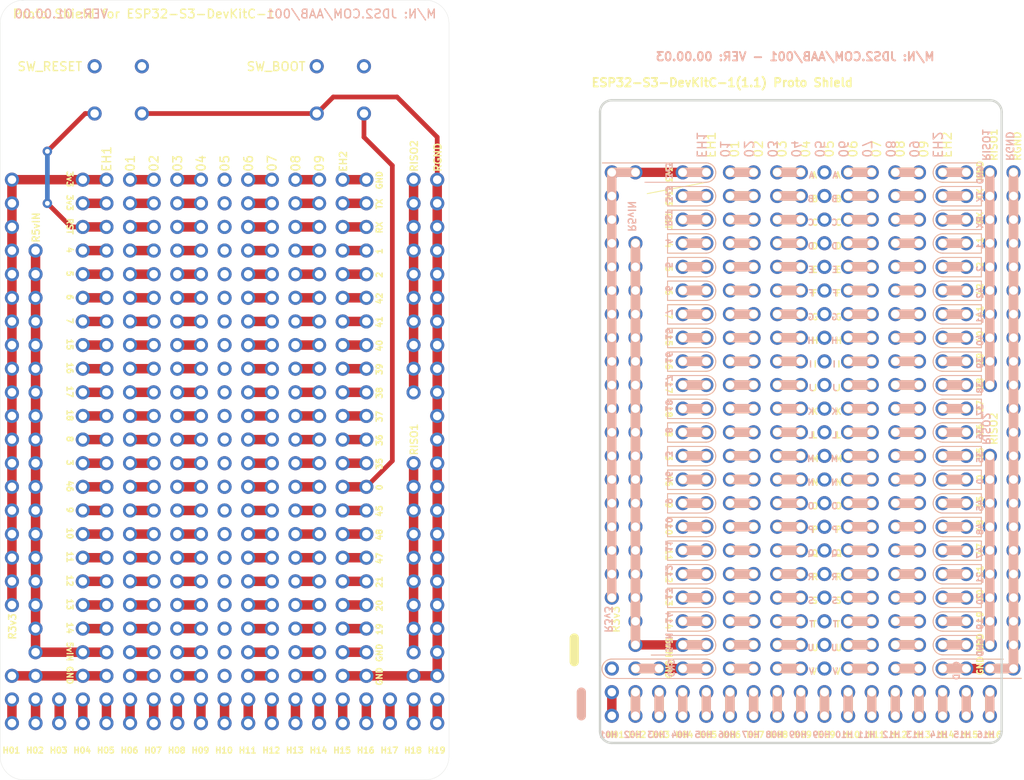
<source format=kicad_pcb>
(kicad_pcb (version 20221018) (generator pcbnew)
  (layers (0 "F.Cu" signal) (31 "B.Cu" signal) (34 "B.Paste" user) (35 "F.Paste" user) (36 "B.SilkS" user "B.Silkscreen") (37 "F.SilkS" user "F.Silkscreen") (38 "B.Mask" user) (39 "F.Mask" user) (44 "Edge.Cuts" user))
  (net 0 "")
  (gr_line (start 97.155 42.444) (end 97.155 40.361) (stroke (width 0.102)) (layer "B.SilkS"))
  (gr_line (start 130.887 37.821) (end 130.887 39.904) (stroke (width 0.102)) (layer "B.SilkS"))
  (gr_line (start 97.155 45.441) (end 101.296 45.441) (stroke (width 0.102)) (layer "B.SilkS"))
  (gr_line (start 121.641 36.297) (end 124.181 36.297) (stroke (width 1)) (layer "B.SilkS"))
  (gr_line (start 134.341 71.857) (end 134.341 69.317) (stroke (width 1)) (layer "B.SilkS"))
  (gr_line (start 97.155 80.544) (end 97.155 78.461) (stroke (width 0.102)) (layer "B.SilkS"))
  (gr_line (start 103.861 76.937) (end 106.401 76.937) (stroke (width 1)) (layer "B.SilkS"))
  (gr_line (start 98.781 48.997) (end 101.321 48.997) (stroke (width 1)) (layer "B.SilkS"))
  (gr_line (start 93.701 43.917) (end 93.701 46.457) (stroke (width 1)) (layer "B.SilkS"))
  (gr_line (start 131.801 84.557) (end 131.801 82.017) (stroke (width 1)) (layer "B.SilkS"))
  (gr_line (start 121.641 79.477) (end 124.181 79.477) (stroke (width 1)) (layer "B.SilkS"))
  (gr_line (start 98.781 69.317) (end 101.321 69.317) (stroke (width 1)) (layer "B.SilkS"))
  (gr_line (start 97.155 47.524) (end 97.155 45.441) (stroke (width 0.102)) (layer "B.SilkS"))
  (gr_line (start 134.341 66.777) (end 134.341 64.237) (stroke (width 1)) (layer "B.SilkS"))
  (gr_line (start 103.861 51.537) (end 106.401 51.537) (stroke (width 1)) (layer "B.SilkS"))
  (gr_line (start 126.721 43.917) (end 129.261 43.917) (stroke (width 1)) (layer "B.SilkS"))
  (gr_line (start 126.721 33.757) (end 129.261 33.757) (stroke (width 1)) (layer "B.SilkS"))
  (gr_line (start 126.721 51.537) (end 129.261 51.537) (stroke (width 1)) (layer "B.SilkS"))
  (gr_line (start 116.561 66.777) (end 119.101 66.777) (stroke (width 1)) (layer "B.SilkS"))
  (gr_line (start 97.155 78.004) (end 101.296 78.004) (stroke (width 0.102)) (layer "B.SilkS"))
  (gr_line (start 134.341 61.697) (end 134.341 59.157) (stroke (width 1)) (layer "B.SilkS"))
  (gr_arc (start 101.296 78.461) (mid 102.337 79.502) (end 101.296 80.543) (stroke (width 0.102)) (layer "B.SilkS"))
  (gr_arc (start 126.708 88.151) (mid 125.666 87.109) (end 126.708 86.067) (stroke (width 0.102)) (layer "B.SilkS"))
  (gr_line (start 131.801 48.997) (end 131.801 51.537) (stroke (width 1)) (layer "B.SilkS"))
  (gr_line (start 93.701 89.637) (end 93.701 92.177) (stroke (width 1)) (layer "B.SilkS"))
  (gr_line (start 130.887 85.624) (end 126.746 85.624) (stroke (width 0.102)) (layer "B.SilkS"))
  (gr_line (start 131.801 79.477) (end 131.801 76.937) (stroke (width 1)) (layer "B.SilkS"))
  (gr_line (start 103.861 71.857) (end 106.401 71.857) (stroke (width 1)) (layer "B.SilkS"))
  (gr_line (start 131.801 76.937) (end 131.801 74.397) (stroke (width 1)) (layer "B.SilkS"))
  (gr_line (start 130.887 47.981) (end 130.887 50.064) (stroke (width 0.102)) (layer "B.SilkS"))
  (gr_line (start 97.155 55.601) (end 101.296 55.601) (stroke (width 0.102)) (layer "B.SilkS"))
  (gr_line (start 93.701 41.377) (end 93.701 43.917) (stroke (width 1)) (layer "B.SilkS"))
  (gr_line (start 101.321 89.637) (end 101.321 92.177) (stroke (width 1)) (layer "B.SilkS"))
  (gr_line (start 97.155 72.924) (end 101.296 72.924) (stroke (width 0.102)) (layer "B.SilkS"))
  (gr_line (start 97.155 65.304) (end 101.296 65.304) (stroke (width 0.102)) (layer "B.SilkS"))
  (gr_line (start 98.781 59.157) (end 101.321 59.157) (stroke (width 1)) (layer "B.SilkS"))
  (gr_line (start 130.887 63.221) (end 130.887 65.304) (stroke (width 0.102)) (layer "B.SilkS"))
  (gr_arc (start 91.148 88.165) (mid 90.106 87.123) (end 91.148 86.081) (stroke (width 0.102)) (layer "B.SilkS"))
  (gr_line (start 103.861 64.237) (end 106.401 64.237) (stroke (width 1)) (layer "B.SilkS"))
  (gr_line (start 97.155 40.361) (end 101.296 40.361) (stroke (width 0.102)) (layer "B.SilkS"))
  (gr_line (start 91.148 86.081) (end 101.296 86.081) (stroke (width 0.102)) (layer "B.SilkS"))
  (gr_line (start 93.701 71.857) (end 93.701 74.397) (stroke (width 1)) (layer "B.SilkS"))
  (gr_line (start 97.155 70.384) (end 97.155 68.301) (stroke (width 0.102)) (layer "B.SilkS"))
  (gr_line (start 130.887 70.841) (end 130.887 72.924) (stroke (width 0.102)) (layer "B.SilkS"))
  (gr_line (start 134.341 69.317) (end 134.341 66.777) (stroke (width 1)) (layer "B.SilkS"))
  (gr_line (start 121.641 56.617) (end 124.181 56.617) (stroke (width 1)) (layer "B.SilkS"))
  (gr_line (start 126.721 84.557) (end 129.261 84.557) (stroke (width 1)) (layer "B.SilkS"))
  (gr_arc (start 126.746 50.064) (mid 125.704 49.022) (end 126.746 47.98) (stroke (width 0.102)) (layer "B.SilkS"))
  (gr_arc (start 101.296 63.221) (mid 102.337 64.262) (end 101.296 65.303) (stroke (width 0.102)) (layer "B.SilkS"))
  (gr_line (start 91.161 71.857) (end 91.161 74.397) (stroke (width 1)) (layer "B.SilkS"))
  (gr_line (start 97.155 70.384) (end 101.296 70.384) (stroke (width 0.102)) (layer "B.SilkS"))
  (gr_line (start 134.341 59.157) (end 134.341 56.617) (stroke (width 1)) (layer "B.SilkS"))
  (gr_line (start 130.887 68.301) (end 130.887 70.384) (stroke (width 0.102)) (layer "B.SilkS"))
  (gr_line (start 116.561 71.857) (end 119.101 71.857) (stroke (width 1)) (layer "B.SilkS"))
  (gr_line (start 131.801 51.537) (end 131.801 54.077) (stroke (width 1)) (layer "B.SilkS"))
  (gr_line (start 121.641 43.917) (end 124.181 43.917) (stroke (width 1)) (layer "B.SilkS"))
  (gr_line (start 121.641 48.997) (end 124.181 48.997) (stroke (width 1)) (layer "B.SilkS"))
  (gr_line (start 108.941 54.077) (end 111.481 54.077) (stroke (width 1)) (layer "B.SilkS"))
  (gr_line (start 108.941 41.377) (end 111.481 41.377) (stroke (width 1)) (layer "B.SilkS"))
  (gr_line (start 97.155 62.764) (end 97.155 60.681) (stroke (width 0.102)) (layer "B.SilkS"))
  (gr_line (start 103.861 36.297) (end 106.401 36.297) (stroke (width 1)) (layer "B.SilkS"))
  (gr_line (start 121.641 33.757) (end 124.181 33.757) (stroke (width 1)) (layer "B.SilkS"))
  (gr_arc (start 101.296 81.001) (mid 102.337 82.042) (end 101.296 83.083) (stroke (width 0.102)) (layer "B.SilkS"))
  (gr_line (start 116.561 38.837) (end 119.101 38.837) (stroke (width 1)) (layer "B.SilkS"))
  (gr_arc (start 126.746 70.384) (mid 125.704 69.342) (end 126.746 68.3) (stroke (width 0.102)) (layer "B.SilkS"))
  (gr_line (start 91.161 43.917) (end 91.161 46.457) (stroke (width 1)) (layer "B.SilkS"))
  (gr_line (start 108.941 64.237) (end 111.481 64.237) (stroke (width 1)) (layer "B.SilkS"))
  (gr_line (start 130.887 58.141) (end 130.887 60.224) (stroke (width 0.102)) (layer "B.SilkS"))
  (gr_line (start 134.341 41.377) (end 134.341 38.837) (stroke (width 1)) (layer "B.SilkS"))
  (gr_line (start 126.746 58.141) (end 130.887 58.141) (stroke (width 0.102)) (layer "B.SilkS"))
  (gr_line (start 108.941 84.557) (end 111.481 84.557) (stroke (width 1)) (layer "B.SilkS"))
  (gr_line (start 91.161 66.777) (end 91.161 69.317) (stroke (width 1)) (layer "B.SilkS"))
  (gr_line (start 97.155 55.144) (end 101.296 55.144) (stroke (width 0.102)) (layer "B.SilkS"))
  (gr_line (start 126.746 55.601) (end 130.887 55.601) (stroke (width 0.102)) (layer "B.SilkS"))
  (gr_line (start 126.721 61.697) (end 129.261 61.697) (stroke (width 1)) (layer "B.SilkS"))
  (gr_line (start 103.861 69.317) (end 106.401 69.317) (stroke (width 1)) (layer "B.SilkS"))
  (gr_line (start 98.781 38.837) (end 101.321 38.837) (stroke (width 1)) (layer "B.SilkS"))
  (gr_arc (start 126.746 52.604) (mid 125.704 51.562) (end 126.746 50.52) (stroke (width 0.102)) (layer "B.SilkS"))
  (gr_line (start 93.701 66.777) (end 93.701 69.317) (stroke (width 1)) (layer "B.SilkS"))
  (gr_line (start 91.161 74.397) (end 91.161 76.937) (stroke (width 1)) (layer "B.SilkS"))
  (gr_line (start 130.887 83.541) (end 130.887 85.624) (stroke (width 0.102)) (layer "B.SilkS"))
  (gr_line (start 97.155 75.464) (end 97.155 73.381) (stroke (width 0.102)) (layer "B.SilkS"))
  (gr_line (start 97.155 37.364) (end 101.296 37.364) (stroke (width 0.102)) (layer "B.SilkS"))
  (gr_line (start 134.341 87.097) (end 134.341 84.557) (stroke (width 1)) (layer "B.SilkS"))
  (gr_line (start 126.746 81.001) (end 130.887 81.001) (stroke (width 0.102)) (layer "B.SilkS"))
  (gr_line (start 126.721 41.377) (end 129.261 41.377) (stroke (width 1)) (layer "B.SilkS"))
  (gr_arc (start 126.746 55.144) (mid 125.704 54.102) (end 126.746 53.06) (stroke (width 0.102)) (layer "B.SilkS"))
  (gr_line (start 126.746 50.521) (end 130.887 50.521) (stroke (width 0.102)) (layer "B.SilkS"))
  (gr_arc (start 126.746 60.224) (mid 125.704 59.182) (end 126.746 58.14) (stroke (width 0.102)) (layer "B.SilkS"))
  (gr_line (start 97.155 62.764) (end 101.296 62.764) (stroke (width 0.102)) (layer "B.SilkS"))
  (gr_line (start 106.401 89.637) (end 106.401 92.177) (stroke (width 1)) (layer "B.SilkS"))
  (gr_line (start 134.341 79.477) (end 134.341 76.937) (stroke (width 1)) (layer "B.SilkS"))
  (gr_line (start 131.801 69.317) (end 131.801 66.777) (stroke (width 1)) (layer "B.SilkS"))
  (gr_line (start 108.941 69.317) (end 111.481 69.317) (stroke (width 1)) (layer "B.SilkS"))
  (gr_line (start 93.701 74.397) (end 93.701 76.937) (stroke (width 1)) (layer "B.SilkS"))
  (gr_arc (start 101.296 73.381) (mid 102.337 74.422) (end 101.296 75.463) (stroke (width 0.102)) (layer "B.SilkS"))
  (gr_line (start 97.155 57.684) (end 101.296 57.684) (stroke (width 0.102)) (layer "B.SilkS"))
  (gr_line (start 126.721 89.637) (end 126.721 92.177) (stroke (width 1)) (layer "B.SilkS"))
  (gr_line (start 97.155 73.381) (end 101.296 73.381) (stroke (width 0.102)) (layer "B.SilkS"))
  (gr_line (start 98.781 71.857) (end 101.321 71.857) (stroke (width 1)) (layer "B.SilkS"))
  (gr_line (start 121.641 82.017) (end 124.181 82.017) (stroke (width 1)) (layer "B.SilkS"))
  (gr_line (start 130.887 45.441) (end 130.887 47.524) (stroke (width 0.102)) (layer "B.SilkS"))
  (gr_line (start 134.341 46.457) (end 134.341 43.917) (stroke (width 1)) (layer "B.SilkS"))
  (gr_line (start 97.155 44.984) (end 101.296 44.984) (stroke (width 0.102)) (layer "B.SilkS"))
  (gr_line (start 97.155 58.141) (end 101.296 58.141) (stroke (width 0.102)) (layer "B.SilkS"))
  (gr_arc (start 101.296 75.921) (mid 102.337 76.962) (end 101.296 78.003) (stroke (width 0.102)) (layer "B.SilkS"))
  (gr_line (start 91.161 51.537) (end 91.161 54.077) (stroke (width 1)) (layer "B.SilkS"))
  (gr_line (start 130.887 50.064) (end 126.746 50.064) (stroke (width 0.102)) (layer "B.SilkS"))
  (gr_line (start 98.781 82.017) (end 101.321 82.017) (stroke (width 1)) (layer "B.SilkS"))
  (gr_line (start 126.746 32.741) (end 130.887 32.741) (stroke (width 0.102)) (layer "B.SilkS"))
  (gr_line (start 126.721 74.397) (end 129.261 74.397) (stroke (width 1)) (layer "B.SilkS"))
  (gr_line (start 108.941 61.697) (end 111.481 61.697) (stroke (width 1)) (layer "B.SilkS"))
  (gr_line (start 126.746 63.221) (end 130.887 63.221) (stroke (width 0.102)) (layer "B.SilkS"))
  (gr_line (start 126.721 66.777) (end 129.261 66.777) (stroke (width 1)) (layer "B.SilkS"))
  (gr_line (start 131.801 82.017) (end 131.801 79.477) (stroke (width 1)) (layer "B.SilkS"))
  (gr_line (start 91.161 88.164) (end 101.296 88.164) (stroke (width 0.102)) (layer "B.SilkS"))
  (gr_line (start 134.341 38.837) (end 134.341 36.297) (stroke (width 1)) (layer "B.SilkS"))
  (gr_line (start 98.781 84.557) (end 101.321 84.557) (stroke (width 1)) (layer "B.SilkS"))
  (gr_line (start 98.781 41.377) (end 101.321 41.377) (stroke (width 1)) (layer "B.SilkS"))
  (gr_arc (start 101.296 47.981) (mid 102.337 49.022) (end 101.296 50.063) (stroke (width 0.102)) (layer "B.SilkS"))
  (gr_arc (start 126.746 72.924) (mid 125.704 71.882) (end 126.746 70.84) (stroke (width 0.102)) (layer "B.SilkS"))
  (gr_arc (start 126.746 37.364) (mid 125.704 36.322) (end 126.746 35.28) (stroke (width 0.102)) (layer "B.SilkS"))
  (gr_line (start 130.887 60.224) (end 126.746 60.224) (stroke (width 0.102)) (layer "B.SilkS"))
  (gr_line (start 93.701 56.617) (end 93.701 59.157) (stroke (width 1)) (layer "B.SilkS"))
  (gr_line (start 126.721 48.997) (end 129.261 48.997) (stroke (width 1)) (layer "B.SilkS"))
  (gr_line (start 130.887 57.684) (end 126.746 57.684) (stroke (width 0.102)) (layer "B.SilkS"))
  (gr_line (start 93.701 76.937) (end 93.701 79.477) (stroke (width 1)) (layer "B.SilkS"))
  (gr_line (start 121.641 64.237) (end 124.181 64.237) (stroke (width 1)) (layer "B.SilkS"))
  (gr_line (start 93.701 51.537) (end 93.701 54.077) (stroke (width 1)) (layer "B.SilkS"))
  (gr_line (start 132.563 87.096) (end 134.34 87.096) (stroke (width 1)) (layer "B.SilkS"))
  (gr_line (start 87.884 89.637) (end 87.884 92.177) (stroke (width 1)) (layer "B.SilkS"))
  (gr_line (start 97.155 47.981) (end 101.296 47.981) (stroke (width 0.102)) (layer "B.SilkS"))
  (gr_line (start 116.561 79.477) (end 119.101 79.477) (stroke (width 1)) (layer "B.SilkS"))
  (gr_line (start 97.155 65.761) (end 101.296 65.761) (stroke (width 0.102)) (layer "B.SilkS"))
  (gr_line (start 121.641 71.857) (end 124.181 71.857) (stroke (width 1)) (layer "B.SilkS"))
  (gr_line (start 126.721 79.477) (end 129.261 79.477) (stroke (width 1)) (layer "B.SilkS"))
  (gr_line (start 91.161 48.997) (end 91.161 51.537) (stroke (width 1)) (layer "B.SilkS"))
  (gr_line (start 121.641 87.097) (end 124.181 87.097) (stroke (width 1)) (layer "B.SilkS"))
  (gr_line (start 130.887 65.761) (end 130.887 67.844) (stroke (width 0.102)) (layer "B.SilkS"))
  (gr_line (start 97.155 50.064) (end 101.296 50.064) (stroke (width 0.102)) (layer "B.SilkS"))
  (gr_line (start 103.861 43.917) (end 106.401 43.917) (stroke (width 1)) (layer "B.SilkS"))
  (gr_line (start 131.801 66.777) (end 131.801 64.237) (stroke (width 1)) (layer "B.SilkS"))
  (gr_line (start 129.261 87.097) (end 126.721 87.097) (stroke (width 1)) (layer "B.SilkS"))
  (gr_line (start 130.887 73.381) (end 130.887 75.464) (stroke (width 0.102)) (layer "B.SilkS"))
  (gr_arc (start 126.746 57.684) (mid 125.704 56.642) (end 126.746 55.6) (stroke (width 0.102)) (layer "B.SilkS"))
  (gr_line (start 97.155 60.224) (end 101.296 60.224) (stroke (width 0.102)) (layer "B.SilkS"))
  (gr_line (start 126.746 83.541) (end 130.887 83.541) (stroke (width 0.102)) (layer "B.SilkS"))
  (gr_line (start 97.155 37.364) (end 97.155 35.281) (stroke (width 0.102)) (layer "B.SilkS"))
  (gr_line (start 103.861 74.397) (end 106.401 74.397) (stroke (width 1)) (layer "B.SilkS"))
  (gr_line (start 130.887 60.681) (end 130.887 62.764) (stroke (width 0.102)) (layer "B.SilkS"))
  (gr_line (start 130.887 42.444) (end 126.746 42.444) (stroke (width 0.102)) (layer "B.SilkS"))
  (gr_line (start 116.561 51.537) (end 119.101 51.537) (stroke (width 1)) (layer "B.SilkS"))
  (gr_line (start 134.341 84.557) (end 134.341 82.017) (stroke (width 1)) (layer "B.SilkS"))
  (gr_line (start 98.781 66.777) (end 101.321 66.777) (stroke (width 1)) (layer "B.SilkS"))
  (gr_line (start 130.887 55.601) (end 130.887 57.684) (stroke (width 0.102)) (layer "B.SilkS"))
  (gr_line (start 116.561 87.097) (end 119.101 87.097) (stroke (width 1)) (layer "B.SilkS"))
  (gr_arc (start 126.746 83.084) (mid 125.704 82.042) (end 126.746 81) (stroke (width 0.102)) (layer "B.SilkS"))
  (gr_line (start 108.941 33.757) (end 111.481 33.757) (stroke (width 1)) (layer "B.SilkS"))
  (gr_line (start 126.721 82.017) (end 129.261 82.017) (stroke (width 1)) (layer "B.SilkS"))
  (gr_line (start 126.721 36.297) (end 129.261 36.297) (stroke (width 1)) (layer "B.SilkS"))
  (gr_line (start 134.341 51.537) (end 134.341 48.997) (stroke (width 1)) (layer "B.SilkS"))
  (gr_line (start 97.155 67.844) (end 101.296 67.844) (stroke (width 0.102)) (layer "B.SilkS"))
  (gr_arc (start 101.296 37.821) (mid 102.337 38.862) (end 101.296 39.903) (stroke (width 0.102)) (layer "B.SilkS"))
  (gr_line (start 97.155 83.084) (end 97.155 81.001) (stroke (width 0.102)) (layer "B.SilkS"))
  (gr_line (start 121.641 69.317) (end 124.181 69.317) (stroke (width 1)) (layer "B.SilkS"))
  (gr_line (start 130.887 75.921) (end 130.887 78.004) (stroke (width 0.102)) (layer "B.SilkS"))
  (gr_line (start 134.341 56.617) (end 134.341 54.077) (stroke (width 1)) (layer "B.SilkS"))
  (gr_line (start 97.155 50.521) (end 101.296 50.521) (stroke (width 0.102)) (layer "B.SilkS"))
  (gr_line (start 101.321 33.757) (end 98.781 33.757) (stroke (width 1)) (layer "B.SilkS"))
  (gr_line (start 126.746 68.301) (end 130.887 68.301) (stroke (width 0.102)) (layer "B.SilkS"))
  (gr_line (start 103.861 82.017) (end 106.401 82.017) (stroke (width 1)) (layer "B.SilkS"))
  (gr_line (start 98.781 56.617) (end 101.321 56.617) (stroke (width 1)) (layer "B.SilkS"))
  (gr_line (start 131.801 89.637) (end 131.801 92.177) (stroke (width 1)) (layer "B.SilkS"))
  (gr_line (start 97.155 67.844) (end 97.155 65.761) (stroke (width 0.102)) (layer "B.SilkS"))
  (gr_line (start 126.746 65.761) (end 130.887 65.761) (stroke (width 0.102)) (layer "B.SilkS"))
  (gr_line (start 116.561 69.317) (end 119.101 69.317) (stroke (width 1)) (layer "B.SilkS"))
  (gr_line (start 91.161 56.617) (end 91.161 59.157) (stroke (width 1)) (layer "B.SilkS"))
  (gr_line (start 97.155 42.901) (end 101.296 42.901) (stroke (width 0.102)) (layer "B.SilkS"))
  (gr_line (start 97.155 60.681) (end 101.296 60.681) (stroke (width 0.102)) (layer "B.SilkS"))
  (gr_line (start 103.861 38.837) (end 106.401 38.837) (stroke (width 1)) (layer "B.SilkS"))
  (gr_line (start 97.155 63.221) (end 101.296 63.221) (stroke (width 0.102)) (layer "B.SilkS"))
  (gr_line (start 108.941 46.457) (end 111.481 46.457) (stroke (width 1)) (layer "B.SilkS"))
  (gr_line (start 98.781 51.537) (end 101.321 51.537) (stroke (width 1)) (layer "B.SilkS"))
  (gr_line (start 116.561 74.397) (end 119.101 74.397) (stroke (width 1)) (layer "B.SilkS"))
  (gr_line (start 108.941 36.297) (end 111.481 36.297) (stroke (width 1)) (layer "B.SilkS"))
  (gr_line (start 91.161 33.757) (end 91.161 36.297) (stroke (width 1)) (layer "B.SilkS"))
  (gr_arc (start 126.746 67.844) (mid 125.704 66.802) (end 126.746 65.76) (stroke (width 0.102)) (layer "B.SilkS"))
  (gr_line (start 116.561 41.377) (end 119.101 41.377) (stroke (width 1)) (layer "B.SilkS"))
  (gr_line (start 130.887 47.524) (end 126.746 47.524) (stroke (width 0.102)) (layer "B.SilkS"))
  (gr_line (start 130.887 55.144) (end 126.746 55.144) (stroke (width 0.102)) (layer "B.SilkS"))
  (gr_line (start 97.155 57.684) (end 97.155 55.601) (stroke (width 0.102)) (layer "B.SilkS"))
  (gr_line (start 108.941 82.017) (end 111.481 82.017) (stroke (width 1)) (layer "B.SilkS"))
  (gr_line (start 108.941 51.537) (end 111.481 51.537) (stroke (width 1)) (layer "B.SilkS"))
  (gr_line (start 130.887 52.604) (end 126.746 52.604) (stroke (width 0.102)) (layer "B.SilkS"))
  (gr_line (start 131.744 87.096) (end 133.521 87.096) (stroke (width 1)) (layer "B.SilkS"))
  (gr_line (start 131.801 54.077) (end 131.801 56.617) (stroke (width 1)) (layer "B.SilkS"))
  (gr_line (start 116.561 59.157) (end 119.101 59.157) (stroke (width 1)) (layer "B.SilkS"))
  (gr_line (start 93.701 87.097) (end 96.241 87.097) (stroke (width 1)) (layer "B.SilkS"))
  (gr_line (start 98.781 87.097) (end 101.321 87.097) (stroke (width 1)) (layer "B.SilkS"))
  (gr_line (start 114.021 89.637) (end 114.021 92.177) (stroke (width 1)) (layer "B.SilkS"))
  (gr_line (start 103.861 33.757) (end 106.401 33.757) (stroke (width 1)) (layer "B.SilkS"))
  (gr_line (start 134.341 54.077) (end 134.341 51.537) (stroke (width 1)) (layer "B.SilkS"))
  (gr_arc (start 126.746 65.304) (mid 125.704 64.262) (end 126.746 63.22) (stroke (width 0.102)) (layer "B.SilkS"))
  (gr_arc (start 101.296 50.521) (mid 102.337 51.562) (end 101.296 52.603) (stroke (width 0.102)) (layer "B.SilkS"))
  (gr_line (start 95.403 85.649) (end 101.296 85.624) (stroke (width 0.102)) (layer "B.SilkS"))
  (gr_line (start 130.887 44.984) (end 126.746 44.984) (stroke (width 0.102)) (layer "B.SilkS"))
  (gr_line (start 91.161 69.317) (end 91.161 71.857) (stroke (width 1)) (layer "B.SilkS"))
  (gr_arc (start 126.746 85.624) (mid 125.704 84.582) (end 126.746 83.54) (stroke (width 0.102)) (layer "B.SilkS"))
  (gr_line (start 121.641 51.537) (end 124.181 51.537) (stroke (width 1)) (layer "B.SilkS"))
  (gr_line (start 116.561 36.297) (end 119.101 36.297) (stroke (width 1)) (layer "B.SilkS"))
  (gr_line (start 101.321 64.237) (end 98.781 64.237) (stroke (width 1)) (layer "B.SilkS"))
  (gr_line (start 97.155 83.084) (end 101.296 83.084) (stroke (width 0.102)) (layer "B.SilkS"))
  (gr_line (start 121.641 76.937) (end 124.181 76.937) (stroke (width 1)) (layer "B.SilkS"))
  (gr_line (start 121.641 59.157) (end 124.181 59.157) (stroke (width 1)) (layer "B.SilkS"))
  (gr_line (start 121.641 66.777) (end 124.181 66.777) (stroke (width 1)) (layer "B.SilkS"))
  (gr_arc (start 126.746 39.904) (mid 125.704 38.862) (end 126.746 37.82) (stroke (width 0.102)) (layer "B.SilkS"))
  (gr_line (start 119.101 89.637) (end 119.101 92.177) (stroke (width 1)) (layer "B.SilkS"))
  (gr_line (start 121.641 74.397) (end 124.181 74.397) (stroke (width 1)) (layer "B.SilkS"))
  (gr_line (start 130.887 67.844) (end 126.746 67.844) (stroke (width 0.102)) (layer "B.SilkS"))
  (gr_line (start 126.746 75.921) (end 130.887 75.921) (stroke (width 0.102)) (layer "B.SilkS"))
  (gr_arc (start 101.296 40.361) (mid 102.337 41.402) (end 101.296 42.443) (stroke (width 0.102)) (layer "B.SilkS"))
  (gr_line (start 97.155 81.001) (end 101.296 81.001) (stroke (width 0.102)) (layer "B.SilkS"))
  (gr_line (start 93.701 59.157) (end 93.701 61.697) (stroke (width 1)) (layer "B.SilkS"))
  (gr_line (start 103.861 79.477) (end 106.401 79.477) (stroke (width 1)) (layer "B.SilkS"))
  (gr_line (start 97.155 65.304) (end 97.155 63.221) (stroke (width 0.102)) (layer "B.SilkS"))
  (gr_line (start 98.781 76.937) (end 101.321 76.937) (stroke (width 1)) (layer "B.SilkS"))
  (gr_arc (start 126.746 42.444) (mid 125.704 41.402) (end 126.746 40.36) (stroke (width 0.102)) (layer "B.SilkS"))
  (gr_line (start 97.155 75.464) (end 101.296 75.464) (stroke (width 0.102)) (layer "B.SilkS"))
  (gr_line (start 103.861 56.617) (end 106.401 56.617) (stroke (width 1)) (layer "B.SilkS"))
  (gr_line (start 116.561 46.457) (end 119.101 46.457) (stroke (width 1)) (layer "B.SilkS"))
  (gr_line (start 103.861 59.157) (end 106.401 59.157) (stroke (width 1)) (layer "B.SilkS"))
  (gr_line (start 126.746 73.381) (end 130.887 73.381) (stroke (width 0.102)) (layer "B.SilkS"))
  (gr_line (start 91.161 41.377) (end 91.161 43.917) (stroke (width 1)) (layer "B.SilkS"))
  (gr_arc (start 101.296 83.541) (mid 102.337 84.582) (end 101.296 85.623) (stroke (width 0.102)) (layer "B.SilkS"))
  (gr_line (start 108.941 56.617) (end 111.481 56.617) (stroke (width 1)) (layer "B.SilkS"))
  (gr_line (start 130.887 42.901) (end 130.887 44.984) (stroke (width 0.102)) (layer "B.SilkS"))
  (gr_line (start 121.641 41.377) (end 124.181 41.377) (stroke (width 1)) (layer "B.SilkS"))
  (gr_line (start 91.161 61.697) (end 91.161 64.237) (stroke (width 1)) (layer "B.SilkS"))
  (gr_line (start 134.341 43.917) (end 134.341 41.377) (stroke (width 1)) (layer "B.SilkS"))
  (gr_line (start 93.701 33.757) (end 91.161 33.757) (stroke (width 1)) (layer "B.SilkS"))
  (gr_line (start 98.781 43.917) (end 101.321 43.917) (stroke (width 1)) (layer "B.SilkS"))
  (gr_line (start 116.561 48.997) (end 119.101 48.997) (stroke (width 1)) (layer "B.SilkS"))
  (gr_line (start 97.155 60.224) (end 97.155 58.141) (stroke (width 0.102)) (layer "B.SilkS"))
  (gr_line (start 116.561 33.757) (end 119.101 33.757) (stroke (width 1)) (layer "B.SilkS"))
  (gr_arc (start 126.746 47.524) (mid 125.704 46.482) (end 126.746 45.44) (stroke (width 0.102)) (layer "B.SilkS"))
  (gr_arc (start 101.296 32.741) (mid 102.337 33.782) (end 101.296 34.823) (stroke (width 0.102)) (layer "B.SilkS"))
  (gr_line (start 96.241 89.637) (end 96.241 92.177) (stroke (width 1)) (layer "B.SilkS"))
  (gr_line (start 124.181 89.637) (end 124.181 92.177) (stroke (width 1)) (layer "B.SilkS"))
  (gr_line (start 97.003 83.541) (end 101.296 83.541) (stroke (width 0.102)) (layer "B.SilkS"))
  (gr_line (start 126.746 70.841) (end 130.887 70.841) (stroke (width 0.102)) (layer "B.SilkS"))
  (gr_line (start 91.161 76.937) (end 91.161 79.477) (stroke (width 1)) (layer "B.SilkS"))
  (gr_line (start 131.801 38.837) (end 131.801 41.377) (stroke (width 1)) (layer "B.SilkS"))
  (gr_line (start 91.161 64.237) (end 91.161 66.777) (stroke (width 1)) (layer "B.SilkS"))
  (gr_line (start 103.861 41.377) (end 106.401 41.377) (stroke (width 1)) (layer "B.SilkS"))
  (gr_line (start 131.801 43.917) (end 131.801 46.457) (stroke (width 1)) (layer "B.SilkS"))
  (gr_line (start 131.801 33.757) (end 131.801 36.297) (stroke (width 1)) (layer "B.SilkS"))
  (gr_line (start 116.561 89.637) (end 116.561 92.177) (stroke (width 1)) (layer "B.SilkS"))
  (gr_line (start 108.941 79.477) (end 111.481 79.477) (stroke (width 1)) (layer "B.SilkS"))
  (gr_line (start 91.161 54.077) (end 91.161 56.617) (stroke (width 1)) (layer "B.SilkS"))
  (gr_line (start 130.887 78.004) (end 126.746 78.004) (stroke (width 0.102)) (layer "B.SilkS"))
  (gr_line (start 116.561 61.697) (end 119.101 61.697) (stroke (width 1)) (layer "B.SilkS"))
  (gr_line (start 116.561 54.077) (end 119.101 54.077) (stroke (width 1)) (layer "B.SilkS"))
  (gr_line (start 130.887 65.304) (end 126.746 65.304) (stroke (width 0.102)) (layer "B.SilkS"))
  (gr_line (start 131.801 36.297) (end 131.801 38.837) (stroke (width 1)) (layer "B.SilkS"))
  (gr_line (start 108.941 38.837) (end 111.481 38.837) (stroke (width 1)) (layer "B.SilkS"))
  (gr_line (start 130.887 32.741) (end 130.887 34.824) (stroke (width 0.102)) (layer "B.SilkS"))
  (gr_line (start 91.161 38.837) (end 91.161 41.377) (stroke (width 1)) (layer "B.SilkS"))
  (gr_line (start 93.701 82.017) (end 93.701 84.557) (stroke (width 1)) (layer "B.SilkS"))
  (gr_arc (start 126.746 44.984) (mid 125.704 43.942) (end 126.746 42.9) (stroke (width 0.102)) (layer "B.SilkS"))
  (gr_line (start 133.236 86.094) (end 126.708 86.068) (stroke (width 0.102)) (layer "B.SilkS"))
  (gr_line (start 108.941 71.857) (end 111.481 71.857) (stroke (width 1)) (layer "B.SilkS"))
  (gr_line (start 97.155 70.841) (end 101.296 70.841) (stroke (width 0.102)) (layer "B.SilkS"))
  (gr_arc (start 101.296 86.081) (mid 102.337 87.122) (end 101.296 88.163) (stroke (width 0.102)) (layer "B.SilkS"))
  (gr_line (start 130.887 75.464) (end 126.746 75.464) (stroke (width 0.102)) (layer "B.SilkS"))
  (gr_line (start 91.161 46.457) (end 91.161 48.997) (stroke (width 1)) (layer "B.SilkS"))
  (gr_line (start 126.746 35.281) (end 130.887 35.281) (stroke (width 0.102)) (layer "B.SilkS"))
  (gr_line (start 131.801 71.857) (end 131.801 69.317) (stroke (width 1)) (layer "B.SilkS"))
  (gr_line (start 126.746 60.681) (end 130.887 60.681) (stroke (width 0.102)) (layer "B.SilkS"))
  (gr_line (start 97.155 52.604) (end 101.296 52.604) (stroke (width 0.102)) (layer "B.SilkS"))
  (gr_line (start 130.887 72.924) (end 126.746 72.924) (stroke (width 0.102)) (layer "B.SilkS"))
  (gr_line (start 130.887 80.544) (end 126.746 80.544) (stroke (width 0.102)) (layer "B.SilkS"))
  (gr_line (start 134.341 48.997) (end 134.341 46.457) (stroke (width 1)) (layer "B.SilkS"))
  (gr_line (start 134.341 74.397) (end 134.341 71.857) (stroke (width 1)) (layer "B.SilkS"))
  (gr_line (start 126.721 54.077) (end 129.261 54.077) (stroke (width 1)) (layer "B.SilkS"))
  (gr_line (start 108.941 59.157) (end 111.481 59.157) (stroke (width 1)) (layer "B.SilkS"))
  (gr_line (start 108.941 87.097) (end 111.481 87.097) (stroke (width 1)) (layer "B.SilkS"))
  (gr_line (start 126.746 42.901) (end 130.887 42.901) (stroke (width 0.102)) (layer "B.SilkS"))
  (gr_arc (start 101.296 60.681) (mid 102.337 61.722) (end 101.296 62.763) (stroke (width 0.102)) (layer "B.SilkS"))
  (gr_line (start 97.155 37.821) (end 101.296 37.821) (stroke (width 0.102)) (layer "B.SilkS"))
  (gr_line (start 97.155 75.921) (end 101.296 75.921) (stroke (width 0.102)) (layer "B.SilkS"))
  (gr_line (start 93.701 54.077) (end 93.701 56.617) (stroke (width 1)) (layer "B.SilkS"))
  (gr_line (start 134.341 76.937) (end 134.341 74.397) (stroke (width 1)) (layer "B.SilkS"))
  (gr_line (start 93.701 46.457) (end 93.701 48.997) (stroke (width 1)) (layer "B.SilkS"))
  (gr_line (start 103.861 89.637) (end 103.861 92.177) (stroke (width 1)) (layer "B.SilkS"))
  (gr_line (start 130.887 35.281) (end 130.887 37.364) (stroke (width 0.102)) (layer "B.SilkS"))
  (gr_line (start 103.861 87.097) (end 106.401 87.097) (stroke (width 1)) (layer "B.SilkS"))
  (gr_line (start 91.161 59.157) (end 91.161 61.697) (stroke (width 1)) (layer "B.SilkS"))
  (gr_line (start 98.781 89.637) (end 98.781 92.177) (stroke (width 1)) (layer "B.SilkS"))
  (gr_line (start 98.781 54.077) (end 101.321 54.077) (stroke (width 1)) (layer "B.SilkS"))
  (gr_line (start 130.887 70.384) (end 126.746 70.384) (stroke (width 0.102)) (layer "B.SilkS"))
  (gr_arc (start 126.746 34.824) (mid 125.704 33.782) (end 126.746 32.74) (stroke (width 0.102)) (layer "B.SilkS"))
  (gr_line (start 116.561 82.017) (end 119.101 82.017) (stroke (width 1)) (layer "B.SilkS"))
  (gr_line (start 97.155 78.461) (end 101.296 78.461) (stroke (width 0.102)) (layer "B.SilkS"))
  (gr_line (start 130.887 83.084) (end 126.746 83.084) (stroke (width 0.102)) (layer "B.SilkS"))
  (gr_line (start 121.641 89.637) (end 121.641 92.177) (stroke (width 1)) (layer "B.SilkS"))
  (gr_line (start 103.861 48.997) (end 106.401 48.997) (stroke (width 1)) (layer "B.SilkS"))
  (gr_arc (start 126.746 75.464) (mid 125.704 74.422) (end 126.746 73.38) (stroke (width 0.102)) (layer "B.SilkS"))
  (gr_line (start 101.321 36.297) (end 98.781 36.297) (stroke (width 1)) (layer "B.SilkS"))
  (gr_line (start 93.701 79.477) (end 93.701 82.017) (stroke (width 1)) (layer "B.SilkS"))
  (gr_line (start 126.746 37.821) (end 130.887 37.821) (stroke (width 0.102)) (layer "B.SilkS"))
  (gr_line (start 126.746 40.361) (end 130.887 40.361) (stroke (width 0.102)) (layer "B.SilkS"))
  (gr_line (start 129.261 89.637) (end 129.261 92.177) (stroke (width 1)) (layer "B.SilkS"))
  (gr_line (start 126.746 78.461) (end 130.887 78.461) (stroke (width 0.102)) (layer "B.SilkS"))
  (gr_line (start 130.887 53.061) (end 130.887 55.144) (stroke (width 0.102)) (layer "B.SilkS"))
  (gr_line (start 126.721 76.937) (end 129.261 76.937) (stroke (width 1)) (layer "B.SilkS"))
  (gr_line (start 97.155 53.061) (end 101.296 53.061) (stroke (width 0.102)) (layer "B.SilkS"))
  (gr_arc (start 101.296 55.601) (mid 102.337 56.642) (end 101.296 57.683) (stroke (width 0.102)) (layer "B.SilkS"))
  (gr_arc (start 101.296 35.281) (mid 102.337 36.322) (end 101.296 37.363) (stroke (width 0.102)) (layer "B.SilkS"))
  (gr_line (start 97.155 39.904) (end 101.296 39.904) (stroke (width 0.102)) (layer "B.SilkS"))
  (gr_arc (start 101.296 45.441) (mid 102.337 46.482) (end 101.296 47.523) (stroke (width 0.102)) (layer "B.SilkS"))
  (gr_line (start 103.861 46.457) (end 106.401 46.457) (stroke (width 1)) (layer "B.SilkS"))
  (gr_line (start 97.155 55.144) (end 97.155 53.061) (stroke (width 0.102)) (layer "B.SilkS"))
  (gr_arc (start 126.746 78.004) (mid 125.704 76.962) (end 126.746 75.92) (stroke (width 0.102)) (layer "B.SilkS"))
  (gr_line (start 126.721 71.857) (end 129.261 71.857) (stroke (width 1)) (layer "B.SilkS"))
  (gr_line (start 116.561 84.557) (end 119.101 84.557) (stroke (width 1)) (layer "B.SilkS"))
  (gr_line (start 97.155 72.924) (end 97.155 70.841) (stroke (width 0.102)) (layer "B.SilkS"))
  (gr_line (start 97.155 50.064) (end 97.155 47.981) (stroke (width 0.102)) (layer "B.SilkS"))
  (gr_line (start 131.801 41.377) (end 131.801 43.917) (stroke (width 1)) (layer "B.SilkS"))
  (gr_line (start 130.887 37.364) (end 126.746 37.364) (stroke (width 0.102)) (layer "B.SilkS"))
  (gr_line (start 103.861 84.557) (end 106.401 84.557) (stroke (width 1)) (layer "B.SilkS"))
  (gr_line (start 130.887 40.361) (end 130.887 42.444) (stroke (width 0.102)) (layer "B.SilkS"))
  (gr_line (start 91.161 36.297) (end 91.161 38.837) (stroke (width 1)) (layer "B.SilkS"))
  (gr_line (start 131.801 74.397) (end 131.801 71.857) (stroke (width 1)) (layer "B.SilkS"))
  (gr_line (start 130.887 62.764) (end 126.746 62.764) (stroke (width 0.102)) (layer "B.SilkS"))
  (gr_arc (start 101.296 58.141) (mid 102.337 59.182) (end 101.296 60.223) (stroke (width 0.102)) (layer "B.SilkS"))
  (gr_line (start 121.641 38.837) (end 124.181 38.837) (stroke (width 1)) (layer "B.SilkS"))
  (gr_line (start 97.155 42.444) (end 101.296 42.444) (stroke (width 0.102)) (layer "B.SilkS"))
  (gr_line (start 93.701 61.697) (end 93.701 64.237) (stroke (width 1)) (layer "B.SilkS"))
  (gr_line (start 98.781 79.477) (end 101.321 79.477) (stroke (width 1)) (layer "B.SilkS"))
  (gr_line (start 126.721 46.457) (end 129.261 46.457) (stroke (width 1)) (layer "B.SilkS"))
  (gr_line (start 130.887 78.461) (end 130.887 80.544) (stroke (width 0.102)) (layer "B.SilkS"))
  (gr_line (start 98.781 46.457) (end 101.321 46.457) (stroke (width 1)) (layer "B.SilkS"))
  (gr_line (start 98.781 61.697) (end 101.321 61.697) (stroke (width 1)) (layer "B.SilkS"))
  (gr_line (start 108.941 76.937) (end 111.481 76.937) (stroke (width 1)) (layer "B.SilkS"))
  (gr_arc (start 126.746 62.764) (mid 125.704 61.722) (end 126.746 60.68) (stroke (width 0.102)) (layer "B.SilkS"))
  (gr_arc (start 101.296 65.761) (mid 102.337 66.802) (end 101.296 67.843) (stroke (width 0.102)) (layer "B.SilkS"))
  (gr_line (start 126.746 53.061) (end 130.887 53.061) (stroke (width 0.102)) (layer "B.SilkS"))
  (gr_line (start 97.155 47.524) (end 101.296 47.524) (stroke (width 0.102)) (layer "B.SilkS"))
  (gr_line (start 93.701 69.317) (end 93.701 71.857) (stroke (width 1)) (layer "B.SilkS"))
  (gr_line (start 126.746 47.981) (end 130.887 47.981) (stroke (width 0.102)) (layer "B.SilkS"))
  (gr_line (start 97.155 78.004) (end 97.155 75.921) (stroke (width 0.102)) (layer "B.SilkS"))
  (gr_line (start 97.155 52.604) (end 97.155 50.521) (stroke (width 0.102)) (layer "B.SilkS"))
  (gr_line (start 108.941 66.777) (end 111.481 66.777) (stroke (width 1)) (layer "B.SilkS"))
  (gr_line (start 111.481 89.637) (end 111.481 92.177) (stroke (width 1)) (layer "B.SilkS"))
  (gr_line (start 121.641 46.457) (end 124.181 46.457) (stroke (width 1)) (layer "B.SilkS"))
  (gr_line (start 103.861 66.777) (end 106.401 66.777) (stroke (width 1)) (layer "B.SilkS"))
  (gr_line (start 126.721 64.237) (end 129.261 64.237) (stroke (width 1)) (layer "B.SilkS"))
  (gr_line (start 126.721 59.157) (end 129.261 59.157) (stroke (width 1)) (layer "B.SilkS"))
  (gr_line (start 134.341 36.297) (end 134.341 33.757) (stroke (width 1)) (layer "B.SilkS"))
  (gr_line (start 126.746 45.441) (end 130.887 45.441) (stroke (width 0.102)) (layer "B.SilkS"))
  (gr_line (start 98.781 74.397) (end 101.321 74.397) (stroke (width 1)) (layer "B.SilkS"))
  (gr_line (start 103.861 54.077) (end 106.401 54.077) (stroke (width 1)) (layer "B.SilkS"))
  (gr_arc (start 101.296 68.301) (mid 102.337 69.342) (end 101.296 70.383) (stroke (width 0.102)) (layer "B.SilkS"))
  (gr_line (start 121.641 61.697) (end 124.181 61.697) (stroke (width 1)) (layer "B.SilkS"))
  (gr_line (start 93.701 64.237) (end 93.701 66.777) (stroke (width 1)) (layer "B.SilkS"))
  (gr_line (start 130.887 50.521) (end 130.887 52.604) (stroke (width 0.102)) (layer "B.SilkS"))
  (gr_line (start 121.641 84.557) (end 124.181 84.557) (stroke (width 1)) (layer "B.SilkS"))
  (gr_line (start 97.155 68.301) (end 101.296 68.301) (stroke (width 0.102)) (layer "B.SilkS"))
  (gr_line (start 108.941 74.397) (end 111.481 74.397) (stroke (width 1)) (layer "B.SilkS"))
  (gr_line (start 97.155 39.904) (end 97.155 37.821) (stroke (width 0.102)) (layer "B.SilkS"))
  (gr_line (start 116.561 43.917) (end 119.101 43.917) (stroke (width 1)) (layer "B.SilkS"))
  (gr_line (start 126.721 69.317) (end 129.261 69.317) (stroke (width 1)) (layer "B.SilkS"))
  (gr_line (start 131.801 46.457) (end 131.801 48.997) (stroke (width 1)) (layer "B.SilkS"))
  (gr_arc (start 101.296 42.901) (mid 102.337 43.942) (end 101.296 44.983) (stroke (width 0.102)) (layer "B.SilkS"))
  (gr_line (start 134.341 64.237) (end 134.341 61.697) (stroke (width 1)) (layer "B.SilkS"))
  (gr_line (start 108.941 48.997) (end 111.481 48.997) (stroke (width 1)) (layer "B.SilkS"))
  (gr_line (start 108.941 89.637) (end 108.941 92.177) (stroke (width 1)) (layer "B.SilkS"))
  (gr_line (start 90.145 32.741) (end 101.296 32.741) (stroke (width 0.102)) (layer "B.SilkS"))
  (gr_line (start 121.641 54.077) (end 124.181 54.077) (stroke (width 1)) (layer "B.SilkS"))
  (gr_line (start 116.561 76.937) (end 119.101 76.937) (stroke (width 1)) (layer "B.SilkS"))
  (gr_line (start 94.717 34.824) (end 101.296 34.824) (stroke (width 0.102)) (layer "B.SilkS"))
  (gr_line (start 103.861 61.697) (end 106.401 61.697) (stroke (width 1)) (layer "B.SilkS"))
  (gr_line (start 126.721 38.837) (end 129.261 38.837) (stroke (width 1)) (layer "B.SilkS"))
  (gr_line (start 97.155 35.281) (end 101.296 35.281) (stroke (width 0.102)) (layer "B.SilkS"))
  (gr_line (start 97.155 80.544) (end 101.296 80.544) (stroke (width 0.102)) (layer "B.SilkS"))
  (gr_line (start 93.701 48.997) (end 93.701 51.537) (stroke (width 1)) (layer "B.SilkS"))
  (gr_line (start 97.155 44.984) (end 97.155 42.901) (stroke (width 0.102)) (layer "B.SilkS"))
  (gr_line (start 108.941 43.917) (end 111.481 43.917) (stroke (width 1)) (layer "B.SilkS"))
  (gr_line (start 130.887 81.001) (end 130.887 83.084) (stroke (width 0.102)) (layer "B.SilkS"))
  (gr_line (start 126.721 56.617) (end 129.261 56.617) (stroke (width 1)) (layer "B.SilkS"))
  (gr_arc (start 126.746 80.544) (mid 125.704 79.502) (end 126.746 78.46) (stroke (width 0.102)) (layer "B.SilkS"))
  (gr_line (start 116.561 64.237) (end 119.101 64.237) (stroke (width 1)) (layer "B.SilkS"))
  (gr_line (start 134.341 82.017) (end 134.341 79.477) (stroke (width 1)) (layer "B.SilkS"))
  (gr_line (start 116.561 56.617) (end 119.101 56.617) (stroke (width 1)) (layer "B.SilkS"))
  (gr_arc (start 101.296 53.061) (mid 102.337 54.102) (end 101.296 55.143) (stroke (width 0.102)) (layer "B.SilkS"))
  (gr_line (start 135.192 88.152) (end 126.708 88.151) (stroke (width 0.102)) (layer "B.SilkS"))
  (gr_arc (start 101.296 70.841) (mid 102.337 71.882) (end 101.296 72.923) (stroke (width 0.102)) (layer "B.SilkS"))
  (gr_line (start 130.887 39.904) (end 126.746 39.904) (stroke (width 0.102)) (layer "B.SilkS"))
  (gr_line (start 130.887 34.824) (end 126.746 34.824) (stroke (width 0.102)) (layer "B.SilkS"))
  (gr_line (start 98.781 82.017) (end 101.321 82.017) (stroke (width 1)) (layer "F.SilkS"))
  (gr_line (start 126.746 45.441) (end 130.887 45.441) (stroke (width 0.102)) (layer "F.SilkS"))
  (gr_line (start 91.161 61.697) (end 91.161 64.237) (stroke (width 1)) (layer "F.SilkS"))
  (gr_line (start 103.861 71.857) (end 106.401 71.857) (stroke (width 1)) (layer "F.SilkS"))
  (gr_line (start 126.721 82.017) (end 129.261 82.017) (stroke (width 1)) (layer "F.SilkS"))
  (gr_line (start 130.887 34.824) (end 126.746 34.824) (stroke (width 0.102)) (layer "F.SilkS"))
  (gr_line (start 130.887 42.901) (end 130.887 44.984) (stroke (width 0.102)) (layer "F.SilkS"))
  (gr_line (start 97.155 50.064) (end 97.155 47.981) (stroke (width 0.102)) (layer "F.SilkS"))
  (gr_line (start 130.887 32.741) (end 130.887 34.824) (stroke (width 0.102)) (layer "F.SilkS"))
  (gr_line (start 121.641 38.837) (end 124.181 38.837) (stroke (width 1)) (layer "F.SilkS"))
  (gr_line (start 91.161 33.757) (end 91.161 36.297) (stroke (width 1)) (layer "F.SilkS"))
  (gr_line (start 116.561 33.757) (end 119.101 33.757) (stroke (width 1)) (layer "F.SilkS"))
  (gr_arc (start 101.296 78.461) (mid 102.337 79.502) (end 101.296 80.543) (stroke (width 0.102)) (layer "F.SilkS"))
  (gr_line (start 98.781 76.937) (end 101.321 76.937) (stroke (width 1)) (layer "F.SilkS"))
  (gr_line (start 98.781 51.537) (end 101.321 51.537) (stroke (width 1)) (layer "F.SilkS"))
  (gr_line (start 121.641 84.557) (end 124.181 84.557) (stroke (width 1)) (layer "F.SilkS"))
  (gr_line (start 103.861 43.917) (end 106.401 43.917) (stroke (width 1)) (layer "F.SilkS"))
  (gr_line (start 98.781 79.477) (end 101.321 79.477) (stroke (width 1)) (layer "F.SilkS"))
  (gr_line (start 130.887 44.984) (end 126.746 44.984) (stroke (width 0.102)) (layer "F.SilkS"))
  (gr_line (start 91.148 88.165) (end 101.296 88.164) (stroke (width 0.102)) (layer "F.SilkS"))
  (gr_line (start 98.781 69.317) (end 101.321 69.317) (stroke (width 1)) (layer "F.SilkS"))
  (gr_line (start 121.641 76.937) (end 124.181 76.937) (stroke (width 1)) (layer "F.SilkS"))
  (gr_line (start 91.148 86.081) (end 101.296 86.081) (stroke (width 0.102)) (layer "F.SilkS"))
  (gr_line (start 131.801 36.297) (end 131.801 38.837) (stroke (width 1)) (layer "F.SilkS"))
  (gr_arc (start 126.746 52.604) (mid 125.704 51.562) (end 126.746 50.52) (stroke (width 0.102)) (layer "F.SilkS"))
  (gr_line (start 97.155 52.604) (end 97.155 50.521) (stroke (width 0.102)) (layer "F.SilkS"))
  (gr_line (start 116.561 36.297) (end 119.101 36.297) (stroke (width 1)) (layer "F.SilkS"))
  (gr_line (start 126.746 65.761) (end 130.887 65.761) (stroke (width 0.102)) (layer "F.SilkS"))
  (gr_line (start 130.887 65.304) (end 126.746 65.304) (stroke (width 0.102)) (layer "F.SilkS"))
  (gr_line (start 97.155 83.084) (end 97.155 81.001) (stroke (width 0.102)) (layer "F.SilkS"))
  (gr_line (start 121.641 41.377) (end 124.181 41.377) (stroke (width 1)) (layer "F.SilkS"))
  (gr_line (start 130.887 58.141) (end 130.887 60.224) (stroke (width 0.102)) (layer "F.SilkS"))
  (gr_line (start 98.781 41.377) (end 101.321 41.377) (stroke (width 1)) (layer "F.SilkS"))
  (gr_line (start 130.887 85.624) (end 126.746 85.624) (stroke (width 0.102)) (layer "F.SilkS"))
  (gr_arc (start 101.296 55.601) (mid 102.337 56.642) (end 101.296 57.683) (stroke (width 0.102)) (layer "F.SilkS"))
  (gr_line (start 97.155 44.984) (end 101.296 44.984) (stroke (width 0.102)) (layer "F.SilkS"))
  (gr_line (start 126.746 70.841) (end 130.887 70.841) (stroke (width 0.102)) (layer "F.SilkS"))
  (gr_line (start 91.161 69.317) (end 91.161 71.857) (stroke (width 1)) (layer "F.SilkS"))
  (gr_line (start 126.746 58.141) (end 130.887 58.141) (stroke (width 0.102)) (layer "F.SilkS"))
  (gr_line (start 111.481 89.637) (end 111.481 92.177) (stroke (width 1)) (layer "F.SilkS"))
  (gr_arc (start 101.296 73.381) (mid 102.337 74.422) (end 101.296 75.463) (stroke (width 0.102)) (layer "F.SilkS"))
  (gr_line (start 126.721 38.837) (end 129.261 38.837) (stroke (width 1)) (layer "F.SilkS"))
  (gr_line (start 130.887 47.981) (end 130.887 50.064) (stroke (width 0.102)) (layer "F.SilkS"))
  (gr_line (start 126.721 79.477) (end 129.261 79.477) (stroke (width 1)) (layer "F.SilkS"))
  (gr_line (start 93.701 43.917) (end 93.701 46.457) (stroke (width 1)) (layer "F.SilkS"))
  (gr_line (start 130.887 73.381) (end 130.887 75.464) (stroke (width 0.102)) (layer "F.SilkS"))
  (gr_arc (start 101.296 81.001) (mid 102.337 82.042) (end 101.296 83.083) (stroke (width 0.102)) (layer "F.SilkS"))
  (gr_line (start 108.941 54.077) (end 111.481 54.077) (stroke (width 1)) (layer "F.SilkS"))
  (gr_line (start 130.887 78.461) (end 130.887 80.544) (stroke (width 0.102)) (layer "F.SilkS"))
  (gr_arc (start 126.746 37.364) (mid 125.704 36.322) (end 126.746 35.28) (stroke (width 0.102)) (layer "F.SilkS"))
  (gr_line (start 130.887 37.364) (end 126.746 37.364) (stroke (width 0.102)) (layer "F.SilkS"))
  (gr_line (start 106.401 89.637) (end 106.401 92.177) (stroke (width 1)) (layer "F.SilkS"))
  (gr_line (start 130.887 75.921) (end 130.887 78.004) (stroke (width 0.102)) (layer "F.SilkS"))
  (gr_line (start 97.155 80.544) (end 97.155 78.461) (stroke (width 0.102)) (layer "F.SilkS"))
  (gr_line (start 97.003 83.541) (end 101.296 83.541) (stroke (width 0.102)) (layer "F.SilkS"))
  (gr_line (start 98.781 48.997) (end 101.321 48.997) (stroke (width 1)) (layer "F.SilkS"))
  (gr_line (start 126.721 48.997) (end 129.261 48.997) (stroke (width 1)) (layer "F.SilkS"))
  (gr_line (start 121.641 59.157) (end 124.181 59.157) (stroke (width 1)) (layer "F.SilkS"))
  (gr_line (start 121.641 33.757) (end 124.181 33.757) (stroke (width 1)) (layer "F.SilkS"))
  (gr_line (start 129.261 89.637) (end 129.261 92.177) (stroke (width 1)) (layer "F.SilkS"))
  (gr_line (start 134.341 79.477) (end 134.341 76.937) (stroke (width 1)) (layer "F.SilkS"))
  (gr_line (start 91.161 43.917) (end 91.161 46.457) (stroke (width 1)) (layer "F.SilkS"))
  (gr_line (start 121.641 82.017) (end 124.181 82.017) (stroke (width 1)) (layer "F.SilkS"))
  (gr_line (start 126.746 47.981) (end 130.887 47.981) (stroke (width 0.102)) (layer "F.SilkS"))
  (gr_line (start 108.941 56.617) (end 111.481 56.617) (stroke (width 1)) (layer "F.SilkS"))
  (gr_line (start 97.155 75.464) (end 101.296 75.464) (stroke (width 0.102)) (layer "F.SilkS"))
  (gr_line (start 98.781 66.777) (end 101.321 66.777) (stroke (width 1)) (layer "F.SilkS"))
  (gr_line (start 97.155 75.464) (end 97.155 73.381) (stroke (width 0.102)) (layer "F.SilkS"))
  (gr_line (start 133.236 86.094) (end 126.708 86.068) (stroke (width 0.102)) (layer "F.SilkS"))
  (gr_line (start 126.721 56.617) (end 129.261 56.617) (stroke (width 1)) (layer "F.SilkS"))
  (gr_line (start 134.341 46.457) (end 134.341 43.917) (stroke (width 1)) (layer "F.SilkS"))
  (gr_line (start 130.887 62.764) (end 126.746 62.764) (stroke (width 0.102)) (layer "F.SilkS"))
  (gr_line (start 126.721 76.937) (end 129.261 76.937) (stroke (width 1)) (layer "F.SilkS"))
  (gr_arc (start 101.296 53.061) (mid 102.337 54.102) (end 101.296 55.143) (stroke (width 0.102)) (layer "F.SilkS"))
  (gr_line (start 134.341 64.237) (end 134.341 61.697) (stroke (width 1)) (layer "F.SilkS"))
  (gr_line (start 134.341 51.537) (end 134.341 48.997) (stroke (width 1)) (layer "F.SilkS"))
  (gr_line (start 103.861 76.937) (end 106.401 76.937) (stroke (width 1)) (layer "F.SilkS"))
  (gr_line (start 116.561 38.837) (end 119.101 38.837) (stroke (width 1)) (layer "F.SilkS"))
  (gr_line (start 130.887 63.221) (end 130.887 65.304) (stroke (width 0.102)) (layer "F.SilkS"))
  (gr_line (start 130.887 50.521) (end 130.887 52.604) (stroke (width 0.102)) (layer "F.SilkS"))
  (gr_line (start 126.746 63.221) (end 130.887 63.221) (stroke (width 0.102)) (layer "F.SilkS"))
  (gr_line (start 98.781 38.837) (end 101.321 38.837) (stroke (width 1)) (layer "F.SilkS"))
  (gr_line (start 103.861 64.237) (end 106.401 64.237) (stroke (width 1)) (layer "F.SilkS"))
  (gr_line (start 93.701 89.637) (end 93.701 92.177) (stroke (width 1)) (layer "F.SilkS"))
  (gr_line (start 97.155 65.304) (end 101.296 65.304) (stroke (width 0.102)) (layer "F.SilkS"))
  (gr_line (start 126.721 33.757) (end 129.261 33.757) (stroke (width 1)) (layer "F.SilkS"))
  (gr_line (start 97.155 42.444) (end 97.155 40.361) (stroke (width 0.102)) (layer "F.SilkS"))
  (gr_line (start 98.781 59.157) (end 101.321 59.157) (stroke (width 1)) (layer "F.SilkS"))
  (gr_line (start 97.155 52.604) (end 101.296 52.604) (stroke (width 0.102)) (layer "F.SilkS"))
  (gr_line (start 97.155 53.061) (end 101.296 53.061) (stroke (width 0.102)) (layer "F.SilkS"))
  (gr_line (start 98.781 89.637) (end 98.781 92.177) (stroke (width 1)) (layer "F.SilkS"))
  (gr_line (start 98.781 46.457) (end 101.321 46.457) (stroke (width 1)) (layer "F.SilkS"))
  (gr_line (start 130.887 75.464) (end 126.746 75.464) (stroke (width 0.102)) (layer "F.SilkS"))
  (gr_line (start 98.781 71.857) (end 101.321 71.857) (stroke (width 1)) (layer "F.SilkS"))
  (gr_line (start 116.561 48.997) (end 119.101 48.997) (stroke (width 1)) (layer "F.SilkS"))
  (gr_line (start 131.801 46.457) (end 131.801 48.997) (stroke (width 1)) (layer "F.SilkS"))
  (gr_line (start 121.641 51.537) (end 124.181 51.537) (stroke (width 1)) (layer "F.SilkS"))
  (gr_line (start 131.801 89.637) (end 131.801 92.177) (stroke (width 1)) (layer "F.SilkS"))
  (gr_line (start 131.801 51.537) (end 131.801 54.077) (stroke (width 1)) (layer "F.SilkS"))
  (gr_line (start 134.341 54.077) (end 134.341 51.537) (stroke (width 1)) (layer "F.SilkS"))
  (gr_line (start 134.341 71.857) (end 134.341 69.317) (stroke (width 1)) (layer "F.SilkS"))
  (gr_line (start 93.701 56.617) (end 93.701 59.157) (stroke (width 1)) (layer "F.SilkS"))
  (gr_line (start 126.746 40.361) (end 130.887 40.361) (stroke (width 0.102)) (layer "F.SilkS"))
  (gr_line (start 121.641 56.617) (end 124.181 56.617) (stroke (width 1)) (layer "F.SilkS"))
  (gr_line (start 126.746 50.521) (end 130.887 50.521) (stroke (width 0.102)) (layer "F.SilkS"))
  (gr_line (start 116.561 84.557) (end 119.101 84.557) (stroke (width 1)) (layer "F.SilkS"))
  (gr_line (start 121.641 48.997) (end 124.181 48.997) (stroke (width 1)) (layer "F.SilkS"))
  (gr_line (start 97.155 39.904) (end 101.296 39.904) (stroke (width 0.102)) (layer "F.SilkS"))
  (gr_line (start 116.561 54.077) (end 119.101 54.077) (stroke (width 1)) (layer "F.SilkS"))
  (gr_line (start 126.721 84.557) (end 129.261 84.557) (stroke (width 1)) (layer "F.SilkS"))
  (gr_line (start 134.341 56.617) (end 134.341 54.077) (stroke (width 1)) (layer "F.SilkS"))
  (gr_arc (start 126.746 75.464) (mid 125.704 74.422) (end 126.746 73.38) (stroke (width 0.102)) (layer "F.SilkS"))
  (gr_line (start 126.721 51.537) (end 129.261 51.537) (stroke (width 1)) (layer "F.SilkS"))
  (gr_line (start 103.861 61.697) (end 106.401 61.697) (stroke (width 1)) (layer "F.SilkS"))
  (gr_line (start 93.701 54.077) (end 93.701 56.617) (stroke (width 1)) (layer "F.SilkS"))
  (gr_line (start 130.887 65.761) (end 130.887 67.844) (stroke (width 0.102)) (layer "F.SilkS"))
  (gr_line (start 131.801 41.377) (end 131.801 43.917) (stroke (width 1)) (layer "F.SilkS"))
  (gr_line (start 103.861 82.017) (end 106.401 82.017) (stroke (width 1)) (layer "F.SilkS"))
  (gr_line (start 130.887 45.441) (end 130.887 47.524) (stroke (width 0.102)) (layer "F.SilkS"))
  (gr_line (start 134.341 48.997) (end 134.341 46.457) (stroke (width 1)) (layer "F.SilkS"))
  (gr_arc (start 126.746 80.544) (mid 125.704 79.502) (end 126.746 78.46) (stroke (width 0.102)) (layer "F.SilkS"))
  (gr_line (start 108.941 76.937) (end 111.481 76.937) (stroke (width 1)) (layer "F.SilkS"))
  (gr_line (start 90.145 32.741) (end 101.296 32.741) (stroke (width 0.102)) (layer "F.SilkS"))
  (gr_line (start 97.155 37.364) (end 97.155 35.281) (stroke (width 0.102)) (layer "F.SilkS"))
  (gr_line (start 126.721 64.237) (end 129.261 64.237) (stroke (width 1)) (layer "F.SilkS"))
  (gr_line (start 93.701 74.397) (end 93.701 76.937) (stroke (width 1)) (layer "F.SilkS"))
  (gr_line (start 108.941 82.017) (end 111.481 82.017) (stroke (width 1)) (layer "F.SilkS"))
  (gr_line (start 130.887 68.301) (end 130.887 70.384) (stroke (width 0.102)) (layer "F.SilkS"))
  (gr_arc (start 101.296 68.301) (mid 102.337 69.342) (end 101.296 70.383) (stroke (width 0.102)) (layer "F.SilkS"))
  (gr_line (start 97.155 35.281) (end 101.296 35.281) (stroke (width 0.102)) (layer "F.SilkS"))
  (gr_line (start 130.887 55.144) (end 126.746 55.144) (stroke (width 0.102)) (layer "F.SilkS"))
  (gr_line (start 108.941 61.697) (end 111.481 61.697) (stroke (width 1)) (layer "F.SilkS"))
  (gr_line (start 97.155 67.844) (end 97.155 65.761) (stroke (width 0.102)) (layer "F.SilkS"))
  (gr_line (start 126.746 42.901) (end 130.887 42.901) (stroke (width 0.102)) (layer "F.SilkS"))
  (gr_arc (start 101.296 40.361) (mid 102.337 41.402) (end 101.296 42.443) (stroke (width 0.102)) (layer "F.SilkS"))
  (gr_line (start 98.781 56.617) (end 101.321 56.617) (stroke (width 1)) (layer "F.SilkS"))
  (gr_line (start 126.721 61.697) (end 129.261 61.697) (stroke (width 1)) (layer "F.SilkS"))
  (gr_line (start 97.155 73.381) (end 101.296 73.381) (stroke (width 0.102)) (layer "F.SilkS"))
  (gr_line (start 131.801 84.557) (end 131.801 82.017) (stroke (width 1)) (layer "F.SilkS"))
  (gr_line (start 130.887 81.001) (end 130.887 83.084) (stroke (width 0.102)) (layer "F.SilkS"))
  (gr_line (start 108.941 48.997) (end 111.481 48.997) (stroke (width 1)) (layer "F.SilkS"))
  (gr_line (start 131.801 48.997) (end 131.801 51.537) (stroke (width 1)) (layer "F.SilkS"))
  (gr_line (start 91.161 64.237) (end 91.161 66.777) (stroke (width 1)) (layer "F.SilkS"))
  (gr_line (start 130.887 78.004) (end 126.746 78.004) (stroke (width 0.102)) (layer "F.SilkS"))
  (gr_line (start 97.155 37.821) (end 101.296 37.821) (stroke (width 0.102)) (layer "F.SilkS"))
  (gr_line (start 97.155 42.444) (end 101.296 42.444) (stroke (width 0.102)) (layer "F.SilkS"))
  (gr_line (start 98.781 87.097) (end 101.321 87.097) (stroke (width 1)) (layer "F.SilkS"))
  (gr_arc (start 126.746 47.524) (mid 125.704 46.482) (end 126.746 45.44) (stroke (width 0.102)) (layer "F.SilkS"))
  (gr_line (start 134.341 61.697) (end 134.341 59.157) (stroke (width 1)) (layer "F.SilkS"))
  (gr_line (start 97.155 60.224) (end 97.155 58.141) (stroke (width 0.102)) (layer "F.SilkS"))
  (gr_line (start 103.861 46.457) (end 106.401 46.457) (stroke (width 1)) (layer "F.SilkS"))
  (gr_arc (start 126.746 55.144) (mid 125.704 54.102) (end 126.746 53.06) (stroke (width 0.102)) (layer "F.SilkS"))
  (gr_line (start 126.721 54.077) (end 129.261 54.077) (stroke (width 1)) (layer "F.SilkS"))
  (gr_line (start 91.161 59.157) (end 91.161 61.697) (stroke (width 1)) (layer "F.SilkS"))
  (gr_line (start 97.155 37.364) (end 101.296 37.364) (stroke (width 0.102)) (layer "F.SilkS"))
  (gr_line (start 87.122 83.82) (end 87.122 86.36) (stroke (width 1)) (layer "F.SilkS"))
  (gr_line (start 93.701 41.377) (end 93.701 43.917) (stroke (width 1)) (layer "F.SilkS"))
  (gr_line (start 131.801 38.837) (end 131.801 41.377) (stroke (width 1)) (layer "F.SilkS"))
  (gr_line (start 93.701 51.537) (end 93.701 54.077) (stroke (width 1)) (layer "F.SilkS"))
  (gr_arc (start 101.296 45.441) (mid 102.337 46.482) (end 101.296 47.523) (stroke (width 0.102)) (layer "F.SilkS"))
  (gr_line (start 116.561 64.237) (end 119.101 64.237) (stroke (width 1)) (layer "F.SilkS"))
  (gr_arc (start 126.746 65.304) (mid 125.704 64.262) (end 126.746 63.22) (stroke (width 0.102)) (layer "F.SilkS"))
  (gr_line (start 116.561 89.637) (end 116.561 92.177) (stroke (width 1)) (layer "F.SilkS"))
  (gr_line (start 97.155 55.601) (end 101.296 55.601) (stroke (width 0.102)) (layer "F.SilkS"))
  (gr_arc (start 101.296 58.141) (mid 102.337 59.182) (end 101.296 60.223) (stroke (width 0.102)) (layer "F.SilkS"))
  (gr_line (start 116.561 59.157) (end 119.101 59.157) (stroke (width 1)) (layer "F.SilkS"))
  (gr_line (start 108.941 64.237) (end 111.481 64.237) (stroke (width 1)) (layer "F.SilkS"))
  (gr_line (start 97.155 47.524) (end 97.155 45.441) (stroke (width 0.102)) (layer "F.SilkS"))
  (gr_line (start 97.155 39.904) (end 97.155 37.821) (stroke (width 0.102)) (layer "F.SilkS"))
  (gr_line (start 121.641 69.317) (end 124.181 69.317) (stroke (width 1)) (layer "F.SilkS"))
  (gr_line (start 132.563 87.096) (end 134.34 87.096) (stroke (width 1)) (layer "F.SilkS"))
  (gr_line (start 131.801 69.317) (end 131.801 66.777) (stroke (width 1)) (layer "F.SilkS"))
  (gr_line (start 129.261 87.097) (end 126.721 87.097) (stroke (width 1)) (layer "F.SilkS"))
  (gr_line (start 126.721 46.457) (end 129.261 46.457) (stroke (width 1)) (layer "F.SilkS"))
  (gr_arc (start 126.746 60.224) (mid 125.704 59.182) (end 126.746 58.14) (stroke (width 0.102)) (layer "F.SilkS"))
  (gr_line (start 96.241 89.637) (end 96.241 92.177) (stroke (width 1)) (layer "F.SilkS"))
  (gr_arc (start 126.746 34.824) (mid 125.704 33.782) (end 126.746 32.74) (stroke (width 0.102)) (layer "F.SilkS"))
  (gr_line (start 114.021 89.637) (end 114.021 92.177) (stroke (width 1)) (layer "F.SilkS"))
  (gr_line (start 134.341 74.397) (end 134.341 71.857) (stroke (width 1)) (layer "F.SilkS"))
  (gr_line (start 93.701 79.477) (end 93.701 82.017) (stroke (width 1)) (layer "F.SilkS"))
  (gr_line (start 121.641 79.477) (end 124.181 79.477) (stroke (width 1)) (layer "F.SilkS"))
  (gr_arc (start 101.296 70.841) (mid 102.337 71.882) (end 101.296 72.923) (stroke (width 0.102)) (layer "F.SilkS"))
  (gr_line (start 97.155 80.544) (end 101.296 80.544) (stroke (width 0.102)) (layer "F.SilkS"))
  (gr_line (start 121.641 43.917) (end 124.181 43.917) (stroke (width 1)) (layer "F.SilkS"))
  (gr_line (start 97.155 50.064) (end 101.296 50.064) (stroke (width 0.102)) (layer "F.SilkS"))
  (gr_line (start 97.155 70.841) (end 101.296 70.841) (stroke (width 0.102)) (layer "F.SilkS"))
  (gr_arc (start 101.296 50.521) (mid 102.337 51.562) (end 101.296 52.603) (stroke (width 0.102)) (layer "F.SilkS"))
  (gr_line (start 130.887 83.084) (end 126.746 83.084) (stroke (width 0.102)) (layer "F.SilkS"))
  (gr_line (start 97.155 68.301) (end 101.296 68.301) (stroke (width 0.102)) (layer "F.SilkS"))
  (gr_line (start 130.887 39.904) (end 126.746 39.904) (stroke (width 0.102)) (layer "F.SilkS"))
  (gr_line (start 126.721 43.917) (end 129.261 43.917) (stroke (width 1)) (layer "F.SilkS"))
  (gr_line (start 91.161 48.997) (end 91.161 51.537) (stroke (width 1)) (layer "F.SilkS"))
  (gr_line (start 130.887 35.281) (end 130.887 37.364) (stroke (width 0.102)) (layer "F.SilkS"))
  (gr_line (start 130.887 40.361) (end 130.887 42.444) (stroke (width 0.102)) (layer "F.SilkS"))
  (gr_line (start 97.155 70.384) (end 101.296 70.384) (stroke (width 0.102)) (layer "F.SilkS"))
  (gr_line (start 130.887 55.601) (end 130.887 57.684) (stroke (width 0.102)) (layer "F.SilkS"))
  (gr_line (start 130.887 80.544) (end 126.746 80.544) (stroke (width 0.102)) (layer "F.SilkS"))
  (gr_arc (start 126.746 39.904) (mid 125.704 38.862) (end 126.746 37.82) (stroke (width 0.102)) (layer "F.SilkS"))
  (gr_line (start 97.155 44.984) (end 97.155 42.901) (stroke (width 0.102)) (layer "F.SilkS"))
  (gr_line (start 97.155 62.764) (end 101.296 62.764) (stroke (width 0.102)) (layer "F.SilkS"))
  (gr_line (start 91.161 51.537) (end 91.161 54.077) (stroke (width 1)) (layer "F.SilkS"))
  (gr_line (start 131.801 71.857) (end 131.801 69.317) (stroke (width 1)) (layer "F.SilkS"))
  (gr_line (start 98.781 43.917) (end 101.321 43.917) (stroke (width 1)) (layer "F.SilkS"))
  (gr_line (start 116.561 66.777) (end 119.101 66.777) (stroke (width 1)) (layer "F.SilkS"))
  (gr_line (start 103.861 66.777) (end 106.401 66.777) (stroke (width 1)) (layer "F.SilkS"))
  (gr_line (start 108.941 74.397) (end 111.481 74.397) (stroke (width 1)) (layer "F.SilkS"))
  (gr_arc (start 101.296 60.681) (mid 102.337 61.722) (end 101.296 62.763) (stroke (width 0.102)) (layer "F.SilkS"))
  (gr_line (start 103.861 56.617) (end 106.401 56.617) (stroke (width 1)) (layer "F.SilkS"))
  (gr_line (start 130.887 83.541) (end 130.887 85.624) (stroke (width 0.102)) (layer "F.SilkS"))
  (gr_line (start 126.721 74.397) (end 129.261 74.397) (stroke (width 1)) (layer "F.SilkS"))
  (gr_line (start 121.641 74.397) (end 124.181 74.397) (stroke (width 1)) (layer "F.SilkS"))
  (gr_line (start 131.801 43.917) (end 131.801 46.457) (stroke (width 1)) (layer "F.SilkS"))
  (gr_line (start 103.861 89.637) (end 103.861 92.177) (stroke (width 1)) (layer "F.SilkS"))
  (gr_line (start 126.721 71.857) (end 129.261 71.857) (stroke (width 1)) (layer "F.SilkS"))
  (gr_line (start 130.887 60.681) (end 130.887 62.764) (stroke (width 0.102)) (layer "F.SilkS"))
  (gr_line (start 134.341 59.157) (end 134.341 56.617) (stroke (width 1)) (layer "F.SilkS"))
  (gr_line (start 126.746 32.741) (end 130.887 32.741) (stroke (width 0.102)) (layer "F.SilkS"))
  (gr_line (start 103.861 79.477) (end 106.401 79.477) (stroke (width 1)) (layer "F.SilkS"))
  (gr_line (start 126.746 55.601) (end 130.887 55.601) (stroke (width 0.102)) (layer "F.SilkS"))
  (gr_line (start 97.155 45.441) (end 101.296 45.441) (stroke (width 0.102)) (layer "F.SilkS"))
  (gr_line (start 126.746 78.461) (end 130.887 78.461) (stroke (width 0.102)) (layer "F.SilkS"))
  (gr_line (start 97.155 83.084) (end 101.296 83.084) (stroke (width 0.102)) (layer "F.SilkS"))
  (gr_line (start 126.746 81.001) (end 130.887 81.001) (stroke (width 0.102)) (layer "F.SilkS"))
  (gr_line (start 134.341 69.317) (end 134.341 66.777) (stroke (width 1)) (layer "F.SilkS"))
  (gr_line (start 116.561 71.857) (end 119.101 71.857) (stroke (width 1)) (layer "F.SilkS"))
  (gr_line (start 98.781 74.397) (end 101.321 74.397) (stroke (width 1)) (layer "F.SilkS"))
  (gr_line (start 91.161 71.857) (end 91.161 74.397) (stroke (width 1)) (layer "F.SilkS"))
  (gr_line (start 121.641 87.097) (end 124.181 87.097) (stroke (width 1)) (layer "F.SilkS"))
  (gr_line (start 97.155 57.684) (end 97.155 55.601) (stroke (width 0.102)) (layer "F.SilkS"))
  (gr_line (start 126.721 89.637) (end 126.721 92.177) (stroke (width 1)) (layer "F.SilkS"))
  (gr_arc (start 126.746 57.684) (mid 125.704 56.642) (end 126.746 55.6) (stroke (width 0.102)) (layer "F.SilkS"))
  (gr_line (start 134.341 36.297) (end 134.341 33.757) (stroke (width 1)) (layer "F.SilkS"))
  (gr_line (start 108.941 51.537) (end 111.481 51.537) (stroke (width 1)) (layer "F.SilkS"))
  (gr_line (start 130.887 47.524) (end 126.746 47.524) (stroke (width 0.102)) (layer "F.SilkS"))
  (gr_line (start 121.641 54.077) (end 124.181 54.077) (stroke (width 1)) (layer "F.SilkS"))
  (gr_line (start 93.701 59.157) (end 93.701 61.697) (stroke (width 1)) (layer "F.SilkS"))
  (gr_arc (start 126.746 42.444) (mid 125.704 41.402) (end 126.746 40.36) (stroke (width 0.102)) (layer "F.SilkS"))
  (gr_arc (start 126.708 88.151) (mid 125.666 87.109) (end 126.708 86.067) (stroke (width 0.102)) (layer "F.SilkS"))
  (gr_line (start 98.781 54.077) (end 101.321 54.077) (stroke (width 1)) (layer "F.SilkS"))
  (gr_line (start 131.801 66.777) (end 131.801 64.237) (stroke (width 1)) (layer "F.SilkS"))
  (gr_line (start 126.746 53.061) (end 130.887 53.061) (stroke (width 0.102)) (layer "F.SilkS"))
  (gr_line (start 97.155 42.901) (end 101.296 42.901) (stroke (width 0.102)) (layer "F.SilkS"))
  (gr_line (start 93.701 46.457) (end 93.701 48.997) (stroke (width 1)) (layer "F.SilkS"))
  (gr_line (start 94.971 36.043) (end 101.296 34.824) (stroke (width 0.102)) (layer "F.SilkS"))
  (gr_line (start 126.746 37.821) (end 130.887 37.821) (stroke (width 0.102)) (layer "F.SilkS"))
  (gr_line (start 134.341 84.557) (end 134.341 82.017) (stroke (width 1)) (layer "F.SilkS"))
  (gr_line (start 134.341 41.377) (end 134.341 38.837) (stroke (width 1)) (layer "F.SilkS"))
  (gr_line (start 116.561 56.617) (end 119.101 56.617) (stroke (width 1)) (layer "F.SilkS"))
  (gr_line (start 97.155 57.684) (end 101.296 57.684) (stroke (width 0.102)) (layer "F.SilkS"))
  (gr_line (start 91.161 54.077) (end 91.161 56.617) (stroke (width 1)) (layer "F.SilkS"))
  (gr_line (start 97.155 78.004) (end 101.296 78.004) (stroke (width 0.102)) (layer "F.SilkS"))
  (gr_line (start 103.861 41.377) (end 106.401 41.377) (stroke (width 1)) (layer "F.SilkS"))
  (gr_line (start 116.561 74.397) (end 119.101 74.397) (stroke (width 1)) (layer "F.SilkS"))
  (gr_line (start 131.801 82.017) (end 131.801 79.477) (stroke (width 1)) (layer "F.SilkS"))
  (gr_line (start 116.561 82.017) (end 119.101 82.017) (stroke (width 1)) (layer "F.SilkS"))
  (gr_line (start 97.155 72.924) (end 101.296 72.924) (stroke (width 0.102)) (layer "F.SilkS"))
  (gr_line (start 97.155 60.224) (end 101.296 60.224) (stroke (width 0.102)) (layer "F.SilkS"))
  (gr_line (start 93.701 87.097) (end 96.241 87.097) (stroke (width 1)) (layer "F.SilkS"))
  (gr_line (start 116.561 69.317) (end 119.101 69.317) (stroke (width 1)) (layer "F.SilkS"))
  (gr_line (start 121.641 46.457) (end 124.181 46.457) (stroke (width 1)) (layer "F.SilkS"))
  (gr_line (start 108.941 79.477) (end 111.481 79.477) (stroke (width 1)) (layer "F.SilkS"))
  (gr_line (start 134.341 43.917) (end 134.341 41.377) (stroke (width 1)) (layer "F.SilkS"))
  (gr_line (start 126.721 36.297) (end 129.261 36.297) (stroke (width 1)) (layer "F.SilkS"))
  (gr_line (start 130.887 52.604) (end 126.746 52.604) (stroke (width 0.102)) (layer "F.SilkS"))
  (gr_line (start 134.341 66.777) (end 134.341 64.237) (stroke (width 1)) (layer "F.SilkS"))
  (gr_line (start 121.641 89.637) (end 121.641 92.177) (stroke (width 1)) (layer "F.SilkS"))
  (gr_line (start 116.561 46.457) (end 119.101 46.457) (stroke (width 1)) (layer "F.SilkS"))
  (gr_line (start 97.155 55.144) (end 97.155 53.061) (stroke (width 0.102)) (layer "F.SilkS"))
  (gr_line (start 91.161 36.297) (end 91.161 38.837) (stroke (width 1)) (layer "F.SilkS"))
  (gr_line (start 91.161 38.837) (end 91.161 41.377) (stroke (width 1)) (layer "F.SilkS"))
  (gr_line (start 95.403 85.649) (end 101.296 85.624) (stroke (width 0.102)) (layer "F.SilkS"))
  (gr_arc (start 101.296 32.741) (mid 102.337 33.782) (end 101.296 34.823) (stroke (width 0.102)) (layer "F.SilkS"))
  (gr_line (start 97.155 55.144) (end 101.296 55.144) (stroke (width 0.102)) (layer "F.SilkS"))
  (gr_line (start 108.941 46.457) (end 111.481 46.457) (stroke (width 1)) (layer "F.SilkS"))
  (gr_line (start 91.161 74.397) (end 91.161 76.937) (stroke (width 1)) (layer "F.SilkS"))
  (gr_line (start 103.861 51.537) (end 106.401 51.537) (stroke (width 1)) (layer "F.SilkS"))
  (gr_line (start 126.746 83.541) (end 130.887 83.541) (stroke (width 0.102)) (layer "F.SilkS"))
  (gr_line (start 91.161 66.777) (end 91.161 69.317) (stroke (width 1)) (layer "F.SilkS"))
  (gr_arc (start 126.746 78.004) (mid 125.704 76.962) (end 126.746 75.92) (stroke (width 0.102)) (layer "F.SilkS"))
  (gr_line (start 130.887 60.224) (end 126.746 60.224) (stroke (width 0.102)) (layer "F.SilkS"))
  (gr_line (start 126.746 68.301) (end 130.887 68.301) (stroke (width 0.102)) (layer "F.SilkS"))
  (gr_line (start 93.701 48.997) (end 93.701 51.537) (stroke (width 1)) (layer "F.SilkS"))
  (gr_line (start 97.155 81.001) (end 101.296 81.001) (stroke (width 0.102)) (layer "F.SilkS"))
  (gr_line (start 108.941 59.157) (end 111.481 59.157) (stroke (width 1)) (layer "F.SilkS"))
  (gr_arc (start 101.296 37.821) (mid 102.337 38.862) (end 101.296 39.903) (stroke (width 0.102)) (layer "F.SilkS"))
  (gr_line (start 116.561 76.937) (end 119.101 76.937) (stroke (width 1)) (layer "F.SilkS"))
  (gr_line (start 97.155 78.004) (end 97.155 75.921) (stroke (width 0.102)) (layer "F.SilkS"))
  (gr_line (start 108.941 87.097) (end 111.481 87.097) (stroke (width 1)) (layer "F.SilkS"))
  (gr_line (start 93.701 71.857) (end 93.701 74.397) (stroke (width 1)) (layer "F.SilkS"))
  (gr_arc (start 126.746 44.984) (mid 125.704 43.942) (end 126.746 42.9) (stroke (width 0.102)) (layer "F.SilkS"))
  (gr_line (start 97.155 58.141) (end 101.296 58.141) (stroke (width 0.102)) (layer "F.SilkS"))
  (gr_line (start 108.941 84.557) (end 111.481 84.557) (stroke (width 1)) (layer "F.SilkS"))
  (gr_line (start 98.781 84.557) (end 101.321 84.557) (stroke (width 1)) (layer "F.SilkS"))
  (gr_line (start 121.641 64.237) (end 124.181 64.237) (stroke (width 1)) (layer "F.SilkS"))
  (gr_line (start 91.161 46.457) (end 91.161 48.997) (stroke (width 1)) (layer "F.SilkS"))
  (gr_line (start 119.101 89.637) (end 119.101 92.177) (stroke (width 1)) (layer "F.SilkS"))
  (gr_line (start 108.941 36.297) (end 111.481 36.297) (stroke (width 1)) (layer "F.SilkS"))
  (gr_line (start 126.721 59.157) (end 129.261 59.157) (stroke (width 1)) (layer "F.SilkS"))
  (gr_line (start 101.321 64.237) (end 98.781 64.237) (stroke (width 1)) (layer "F.SilkS"))
  (gr_line (start 93.701 61.697) (end 93.701 64.237) (stroke (width 1)) (layer "F.SilkS"))
  (gr_arc (start 101.296 75.921) (mid 102.337 76.962) (end 101.296 78.003) (stroke (width 0.102)) (layer "F.SilkS"))
  (gr_line (start 130.887 53.061) (end 130.887 55.144) (stroke (width 0.102)) (layer "F.SilkS"))
  (gr_line (start 121.641 66.777) (end 124.181 66.777) (stroke (width 1)) (layer "F.SilkS"))
  (gr_arc (start 126.746 50.064) (mid 125.704 49.022) (end 126.746 47.98) (stroke (width 0.102)) (layer "F.SilkS"))
  (gr_arc (start 101.296 83.541) (mid 102.337 84.582) (end 101.296 85.623) (stroke (width 0.102)) (layer "F.SilkS"))
  (gr_line (start 131.801 54.077) (end 131.801 56.617) (stroke (width 1)) (layer "F.SilkS"))
  (gr_line (start 131.801 33.757) (end 131.801 36.297) (stroke (width 1)) (layer "F.SilkS"))
  (gr_line (start 126.721 66.777) (end 129.261 66.777) (stroke (width 1)) (layer "F.SilkS"))
  (gr_line (start 126.746 75.921) (end 130.887 75.921) (stroke (width 0.102)) (layer "F.SilkS"))
  (gr_line (start 108.941 71.857) (end 111.481 71.857) (stroke (width 1)) (layer "F.SilkS"))
  (gr_line (start 126.746 35.281) (end 130.887 35.281) (stroke (width 0.102)) (layer "F.SilkS"))
  (gr_line (start 130.887 67.844) (end 126.746 67.844) (stroke (width 0.102)) (layer "F.SilkS"))
  (gr_line (start 103.861 38.837) (end 106.401 38.837) (stroke (width 1)) (layer "F.SilkS"))
  (gr_line (start 108.941 89.637) (end 108.941 92.177) (stroke (width 1)) (layer "F.SilkS"))
  (gr_line (start 130.887 37.821) (end 130.887 39.904) (stroke (width 0.102)) (layer "F.SilkS"))
  (gr_line (start 121.641 61.697) (end 124.181 61.697) (stroke (width 1)) (layer "F.SilkS"))
  (gr_line (start 101.321 33.757) (end 98.781 33.757) (stroke (width 1)) (layer "F.SilkS"))
  (gr_line (start 121.641 36.297) (end 124.181 36.297) (stroke (width 1)) (layer "F.SilkS"))
  (gr_line (start 108.941 66.777) (end 111.481 66.777) (stroke (width 1)) (layer "F.SilkS"))
  (gr_line (start 103.861 54.077) (end 106.401 54.077) (stroke (width 1)) (layer "F.SilkS"))
  (gr_arc (start 126.746 72.924) (mid 125.704 71.882) (end 126.746 70.84) (stroke (width 0.102)) (layer "F.SilkS"))
  (gr_line (start 103.861 87.097) (end 106.401 87.097) (stroke (width 1)) (layer "F.SilkS"))
  (gr_line (start 97.155 47.524) (end 101.296 47.524) (stroke (width 0.102)) (layer "F.SilkS"))
  (gr_line (start 97.155 60.681) (end 101.296 60.681) (stroke (width 0.102)) (layer "F.SilkS"))
  (gr_line (start 116.561 41.377) (end 119.101 41.377) (stroke (width 1)) (layer "F.SilkS"))
  (gr_line (start 103.861 59.157) (end 106.401 59.157) (stroke (width 1)) (layer "F.SilkS"))
  (gr_line (start 126.721 69.317) (end 129.261 69.317) (stroke (width 1)) (layer "F.SilkS"))
  (gr_line (start 116.561 79.477) (end 119.101 79.477) (stroke (width 1)) (layer "F.SilkS"))
  (gr_line (start 134.341 87.097) (end 134.341 84.557) (stroke (width 1)) (layer "F.SilkS"))
  (gr_line (start 116.561 61.697) (end 119.101 61.697) (stroke (width 1)) (layer "F.SilkS"))
  (gr_line (start 116.561 51.537) (end 119.101 51.537) (stroke (width 1)) (layer "F.SilkS"))
  (gr_line (start 97.155 65.761) (end 101.296 65.761) (stroke (width 0.102)) (layer "F.SilkS"))
  (gr_line (start 97.155 50.521) (end 101.296 50.521) (stroke (width 0.102)) (layer "F.SilkS"))
  (gr_line (start 97.155 78.461) (end 101.296 78.461) (stroke (width 0.102)) (layer "F.SilkS"))
  (gr_arc (start 101.296 86.081) (mid 102.337 87.122) (end 101.296 88.163) (stroke (width 0.102)) (layer "F.SilkS"))
  (gr_line (start 97.155 75.921) (end 101.296 75.921) (stroke (width 0.102)) (layer "F.SilkS"))
  (gr_line (start 134.341 38.837) (end 134.341 36.297) (stroke (width 1)) (layer "F.SilkS"))
  (gr_line (start 134.341 76.937) (end 134.341 74.397) (stroke (width 1)) (layer "F.SilkS"))
  (gr_arc (start 101.296 65.761) (mid 102.337 66.802) (end 101.296 67.843) (stroke (width 0.102)) (layer "F.SilkS"))
  (gr_arc (start 126.746 70.384) (mid 125.704 69.342) (end 126.746 68.3) (stroke (width 0.102)) (layer "F.SilkS"))
  (gr_arc (start 101.296 47.981) (mid 102.337 49.022) (end 101.296 50.063) (stroke (width 0.102)) (layer "F.SilkS"))
  (gr_line (start 93.701 76.937) (end 93.701 79.477) (stroke (width 1)) (layer "F.SilkS"))
  (gr_line (start 103.861 48.997) (end 106.401 48.997) (stroke (width 1)) (layer "F.SilkS"))
  (gr_line (start 135.192 88.152) (end 126.708 88.151) (stroke (width 0.102)) (layer "F.SilkS"))
  (gr_line (start 97.155 67.844) (end 101.296 67.844) (stroke (width 0.102)) (layer "F.SilkS"))
  (gr_line (start 103.861 36.297) (end 106.401 36.297) (stroke (width 1)) (layer "F.SilkS"))
  (gr_arc (start 126.746 67.844) (mid 125.704 66.802) (end 126.746 65.76) (stroke (width 0.102)) (layer "F.SilkS"))
  (gr_arc (start 101.296 42.901) (mid 102.337 43.942) (end 101.296 44.983) (stroke (width 0.102)) (layer "F.SilkS"))
  (gr_line (start 97.155 47.981) (end 101.296 47.981) (stroke (width 0.102)) (layer "F.SilkS"))
  (gr_line (start 126.721 41.377) (end 129.261 41.377) (stroke (width 1)) (layer "F.SilkS"))
  (gr_line (start 116.561 87.097) (end 119.101 87.097) (stroke (width 1)) (layer "F.SilkS"))
  (gr_line (start 97.155 65.304) (end 97.155 63.221) (stroke (width 0.102)) (layer "F.SilkS"))
  (gr_line (start 97.155 62.764) (end 97.155 60.681) (stroke (width 0.102)) (layer "F.SilkS"))
  (gr_line (start 130.887 70.841) (end 130.887 72.924) (stroke (width 0.102)) (layer "F.SilkS"))
  (gr_line (start 91.161 41.377) (end 91.161 43.917) (stroke (width 1)) (layer "F.SilkS"))
  (gr_line (start 93.701 64.237) (end 93.701 66.777) (stroke (width 1)) (layer "F.SilkS"))
  (gr_line (start 93.701 66.777) (end 93.701 69.317) (stroke (width 1)) (layer "F.SilkS"))
  (gr_arc (start 101.296 35.281) (mid 102.337 36.322) (end 101.296 37.363) (stroke (width 0.102)) (layer "F.SilkS"))
  (gr_line (start 108.941 69.317) (end 111.481 69.317) (stroke (width 1)) (layer "F.SilkS"))
  (gr_arc (start 91.148 88.165) (mid 90.106 87.123) (end 91.148 86.081) (stroke (width 0.102)) (layer "F.SilkS"))
  (gr_line (start 134.341 82.017) (end 134.341 79.477) (stroke (width 1)) (layer "F.SilkS"))
  (gr_line (start 93.701 33.757) (end 91.161 33.757) (stroke (width 1)) (layer "F.SilkS"))
  (gr_line (start 130.887 70.384) (end 126.746 70.384) (stroke (width 0.102)) (layer "F.SilkS"))
  (gr_line (start 91.161 56.617) (end 91.161 59.157) (stroke (width 1)) (layer "F.SilkS"))
  (gr_line (start 108.941 38.837) (end 111.481 38.837) (stroke (width 1)) (layer "F.SilkS"))
  (gr_line (start 98.781 61.697) (end 101.321 61.697) (stroke (width 1)) (layer "F.SilkS"))
  (gr_line (start 116.561 43.917) (end 119.101 43.917) (stroke (width 1)) (layer "F.SilkS"))
  (gr_line (start 108.941 41.377) (end 111.481 41.377) (stroke (width 1)) (layer "F.SilkS"))
  (gr_line (start 103.861 33.757) (end 106.401 33.757) (stroke (width 1)) (layer "F.SilkS"))
  (gr_line (start 103.861 69.317) (end 106.401 69.317) (stroke (width 1)) (layer "F.SilkS"))
  (gr_line (start 97.155 70.384) (end 97.155 68.301) (stroke (width 0.102)) (layer "F.SilkS"))
  (gr_line (start 97.155 72.924) (end 97.155 70.841) (stroke (width 0.102)) (layer "F.SilkS"))
  (gr_line (start 108.941 33.757) (end 111.481 33.757) (stroke (width 1)) (layer "F.SilkS"))
  (gr_line (start 131.801 79.477) (end 131.801 76.937) (stroke (width 1)) (layer "F.SilkS"))
  (gr_line (start 91.161 76.937) (end 91.161 79.477) (stroke (width 1)) (layer "F.SilkS"))
  (gr_line (start 131.75 87.097) (end 133.527 87.097) (stroke (width 1)) (layer "F.SilkS"))
  (gr_line (start 126.746 60.681) (end 130.887 60.681) (stroke (width 0.102)) (layer "F.SilkS"))
  (gr_line (start 101.321 89.637) (end 101.321 92.177) (stroke (width 1)) (layer "F.SilkS"))
  (gr_arc (start 126.746 83.084) (mid 125.704 82.042) (end 126.746 81) (stroke (width 0.102)) (layer "F.SilkS"))
  (gr_line (start 130.887 42.444) (end 126.746 42.444) (stroke (width 0.102)) (layer "F.SilkS"))
  (gr_line (start 108.941 43.917) (end 111.481 43.917) (stroke (width 1)) (layer "F.SilkS"))
  (gr_line (start 124.181 89.637) (end 124.181 92.177) (stroke (width 1)) (layer "F.SilkS"))
  (gr_line (start 93.701 82.017) (end 93.701 84.557) (stroke (width 1)) (layer "F.SilkS"))
  (gr_line (start 131.801 74.397) (end 131.801 71.857) (stroke (width 1)) (layer "F.SilkS"))
  (gr_line (start 103.861 74.397) (end 106.401 74.397) (stroke (width 1)) (layer "F.SilkS"))
  (gr_line (start 101.321 36.297) (end 98.781 36.297) (stroke (width 1)) (layer "F.SilkS"))
  (gr_line (start 130.887 72.924) (end 126.746 72.924) (stroke (width 0.102)) (layer "F.SilkS"))
  (gr_line (start 93.701 69.317) (end 93.701 71.857) (stroke (width 1)) (layer "F.SilkS"))
  (gr_arc (start 101.296 63.221) (mid 102.337 64.262) (end 101.296 65.303) (stroke (width 0.102)) (layer "F.SilkS"))
  (gr_arc (start 126.746 85.624) (mid 125.704 84.582) (end 126.746 83.54) (stroke (width 0.102)) (layer "F.SilkS"))
  (gr_line (start 97.155 63.221) (end 101.296 63.221) (stroke (width 0.102)) (layer "F.SilkS"))
  (gr_line (start 103.861 84.557) (end 106.401 84.557) (stroke (width 1)) (layer "F.SilkS"))
  (gr_line (start 121.641 71.857) (end 124.181 71.857) (stroke (width 1)) (layer "F.SilkS"))
  (gr_line (start 130.887 50.064) (end 126.746 50.064) (stroke (width 0.102)) (layer "F.SilkS"))
  (gr_arc (start 126.746 62.764) (mid 125.704 61.722) (end 126.746 60.68) (stroke (width 0.102)) (layer "F.SilkS"))
  (gr_line (start 131.801 76.937) (end 131.801 74.397) (stroke (width 1)) (layer "F.SilkS"))
  (gr_line (start 130.887 57.684) (end 126.746 57.684) (stroke (width 0.102)) (layer "F.SilkS"))
  (gr_line (start 126.746 73.381) (end 130.887 73.381) (stroke (width 0.102)) (layer "F.SilkS"))
  (gr_line (start 97.155 40.361) (end 101.296 40.361) (stroke (width 0.102)) (layer "F.SilkS"))
  (gr_line locked (start 73.66 96.52) (end 73.66 17.78) (stroke (width 0.0254)) (layer "Edge.Cuts"))
  (gr_line locked (start 27.94 99.06) (end 71.12 99.06) (stroke (width 0.0254)) (layer "Edge.Cuts"))
  (gr_arc locked (start 25.4 17.78) (mid 26.143949 15.983949) (end 27.94 15.24) (stroke (width 0.0254)) (layer "Edge.Cuts"))
  (gr_arc locked (start 73.66 96.52) (mid 72.916051 98.316051) (end 71.12 99.06) (stroke (width 0.0254)) (layer "Edge.Cuts"))
  (gr_line locked (start 25.4 96.52) (end 25.4 17.78) (stroke (width 0.0254)) (layer "Edge.Cuts"))
  (gr_line (start 89.891 93.826) (end 89.891 27.276) (stroke (width 0.254)) (layer "Edge.Cuts"))
  (gr_arc (start 91.161 95.096) (mid 90.262974 94.724026) (end 89.891 93.826) (stroke (width 0.254)) (layer "Edge.Cuts"))
  (gr_arc locked (start 71.12 15.24) (mid 72.916051 15.983949) (end 73.66 17.78) (stroke (width 0.0254)) (layer "Edge.Cuts"))
  (gr_arc (start 133.071 93.826) (mid 132.699026 94.724026) (end 131.801 95.096) (stroke (width 0.254)) (layer "Edge.Cuts"))
  (gr_arc (start 89.891 27.276) (mid 90.262974 26.377974) (end 91.161 26.006) (stroke (width 0.254)) (layer "Edge.Cuts"))
  (gr_arc (start 131.801 26.006) (mid 132.699026 26.377974) (end 133.071 27.276) (stroke (width 0.254)) (layer "Edge.Cuts"))
  (gr_line (start 91.161 26.006) (end 131.801 26.006) (stroke (width 0.254)) (layer "Edge.Cuts"))
  (gr_arc locked (start 27.94 99.06) (mid 26.143949 98.316051) (end 25.4 96.52) (stroke (width 0.0254)) (layer "Edge.Cuts"))
  (gr_line locked (start 27.686 15.24) (end 71.12 15.24) (stroke (width 0.0254)) (layer "Edge.Cuts"))
  (gr_line (start 131.801 95.096) (end 91.161 95.096) (stroke (width 0.254)) (layer "Edge.Cuts"))
  (gr_line (start 133.071 27.276) (end 133.071 93.826) (stroke (width 0.254)) (layer "Edge.Cuts"))
  (gr_text "07" (at 118.567 32.267 -90) (layer "B.SilkS") (effects (font (size 0.974 0.974)) (justify left mirror)))
  (gr_text "02" (at 105.867 32.267 -90) (layer "B.SilkS") (effects (font (size 0.974 0.974)) (justify left mirror)))
  (gr_text "GND" (at 130.76 83.744 90) (layer "B.SilkS") (effects (font (size 0.649 0.649)) (justify left mirror)))
  (gr_text "47" (at 130.746 73.933 90) (layer "B.SilkS") (effects (font (size 0.649 0.649)) (justify left mirror)))
  (gr_text "H07" (at 107.163 94.209) (layer "B.SilkS") (effects (font (size 0.649 0.649)) (justify left mirror)))
  (gr_text "C" (at 113.001 39.142) (layer "B.SilkS") (effects (font (size 0.654 0.654)) (justify left mirror)))
  (gr_text "45" (at 130.746 68.853 90) (layer "B.SilkS") (effects (font (size 0.649 0.649)) (justify left mirror)))
  (gr_text "U" (at 112.986 84.862) (layer "B.SilkS") (effects (font (size 0.654 0.654)) (justify left mirror)))
  (gr_text "D" (at 112.986 41.682) (layer "B.SilkS") (effects (font (size 0.654 0.654)) (justify left mirror)))
  (gr_text "I" (at 112.778 54.382) (layer "B.SilkS") (effects (font (size 0.654 0.654)) (justify left mirror)))
  (gr_text "D" (at 115.526 41.682) (layer "B.SilkS") (effects (font (size 0.654 0.654)) (justify left mirror)))
  (gr_text "GND" (at 128.22 86.233 90) (layer "B.SilkS") (effects (font (size 0.649 0.649)) (justify left mirror)))
  (gr_text "46" (at 97.282 67.22 -90) (layer "B.SilkS") (effects (font (size 0.649 0.649)) (justify left mirror)))
  (gr_text "8" (at 97.28 61.901 -90) (layer "B.SilkS") (effects (font (size 0.654 0.654)) (justify left mirror)))
  (gr_text "20" (at 130.746 78.901 90) (layer "B.SilkS") (effects (font (size 0.649 0.649)) (justify left mirror)))
  (gr_text "P" (at 112.986 72.162) (layer "B.SilkS") (effects (font (size 0.654 0.654)) (justify left mirror)))
  (gr_text "2" (at 130.748 43.707 90) (layer "B.SilkS") (effects (font (size 0.654 0.654)) (justify left mirror)))
  (gr_text "38" (at 130.746 56.168 90) (layer "B.SilkS") (effects (font (size 0.649 0.649)) (justify left mirror)))
  (gr_text "F" (at 115.5 46.736) (layer "B.SilkS") (effects (font (size 0.654 0.654)) (justify left mirror)))
  (gr_text "H03" (at 97.003 94.209) (layer "B.SilkS") (effects (font (size 0.649 0.649)) (justify left mirror)))
  (gr_text "RST" (at 97.256 39.649 -90) (layer "B.SilkS") (effects (font (size 0.649 0.649)) (justify left mirror)))
  (gr_text "E" (at 112.971 44.222) (layer "B.SilkS") (effects (font (size 0.654 0.654)) (justify left mirror)))
  (gr_text "T" (at 112.986 82.322) (layer "B.SilkS") (effects (font (size 0.654 0.654)) (justify left mirror)))
  (gr_text "A" (at 113.016 34.062) (layer "B.SilkS") (effects (font (size 0.654 0.654)) (justify left mirror)))
  (gr_text "GND" (at 130.76 32.944 90) (layer "B.SilkS") (effects (font (size 0.649 0.649)) (justify left mirror)))
  (gr_text "36" (at 130.746 61.136 90) (layer "B.SilkS") (effects (font (size 0.649 0.649)) (justify left mirror)))
  (gr_text "N" (at 115.526 67.082) (layer "B.SilkS") (effects (font (size 0.654 0.654)) (justify left mirror)))
  (gr_text "TX" (at 130.746 35.721 90) (layer "B.SilkS") (effects (font (size 0.649 0.649)) (justify left mirror)))
  (gr_text "35" (at 130.746 63.661 90) (layer "B.SilkS") (effects (font (size 0.649 0.649)) (justify left mirror)))
  (gr_text "40" (at 130.746 51.073 90) (layer "B.SilkS") (effects (font (size 0.649 0.649)) (justify left mirror)))
  (gr_text "12" (at 97.282 77.311 -90) (layer "B.SilkS") (effects (font (size 0.649 0.649)) (justify left mirror)))
  (gr_text "H16" (at 132.43 94.209) (layer "B.SilkS") (effects (font (size 0.649 0.649)) (justify left mirror)))
  (gr_text "T" (at 115.526 82.322) (layer "B.SilkS") (effects (font (size 0.654 0.654)) (justify left mirror)))
  (gr_text "21" (at 130.746 76.621 90) (layer "B.SilkS") (effects (font (size 0.649 0.649)) (justify left mirror)))
  (gr_text "H06" (at 104.608 94.209) (layer "B.SilkS") (effects (font (size 0.649 0.649)) (justify left mirror)))
  (gr_text "04" (at 110.947 32.267 -90) (layer "B.SilkS") (effects (font (size 0.974 0.974)) (justify left mirror)))
  (gr_text "L" (at 112.956 62.002) (layer "B.SilkS") (effects (font (size 0.654 0.654)) (justify left mirror)))
  (gr_text "17" (at 97.282 56.928 -90) (layer "B.SilkS") (effects (font (size 0.649 0.649)) (justify left mirror)))
  (gr_text "O" (at 113.016 69.622) (layer "B.SilkS") (effects (font (size 0.654 0.654)) (justify left mirror)))
  (gr_text "18" (at 97.282 59.531 -90) (layer "B.SilkS") (effects (font (size 0.649 0.649)) (justify left mirror)))
  (gr_text "H09" (at 114.768 94.209) (layer "B.SilkS") (effects (font (size 0.649 0.649)) (justify left mirror)))
  (gr_text "3v3" (at 97.282 37.078 -90) (layer "B.SilkS") (effects (font (size 0.649 0.649)) (justify left mirror)))
  (gr_text "7" (at 97.28 49.201 -90) (layer "B.SilkS") (effects (font (size 0.654 0.654)) (justify left mirror)))
  (gr_text "E" (at 115.511 44.222) (layer "B.SilkS") (effects (font (size 0.654 0.654)) (justify left mirror)))
  (gr_text "M" (at 113.016 64.542) (layer "B.SilkS") (effects (font (size 0.654 0.654)) (justify left mirror)))
  (gr_text "13" (at 97.282 79.788 -90) (layer "B.SilkS") (effects (font (size 0.649 0.649)) (justify left mirror)))
  (gr_text "S" (at 115.526 79.782) (layer "B.SilkS") (effects (font (size 0.654 0.654)) (justify left mirror)))
  (gr_text "B" (at 115.526 36.602) (layer "B.SilkS") (effects (font (size 0.654 0.654)) (justify left mirror)))
  (gr_text "B" (at 112.986 36.602) (layer "B.SilkS") (effects (font (size 0.654 0.654)) (justify left mirror)))
  (gr_text "A" (at 115.556 34.062) (layer "B.SilkS") (effects (font (size 0.654 0.654)) (justify left mirror)))
  (gr_text "48" (at 130.746 71.393 90) (layer "B.SilkS") (effects (font (size 0.649 0.649)) (justify left mirror)))
  (gr_text "3v3" (at 97.282 34.538 -90) (layer "B.SilkS") (effects (font (size 0.649 0.649)) (justify left mirror)))
  (gr_text "0" (at 130.748 66.567 90) (layer "B.SilkS") (effects (font (size 0.654 0.654)) (justify left mirror)))
  (gr_text "42" (at 130.746 45.993 90) (layer "B.SilkS") (effects (font (size 0.649 0.649)) (justify left mirror)))
  (gr_text "S" (at 112.986 79.782) (layer "B.SilkS") (effects (font (size 0.654 0.654)) (justify left mirror)))
  (gr_text "F" (at 112.96 46.736) (layer "B.SilkS") (effects (font (size 0.654 0.654)) (justify left mirror)))
  (gr_text "16" (at 97.282 54.373 -90) (layer "B.SilkS") (effects (font (size 0.649 0.649)) (justify left mirror)))
  (gr_text "H13" (at 124.81 94.209) (layer "B.SilkS") (effects (font (size 0.649 0.649)) (justify left mirror)))
  (gr_text "H01" (at 91.854 94.209) (layer "B.SilkS") (effects (font (size 0.649 0.649)) (justify left mirror)))
  (gr_text "K" (at 115.526 59.462) (layer "B.SilkS") (effects (font (size 0.654 0.654)) (justify left mirror)))
  (gr_text "H15" (at 129.89 94.209) (layer "B.SilkS") (effects (font (size 0.649 0.649)) (justify left mirror)))
  (gr_text "H02" (at 94.463 94.209) (layer "B.SilkS") (effects (font (size 0.649 0.649)) (justify left mirror)))
  (gr_text "H05" (at 102.083 94.209) (layer "B.SilkS") (effects (font (size 0.649 0.649)) (justify left mirror)))
  (gr_text "03" (at 108.407 32.267 -90) (layer "B.SilkS") (effects (font (size 0.974 0.974)) (justify left mirror)))
  (gr_text "RISO2" (at 131.387 63.145 -90) (layer "B.SilkS") (effects (font (size 0.779 0.779)) (justify left mirror)))
  (gr_text "H08" (at 109.703 94.209) (layer "B.SilkS") (effects (font (size 0.649 0.649)) (justify left mirror)))
  (gr_text "GND" (at 97.511 88.113 -90) (layer "B.SilkS") (effects (font (size 0.649 0.649)) (justify left mirror)))
  (gr_text "3" (at 97.28 64.441 -90) (layer "B.SilkS") (effects (font (size 0.654 0.654)) (justify left mirror)))
  (gr_text "H" (at 112.986 51.842) (layer "B.SilkS") (effects (font (size 0.654 0.654)) (justify left mirror)))
  (gr_text "H14" (at 127.365 94.209) (layer "B.SilkS") (effects (font (size 0.649 0.649)) (justify left mirror)))
  (gr_text "H" (at 115.526 51.842) (layer "B.SilkS") (effects (font (size 0.654 0.654)) (justify left mirror)))
  (gr_text "Q" (at 113.016 74.702) (layer "B.SilkS") (effects (font (size 0.654 0.654)) (justify left mirror)))
  (gr_text "1" (at 130.748 41.301 90) (layer "B.SilkS") (effects (font (size 0.654 0.654)) (justify left mirror)))
  (gr_text "M/N: JDS2.COM/AAB/001 - VER: 00.00.03" (at 125.959 21.311) (layer "B.SilkS") (effects (font (size 0.909 0.909) (thickness 0.203)) (justify left mirror)))
  (gr_text "O" (at 115.556 69.622) (layer "B.SilkS") (effects (font (size 0.654 0.654)) (justify left mirror)))
  (gr_text "10" (at 97.282 72.168 -90) (layer "B.SilkS") (effects (font (size 0.649 0.649)) (justify left mirror)))
  (gr_text "H10" (at 117.19 94.209) (layer "B.SilkS") (effects (font (size 0.649 0.649)) (justify left mirror)))
  (gr_text "15" (at 97.282 51.848 -90) (layer "B.SilkS") (effects (font (size 0.649 0.649)) (justify left mirror)))
  (gr_text "4" (at 97.28 41.596 -90) (layer "B.SilkS") (effects (font (size 0.654 0.654)) (justify left mirror)))
  (gr_text "VER: 01.00.00" (at 37.084 17.272) (layer "B.SilkS") (effects (font (size 0.9398 0.9398) (thickness 0.1524) bold) (justify left bottom mirror)))
  (gr_text "9" (at 97.28 69.507 -90) (layer "B.SilkS") (effects (font (size 0.654 0.654)) (justify left mirror)))
  (gr_text "N" (at 112.986 67.082) (layer "B.SilkS") (effects (font (size 0.654 0.654)) (justify left mirror)))
  (gr_text "6" (at 97.28 46.647 -90) (layer "B.SilkS") (effects (font (size 0.654 0.654)) (justify left mirror)))
  (gr_text "Q" (at 115.556 74.702) (layer "B.SilkS") (effects (font (size 0.654 0.654)) (justify left mirror)))
  (gr_text "5" (at 97.28 44.121 -90) (layer "B.SilkS") (effects (font (size 0.654 0.654)) (justify left mirror)))
  (gr_text "U" (at 115.526 84.862) (layer "B.SilkS") (effects (font (size 0.654 0.654)) (justify left mirror)))
  (gr_text "RGND" (at 133.927 32.614 -90) (layer "B.SilkS") (effects (font (size 0.779 0.779)) (justify left mirror)))
  (gr_text "01" (at 103.302 32.267 -90) (layer "B.SilkS") (effects (font (size 0.974 0.974)) (justify left mirror)))
  (gr_text "M" (at 115.556 64.542) (layer "B.SilkS") (effects (font (size 0.654 0.654)) (justify left mirror)))
  (gr_text "08" (at 121.107 32.267 -90) (layer "B.SilkS") (effects (font (size 0.974 0.974)) (justify left mirror)))
  (gr_text "GND" (at 130.76 83.744 90) (layer "B.SilkS") (effects (font (size 0.649 0.649)) (justify left mirror)))
  (gr_text "41" (at 130.746 48.666 90) (layer "B.SilkS") (effects (font (size 0.649 0.649)) (justify left mirror)))
  (gr_text "RX" (at 130.746 38.388 90) (layer "B.SilkS") (effects (font (size 0.649 0.649)) (justify left mirror)))
  (gr_text "RISO1" (at 131.387 32.614 -90) (layer "B.SilkS") (effects (font (size 0.779 0.779)) (justify left mirror)))
  (gr_text "L" (at 115.496 62.002) (layer "B.SilkS") (effects (font (size 0.654 0.654)) (justify left mirror)))
  (gr_text "C" (at 115.541 39.142) (layer "B.SilkS") (effects (font (size 0.654 0.654)) (justify left mirror)))
  (gr_text "R" (at 112.986 77.242) (layer "B.SilkS") (effects (font (size 0.654 0.654)) (justify left mirror)))
  (gr_text "G" (at 113.001 49.302) (layer "B.SilkS") (effects (font (size 0.654 0.654)) (justify left mirror)))
  (gr_text "H11" (at 119.597 94.209) (layer "B.SilkS") (effects (font (size 0.649 0.649)) (justify left mirror)))
  (gr_text "H12" (at 122.27 94.209) (layer "B.SilkS") (effects (font (size 0.649 0.649)) (justify left mirror)))
  (gr_text "EH2" (at 126.162 32.309 -90) (layer "B.SilkS") (effects (font (size 0.974 0.974)) (justify left mirror)))
  (gr_text "11" (at 97.282 74.638 -90) (layer "B.SilkS") (effects (font (size 0.649 0.649)) (justify left mirror)))
  (gr_text "P" (at 115.526 72.162) (layer "B.SilkS") (effects (font (size 0.654 0.654)) (justify left mirror)))
  (gr_text "K" (at 112.986 59.462) (layer "B.SilkS") (effects (font (size 0.654 0.654)) (justify left mirror)))
  (gr_text "09" (at 123.647 32.279 -90) (layer "B.SilkS") (effects (font (size 0.974 0.974)) (justify left mirror)))
  (gr_text "06" (at 116.027 32.266 -90) (layer "B.SilkS") (effects (font (size 0.974 0.974)) (justify left mirror)))
  (gr_text "5vIN" (at 97.282 85.475 -90) (layer "B.SilkS") (effects (font (size 0.649 0.649) (thickness 0.203)) (justify left mirror)))
  (gr_text "H04" (at 99.558 94.209) (layer "B.SilkS") (effects (font (size 0.649 0.649)) (justify left mirror)))
  (gr_text "R" (at 115.526 77.242) (layer "B.SilkS") (effects (font (size 0.654 0.654)) (justify left mirror)))
  (gr_text "I" (at 115.318 54.382) (layer "B.SilkS") (effects (font (size 0.654 0.654)) (justify left mirror)))
  (gr_text "14" (at 97.282 82.342 -90) (layer "B.SilkS") (effects (font (size 0.649 0.649)) (justify left mirror)))
  (gr_text "J" (at 112.927 56.922) (layer "B.SilkS") (effects (font (size 0.654 0.654)) (justify left mirror)))
  (gr_text "39" (at 130.746 53.516 90) (layer "B.SilkS") (effects (font (size 0.649 0.649)) (justify left mirror)))
  (gr_text "R5vIN" (at 93.287 40.234 -90) (layer "B.SilkS") (effects (font (size 0.779 0.779)) (justify left mirror)))
  (gr_text "EH1" (at 100.787 32.309 -90) (layer "B.SilkS") (effects (font (size 0.974 0.974)) (justify left mirror)))
  (gr_text "19" (at 130.746 81.589 90) (layer "B.SilkS") (effects (font (size 0.649 0.649)) (justify left mirror)))
  (gr_text "M/N: JDS2.COM/AAB/001" (at 72.39 17.272) (layer "B.SilkS") (effects (font (size 0.9398 0.9398) (thickness 0.1524) bold) (justify left bottom mirror)))
  (gr_text "H09" (at 112.228 94.209) (layer "B.SilkS") (effects (font (size 0.649 0.649)) (justify left mirror)))
  (gr_text "G" (at 115.541 49.302) (layer "B.SilkS") (effects (font (size 0.654 0.654)) (justify left mirror)))
  (gr_text "J" (at 115.467 56.922) (layer "B.SilkS") (effects (font (size 0.654 0.654)) (justify left mirror)))
  (gr_text "GND" (at 128.22 86.233 90) (layer "B.SilkS") (effects (font (size 0.649 0.649)) (justify left mirror)))
  (gr_text "05" (at 113.487 32.267 -90) (layer "B.SilkS") (effects (font (size 0.974 0.974)) (justify left mirror)))
  (gr_text "V" (at 115.556 87.402) (layer "B.SilkS") (effects (font (size 0.654 0.654)) (justify left mirror)))
  (gr_text "V" (at 113.016 87.402) (layer "B.SilkS") (effects (font (size 0.654 0.654)) (justify left mirror)))
  (gr_text "37" (at 130.746 58.581 90) (layer "B.SilkS") (effects (font (size 0.649 0.649)) (justify left mirror)))
  (gr_text "R3v3" (at 90.772 83.338 -90) (layer "B.SilkS") (effects (font (size 0.779 0.779)) (justify left mirror)))
  (gr_text "H02" (at 28.107519 96.266) (layer "F.SilkS") (effects (font (size 0.635 0.635) (thickness 0.1524) bold) (justify left bottom)))
  (gr_text "R3v3" (at 91.601 83.338 90) (layer "F.SilkS") (effects (font (size 0.779 0.779)) (justify left)))
  (gr_text "O" (at 115.08 69.622) (layer "F.SilkS") (effects (font (size 0.654 0.654)) (justify left)))
  (gr_text "V" (at 112.54 87.402) (layer "F.SilkS") (effects (font (size 0.654 0.654)) (justify left)))
  (gr_text "01" (at 39.949755 33.782 90) (layer "F.SilkS") (effects (font (size 0.9398 0.9398) (thickness 0.1524) bold) (justify left bottom)))
  (gr_text "T" (at 115.11 82.322) (layer "F.SilkS") (effects (font (size 0.654 0.654)) (justify left)))
  (gr_text "40" (at 130.745 52.123 90) (layer "F.SilkS") (effects (font (size 0.649 0.649)) (justify left)))
  (gr_text "H16" (at 63.667519 96.266) (layer "F.SilkS") (effects (font (size 0.635 0.635) (thickness 0.1524) bold) (justify left bottom)))
  (gr_text "L" (at 112.6 62.002) (layer "F.SilkS") (effects (font (size 0.654 0.654)) (justify left)))
  (gr_text "17" (at 32.512 56.634138 270) (layer "F.SilkS") (effects (font (size 0.635 0.635) (thickness 0.1524) bold) (justify left bottom)))
  (gr_text "GND" (at 130.76 87.892 90) (layer "F.SilkS") (effects (font (size 0.649 0.649)) (justify left)))
  (gr_text "11" (at 97.283 74.149 -90) (layer "F.SilkS") (effects (font (size 0.649 0.649)) (justify left)))
  (gr_text "O" (at 112.54 69.622) (layer "F.SilkS") (effects (font (size 0.654 0.654)) (justify left)))
  (gr_text "S" (at 115.11 79.782) (layer "F.SilkS") (effects (font (size 0.654 0.654)) (justify left)))
  (gr_text "9" (at 32.512 69.636519 270) (layer "F.SilkS") (effects (font (size 0.635 0.635) (thickness 0.1524) bold) (justify left bottom)))
  (gr_text "06" (at 117.063 32.266 90) (layer "F.SilkS") (effects (font (size 0.974 0.974)) (justify left)))
  (gr_text "45" (at 66.548 70.873862 90) (layer "F.SilkS") (effects (font (size 0.635 0.635) (thickness 0.1524) bold) (justify left bottom)))
  (gr_text "GND" (at 66.548 35.676719 90) (layer "F.SilkS") (effects (font (size 0.635 0.635) (thickness 0.1524) bold) (justify left bottom)))
  (gr_text "8" (at 32.512 62.016519 270) (layer "F.SilkS") (effects (font (size 0.635 0.635) (thickness 0.1524) bold) (justify left bottom)))
  (gr_text "19" (at 66.548 83.573862 90) (layer "F.SilkS") (effects (font (size 0.635 0.635) (thickness 0.1524) bold) (justify left bottom)))
  (gr_text "H13" (at 56.047519 96.266) (layer "F.SilkS") (effects (font (size 0.635 0.635) (thickness 0.1524) bold) (justify left bottom)))
  (gr_text "G" (at 115.096 49.302) (layer "F.SilkS") (effects (font (size 0.654 0.654)) (justify left)))
  (gr_text "C" (at 112.556 39.142) (layer "F.SilkS") (effects (font (size 0.654 0.654)) (justify left)))
  (gr_text "E" (at 112.585 44.222) (layer "F.SilkS") (effects (font (size 0.654 0.654)) (justify left)))
  (gr_text "EH2" (at 62.735968 33.782 90) (layer "F.SilkS") (effects (font (size 0.762 0.762) (thickness 0.1524) bold) (justify left bottom)))
  (gr_text "37" (at 66.548 60.713862 90) (layer "F.SilkS") (effects (font (size 0.635 0.635) (thickness 0.1524) bold) (justify left bottom)))
  (gr_text "L" (at 115.14 62.002) (layer "F.SilkS") (effects (font (size 0.654 0.654)) (justify left)))
  (gr_text "H" (at 115.11 51.842) (layer "F.SilkS") (effects (font (size 0.654 0.654)) (justify left)))
  (gr_text "41" (at 66.548 50.553862 90) (layer "F.SilkS") (effects (font (size 0.635 0.635) (thickness 0.1524) bold) (justify left bottom)))
  (gr_text "48" (at 130.745 72.443 90) (layer "F.SilkS") (effects (font (size 0.649 0.649)) (justify left)))
  (gr_text "H01" (at 90.491 94.21) (layer "F.SilkS") (effects (font (size 0.649 0.649)) (justify left)))
  (gr_text "RISO2" (at 132.215 63.145 90) (layer "F.SilkS") (effects (font (size 0.779 0.779)) (justify left)))
  (gr_text "04" (at 47.569755 33.782 90) (layer "F.SilkS") (effects (font (size 0.9398 0.9398) (thickness 0.1524) bold) (justify left bottom)))
  (gr_text "48" (at 66.548 73.413862 90) (layer "F.SilkS") (effects (font (size 0.635 0.635) (thickness 0.1524) bold) (justify left bottom)))
  (gr_text "GND" (at 66.548 86.476719 90) (layer "F.SilkS") (effects (font (size 0.635 0.635) (thickness 0.1524) bold) (justify left bottom)))
  (gr_text "H01" (at 25.567519 96.266) (layer "F.SilkS") (effects (font (size 0.635 0.635) (thickness 0.1524) bold) (justify left bottom)))
  (gr_text "38" (at 130.745 57.19 90) (layer "F.SilkS") (effects (font (size 0.649 0.649)) (justify left)))
  (gr_text "H12" (at 53.507519 96.266) (layer "F.SilkS") (effects (font (size 0.635 0.635) (thickness 0.1524) bold) (justify left bottom)))
  (gr_text "13" (at 32.512 79.494138 270) (layer "F.SilkS") (effects (font (size 0.635 0.635) (thickness 0.1524) bold) (justify left bottom)))
  (gr_text "36" (at 130.745 62.127 90) (layer "F.SilkS") (effects (font (size 0.649 0.649)) (justify left)))
  (gr_text "G" (at 112.556 49.302) (layer "F.SilkS") (effects (font (size 0.654 0.654)) (justify left)))
  (gr_text "46" (at 32.512 66.794138 270) (layer "F.SilkS") (effects (font (size 0.635 0.635) (thickness 0.1524) bold) (justify left bottom)))
  (gr_text "K" (at 112.57 59.462) (layer "F.SilkS") (effects (font (size 0.654 0.654)) (justify left)))
  (gr_text "H09" (at 110.629 94.21) (layer "F.SilkS") (effects (font (size 0.649 0.649)) (justify left)))
  (gr_text "11" (at 32.512 74.414138 270) (layer "F.SilkS") (effects (font (size 0.635 0.635) (thickness 0.1524) bold) (justify left bottom)))
  (gr_text "EH1" (at 101.823 32.309 90) (layer "F.SilkS") (effects (font (size 0.974 0.974)) (justify left)))
  (gr_text "41" (at 130.745 49.451 90) (layer "F.SilkS") (effects (font (size 0.649 0.649)) (justify left)))
  (gr_text "19" (at 130.745 82.315 90) (layer "F.SilkS") (effects (font (size 0.649 0.649)) (justify left)))
  (gr_text "05" (at 50.109755 33.782 90) (layer "F.SilkS") (effects (font (size 0.9398 0.9398) (thickness 0.1524) bold) (justify left bottom)))
  (gr_text "1" (at 130.749 41.449 90) (layer "F.SilkS") (effects (font (size 0.654 0.654)) (justify left)))
  (gr_text "H15" (at 61.127519 96.266) (layer "F.SilkS") (effects (font (size 0.635 0.635) (thickness 0.1524) bold) (justify left bottom)))
  (gr_text "H10" (at 115.827 94.21) (layer "F.SilkS") (effects (font (size 0.649 0.649)) (justify left)))
  (gr_text "H07" (at 40.807519 96.266) (layer "F.SilkS") (effects (font (size 0.635 0.635) (thickness 0.1524) bold) (justify left bottom)))
  (gr_text "07" (at 119.603 32.266 90) (layer "F.SilkS") (effects (font (size 0.974 0.974)) (justify left)))
  (gr_text "H03" (at 95.375 94.21) (layer "F.SilkS") (effects (font (size 0.649 0.649)) (justify left)))
  (gr_text "10" (at 32.512 71.874138 270) (layer "F.SilkS") (effects (font (size 0.635 0.635) (thickness 0.1524) bold) (justify left bottom)))
  (gr_text "21" (at 130.745 77.376 90) (layer "F.SilkS") (effects (font (size 0.649 0.649)) (justify left)))
  (gr_text locked "Proto Shield for ESP32-S3-DevKitC-1" (at 26.67 17.272) (layer "F.SilkS") (effects (font (size 0.9398 0.9398) (thickness 0.1524) bold) (justify left bottom)))
  (gr_text "16" (at 97.283 53.647 -90) (layer "F.SilkS") (effects (font (size 0.649 0.649)) (justify left)))
  (gr_text "0\n" (at 66.548 68.031481 90) (layer "F.SilkS") (effects (font (size 0.635 0.635) (thickness 0.1524) bold) (justify left bottom)))
  (gr_text "47" (at 130.745 74.983 90) (layer "F.SilkS") (effects (font (size 0.649 0.649)) (justify left)))
  (gr_text "V" (at 115.08 87.402) (layer "F.SilkS") (effects (font (size 0.654 0.654)) (justify left)))
  (gr_text "R3v3" (at 27.175968 84.074 90) (layer "F.SilkS") (effects (font (size 0.762 0.762) (thickness 0.1524) bold) (justify left bottom)))
  (gr_text "N" (at 115.11 67.082) (layer "F.SilkS") (effects (font (size 0.654 0.654)) (justify left)))
  (gr_text "3v3" (at 32.512 33.532233 270) (layer "F.SilkS") (effects (font (size 0.635 0.635) (thickness 0.1524) bold) (justify left bottom)))
  (gr_text "15" (at 32.512 51.554138 270) (layer "F.SilkS") (effects (font (size 0.635 0.635) (thickness 0.1524) bold) (justify left bottom)))
  (gr_text "H09" (at 45.887519 96.266) (layer "F.SilkS") (effects (font (size 0.635 0.635) (thickness 0.1524) bold) (justify left bottom)))
  (gr_text "E" (at 115.125 44.222) (layer "F.SilkS") (effects (font (size 0.654 0.654)) (justify left)))
  (gr_text "R" (at 112.57 77.242) (layer "F.SilkS") (effects (font (size 0.654 0.654)) (justify left)))
  (gr_text "H07" (at 105.535 94.21) (layer "F.SilkS") (effects (font (size 0.649 0.649)) (justify left)))
  (gr_text "F" (at 115.113 46.736) (layer "F.SilkS") (effects (font (size 0.654 0.654)) (justify left)))
  (gr_text "Q" (at 115.08 74.703) (layer "F.SilkS") (effects (font (size 0.654 0.654)) (justify left)))
  (gr_text "6" (at 32.512 46.776519 270) (layer "F.SilkS") (effects (font (size 0.635 0.635) (thickness 0.1524) bold) (justify left bottom)))
  (gr_text "46" (at 97.283 66.2 -90) (layer "F.SilkS") (effects (font (size 0.649 0.649)) (justify left)))
  (gr_text "TX" (at 66.548 37.793386 90) (layer "F.SilkS") (effects (font (size 0.635 0.635) (thickness 0.1524) bold) (justify left bottom)))
  (gr_text "12" (at 97.283 76.557 -90) (layer "F.SilkS") (effects (font (size 0.649 0.649)) (justify left)))
  (gr_text "5" (at 97.279 43.706 -90) (layer "F.SilkS") (effects (font (size 0.654 0.654)) (justify left)))
  (gr_text "H08" (at 43.347519 96.266) (layer "F.SilkS") (effects (font (size 0.635 0.635) (thickness 0.1524) bold) (justify left bottom)))
  (gr_text "18" (at 97.283 58.777 -90) (layer "F.SilkS") (effects (font (size 0.649 0.649)) (justify left)))
  (gr_text "2" (at 66.548 45.171481 90) (layer "F.SilkS") (effects (font (size 0.635 0.635) (thickness 0.1524) bold) (justify left bottom)))
  (gr_text "40" (at 66.548 53.093862 90) (layer "F.SilkS") (effects (font (size 0.635 0.635) (thickness 0.1524) bold) (justify left bottom)))
  (gr_text "H10" (at 48.427519 96.266) (layer "F.SilkS") (effects (font (size 0.635 0.635) (thickness 0.1524) bold) (justify left bottom)))
  (gr_text "14" (at 97.283 81.558 -90) (layer "F.SilkS") (effects (font (size 0.649 0.649)) (justify left)))
  (gr_text "R" (at 115.11 77.242) (layer "F.SilkS") (effects (font (size 0.654 0.654)) (justify left)))
  (gr_text "8" (at 97.279 61.486 -90) (layer "F.SilkS") (effects (font (size 0.654 0.654)) (justify left)))
  (gr_text "H17" (at 66.207519 96.266) (layer "F.SilkS") (effects (font (size 0.635 0.635) (thickness 0.1524) bold) (justify left bottom)))
  (gr_text "RST" (at 97.256 38.021 -90) (layer "F.SilkS") (effects (font (size 0.649 0.649)) (justify left)))
  (gr_text "5" (at 32.512 44.236519 270) (layer "F.SilkS") (effects (font (size 0.635 0.635) (thickness 0.1524) bold) (justify left bottom)))
  (gr_text "05" (at 114.523 32.266 90) (layer "F.SilkS") (effects (font (size 0.974 0.974)) (justify left)))
  (gr_text "H05" (at 100.455 94.21) (layer "F.SilkS") (effects (font (size 0.649 0.649)) (justify left)))
  (gr_text "01" (at 104.339 32.266 90) (layer "F.SilkS") (effects (font (size 0.974 0.974)) (justify left)))
  (gr_text "GND" (at 32.512 86.751281 270) (layer "F.SilkS") (effects (font (size 0.635 0.635) (thickness 0.1524) bold) (justify left bottom)))
  (gr_text "15" (at 97.283 51.093 -90) (layer "F.SilkS") (effects (font (size 0.649 0.649)) (justify left)))
  (gr_text "TX" (at 130.745 36.743 90) (layer "F.SilkS") (effects (font (size 0.649 0.649)) (justify left)))
  (gr_text "35" (at 66.548 65.793862 90) (layer "F.SilkS") (effects (font (size 0.635 0.635) (thickness 0.1524) bold) (justify left bottom)))
  (gr_text "36" (at 66.548 63.253862 90) (layer "F.SilkS") (effects (font (size 0.635 0.635) (thickness 0.1524) bold) (justify left bottom)))
  (gr_text "M" (at 112.54 64.542) (layer "F.SilkS") (effects (font (size 0.654 0.654)) (justify left)))
  (gr_text "10" (at 97.283 71.413 -90) (layer "F.SilkS") (effects (font (size 0.649 0.649)) (justify left)))
  (gr_text "5vIN" (at 32.512 84.150805 270) (layer "F.SilkS") (effects (font (size 0.635 0.635) (thickness 0.1524) bold) (justify left bottom)))
  (gr_text "18" (at 32.512 59.174138 270) (layer "F.SilkS") (effects (font (size 0.635 0.635) (thickness 0.1524) bold) (justify left bottom)))
  (gr_text "RX" (at 66.548 40.408981 90) (layer "F.SilkS") (effects (font (size 0.635 0.635) (thickness 0.1524) bold) (justify left bottom)))
  (gr_text "20" (at 130.745 79.923 90) (layer "F.SilkS") (effects (font (size 0.649 0.649)) (justify left)))
  (gr_text "R5vIN" (at 29.715968 41.402 90) (layer "F.SilkS") (effects (font (size 0.762 0.762) (thickness 0.1524) bold) (justify left bottom)))
  (gr_text "RGND" (at 72.895968 33.782 90) (layer "F.SilkS") (effects (font (size 0.762 0.762) (thickness 0.1524) bold) (justify left bottom)))
  (gr_text "H18" (at 68.747519 96.266) (layer "F.SilkS") (effects (font (size 0.635 0.635) (thickness 0.1524) bold) (justify left bottom)))
  (gr_text "07" (at 55.189755 33.782 90) (layer "F.SilkS") (effects (font (size 0.9398 0.9398) (thickness 0.1524) bold) (justify left bottom)))
  (gr_text "6" (at 97.279 46.261 -90) (layer "F.SilkS") (effects (font (size 0.654 0.654)) (justify left)))
  (gr_text "9" (at 97.279 69.121 -90) (layer "F.SilkS") (effects (font (size 0.654 0.654)) (justify left)))
  (gr_text "RISO2" (at 70.355968 33.782 90) (layer "F.SilkS") (effects (font (size 0.762 0.762) (thickness 0.1524) bold) (justify left bottom)))
  (gr_text "H03" (at 30.647519 96.266) (layer "F.SilkS") (effects (font (size 0.635 0.635) (thickness 0.1524) bold) (justify left bottom)))
  (gr_text "S" (at 112.57 79.782) (layer "F.SilkS") (effects (font (size 0.654 0.654)) (justify left)))
  (gr_text "GND" (at 130.76 87.892 90) (layer "F.SilkS") (effects (font (size 0.649 0.649)) (justify left)))
  (gr_text "5vIN" (at 97.282 83.71 -90) (layer "F.SilkS") (effects (font (size 0.649 0.649) (thickness 0.203)) (justify left)))
  (gr_text "H13" (at 123.447 94.21) (layer "F.SilkS") (effects (font (size 0.649 0.649)) (justify left)))
  (gr_text "GND" (at 130.76 85.403 90) (layer "F.SilkS") (effects (font (size 0.649 0.649)) (justify left)))
  (gr_text "J" (at 115.169 56.922) (layer "F.SilkS") (effects (font (size 0.654 0.654)) (justify left)))
  (gr_text "7" (at 97.279 48.786 -90) (layer "F.SilkS") (effects (font (size 0.654 0.654)) (justify left)))
  (gr_text "02" (at 106.903 32.266 90) (layer "F.SilkS") (effects (font (size 0.974 0.974)) (justify left)))
  (gr_text "39" (at 66.548 55.633862 90) (layer "F.SilkS") (effects (font (size 0.635 0.635) (thickness 0.1524) bold) (justify left bottom)))
  (gr_text "H06" (at 38.267519 96.266) (layer "F.SilkS") (effects (font (size 0.635 0.635) (thickness 0.1524) bold) (justify left bottom)))
  (gr_text "A" (at 112.54 34.062) (layer "F.SilkS") (effects (font (size 0.654 0.654)) (justify left)))
  (gr_text "J" (at 112.629 56.922) (layer "F.SilkS") (effects (font (size 0.654 0.654)) (justify left)))
  (gr_text "SW_BOOT" (at 51.816 22.931755) (layer "F.SilkS") (effects (font (size 0.9398 0.9398) (thickness 0.1524) bold) (justify left bottom)))
  (gr_text "H16" (at 131.067 94.21) (layer "F.SilkS") (effects (font (size 0.649 0.649)) (justify left)))
  (gr_text "14" (at 32.512 82.034138 270) (layer "F.SilkS") (effects (font (size 0.635 0.635) (thickness 0.1524) bold) (justify left bottom)))
  (gr_text "A" (at 115.08 34.062) (layer "F.SilkS") (effects (font (size 0.654 0.654)) (justify left)))
  (gr_text "M" (at 115.08 64.542) (layer "F.SilkS") (effects (font (size 0.654 0.654)) (justify left)))
  (gr_text "3v3" (at 32.512 36.072233 270) (layer "F.SilkS") (effects (font (size 0.635 0.635) (thickness 0.1524) bold) (justify left bottom)))
  (gr_text "P" (at 115.11 72.162) (layer "F.SilkS") (effects (font (size 0.654 0.654)) (justify left)))
  (gr_text "39" (at 130.745 54.507 90) (layer "F.SilkS") (effects (font (size 0.649 0.649)) (justify left)))
  (gr_text "H09" (at 113.169 94.21) (layer "F.SilkS") (effects (font (size 0.649 0.649)) (justify left)))
  (gr_text "T" (at 112.57 82.322) (layer "F.SilkS") (effects (font (size 0.654 0.654)) (justify left)))
  (gr_text "H15" (at 128.527 94.21) (layer "F.SilkS") (effects (font (size 0.649 0.649)) (justify left)))
  (gr_text "GND" (at 130.76 85.403 90) (layer "F.SilkS") (effects (font (size 0.649 0.649)) (justify left)))
  (gr_text "04" (at 111.983 32.266 90) (layer "F.SilkS") (effects (font (size 0.974 0.974)) (justify left)))
  (gr_text "09" (at 124.683 32.278 90) (layer "F.SilkS") (effects (font (size 0.974 0.974)) (justify left)))
  (gr_text "2" (at 130.749 44.124 90) (layer "F.SilkS") (effects (font (size 0.654 0.654)) (justify left)))
  (gr_text "08" (at 122.143 32.266 90) (layer "F.SilkS") (effects (font (size 0.974 0.974)) (justify left)))
  (gr_text "42" (at 130.745 47.043 90) (layer "F.SilkS") (effects (font (size 0.649 0.649)) (justify left)))
  (gr_text "B" (at 115.11 36.602) (layer "F.SilkS") (effects (font (size 0.654 0.654)) (justify left)))
  (gr_text "3v3" (at 97.282 35.509 -90) (layer "F.SilkS") (effects (font (size 0.649 0.649)) (justify left)))
  (gr_text "09" (at 60.269755 33.782 90) (layer "F.SilkS") (effects (font (size 0.9398 0.9398) (thickness 0.1524) bold) (justify left bottom)))
  (gr_text "H" (at 112.57 51.842) (layer "F.SilkS") (effects (font (size 0.654 0.654)) (justify left)))
  (gr_text "N" (at 112.57 67.082) (layer "F.SilkS") (effects (font (size 0.654 0.654)) (justify left)))
  (gr_text "16" (at 32.512 54.094138 270) (layer "F.SilkS") (effects (font (size 0.635 0.635) (thickness 0.1524) bold) (justify left bottom)))
  (gr_text "0" (at 130.749 66.984 90) (layer "F.SilkS") (effects (font (size 0.654 0.654)) (justify left)))
  (gr_text "21" (at 66.548 78.493862 90) (layer "F.SilkS") (effects (font (size 0.635 0.635) (thickness 0.1524) bold) (justify left bottom)))
  (gr_text "7" (at 32.512 49.316519 270) (layer "F.SilkS") (effects (font (size 0.635 0.635) (thickness 0.1524) bold) (justify left bottom)))
  (gr_text "H11" (at 118.501 94.21) (layer "F.SilkS") (effects (font (size 0.649 0.649)) (justify left)))
  (gr_text "1" (at 66.548 42.631481 90) (layer "F.SilkS") (effects (font (size 0.635 0.635) (thickness 0.1524) bold) (justify left bottom)))
  (gr_text "4" (at 97.279 41.15 -90) (layer "F.SilkS") (effects (font (size 0.654 0.654)) (justify left)))
  (gr_text "H11" (at 50.967519 96.266) (layer "F.SilkS") (effects (font (size 0.635 0.635) (thickness 0.1524) bold) (justify left bottom)))
  (gr_text "U" (at 115.11 84.862) (layer "F.SilkS") (effects (font (size 0.654 0.654)) (justify left)))
  (gr_text "I" (at 112.778 54.382) (layer "F.SilkS") (effects (font (size 0.654 0.654)) (justify left)))
  (gr_text "13" (at 97.283 79.033 -90) (layer "F.SilkS") (effects (font (size 0.649 0.649)) (justify left)))
  (gr_text "GND" (at 66.548 89.016719 90) (layer "F.SilkS") (effects (font (size 0.635 0.635) (thickness 0.1524) bold) (justify left bottom)))
  (gr_text "20" (at 66.548 81.033862 90) (layer "F.SilkS") (effects (font (size 0.635 0.635) (thickness 0.1524) bold) (justify left bottom)))
  (gr_text "38" (at 66.548 58.173862 90) (layer "F.SilkS") (effects (font (size 0.635 0.635) (thickness 0.1524) bold) (justify left bottom)))
  (gr_text "C" (at 115.096 39.142) (layer "F.SilkS") (effects (font (size 0.654 0.654)) (justify left)))
  (gr_text "4" (at 32.512 41.696519 270) (layer "F.SilkS") (effects (font (size 0.635 0.635) (thickness 0.1524) bold) (justify left bottom)))
  (gr_text "I" (at 115.318 54.382) (layer "F.SilkS") (effects (font (size 0.654 0.654)) (justify left)))
  (gr_text "H08" (at 108.075 94.21) (layer "F.SilkS") (effects (font (size 0.649 0.649)) (justify left)))
  (gr_text "K" (at 115.11 59.462) (layer "F.SilkS") (effects (font (size 0.654 0.654)) (justify left)))
  (gr_text "3v3" (at 97.282 32.969 -90) (layer "F.SilkS") (effects (font (size 0.649 0.649)) (justify left)))
  (gr_text "03" (at 45.029755 33.782 90) (layer "F.SilkS") (effects (font (size 0.9398 0.9398) (thickness 0.1524) bold) (justify left bottom)))
  (gr_text "RGND" (at 134.756 32.614 90) (layer "F.SilkS") (effects (font (size 0.779 0.779)) (justify left)))
  (gr_text "EH2" (at 127.198 32.308 90) (layer "F.SilkS") (effects (font (size 0.974 0.974)) (justify left)))
  (gr_text "H19" (at 71.287519 96.266) (layer "F.SilkS") (effects (font (size 0.635 0.635) (thickness 0.1524) bold) (justify left bottom)))
  (gr_text "12" (at 32.512 76.954138 270) (layer "F.SilkS") (effects (font (size 0.635 0.635) (thickness 0.1524) bold) (justify left bottom)))
  (gr_text "RST" (at 32.512 38.597114 270) (layer "F.SilkS") (effects (font (size 0.635 0.635) (thickness 0.1524) bold) (justify left bottom)))
  (gr_text "47" (at 66.548 75.953862 90) (layer "F.SilkS") (effects (font (size 0.635 0.635) (thickness 0.1524) bold) (justify left bottom)))
  (gr_text "H14" (at 58.587519 96.266) (layer "F.SilkS") (effects (font (size 0.635 0.635) (thickness 0.1524) bold) (justify left bottom)))
  (gr_text "Q" (at 112.54 74.703) (layer "F.SilkS") (effects (font (size 0.654 0.654)) (justify left)))
  (gr_text "RISO1" (at 70.355968 64.262 90) (layer "F.SilkS") (effects (font (size 0.762 0.762) (thickness 0.1524) bold) (justify left bottom)))
  (gr_text "D" (at 112.57 41.682) (layer "F.SilkS") (effects (font (size 0.654 0.654)) (justify left)))
  (gr_text "02" (at 42.489755 33.782 90) (layer "F.SilkS") (effects (font (size 0.9398 0.9398) (thickness 0.1524) bold) (justify left bottom)))
  (gr_text "08" (at 57.729755 33.782 90) (layer "F.SilkS") (effects (font (size 0.9398 0.9398) (thickness 0.1524) bold) (justify left bottom)))
  (gr_text "H12" (at 120.907 94.21) (layer "F.SilkS") (effects (font (size 0.649 0.649)) (justify left)))
  (gr_text "3" (at 97.279 64.026 -90) (layer "F.SilkS") (effects (font (size 0.654 0.654)) (justify left)))
  (gr_text "03" (at 109.443 32.266 90) (layer "F.SilkS") (effects (font (size 0.974 0.974)) (justify left)))
  (gr_text "H04" (at 33.187519 96.266) (layer "F.SilkS") (effects (font (size 0.635 0.635) (thickness 0.1524) bold) (justify left bottom)))
  (gr_text "H02" (at 92.835 94.21) (layer "F.SilkS") (effects (font (size 0.649 0.649)) (justify left)))
  (gr_text "06" (at 52.649755 33.782 90) (layer "F.SilkS") (effects (font (size 0.9398 0.9398) (thickness 0.1524) bold) (justify left bottom)))
  (gr_text "P" (at 112.57 72.162) (layer "F.SilkS") (effects (font (size 0.654 0.654)) (justify left)))
  (gr_text "U" (at 112.57 84.862) (layer "F.SilkS") (effects (font (size 0.654 0.654)) (justify left)))
  (gr_text "37" (at 130.745 59.603 90) (layer "F.SilkS") (effects (font (size 0.649 0.649)) (justify left)))
  (gr_text "RISO1" (at 132.215 32.615 90) (layer "F.SilkS") (effects (font (size 0.779 0.779)) (justify left)))
  (gr_text "H04" (at 97.9 94.21) (layer "F.SilkS") (effects (font (size 0.649 0.649)) (justify left)))
  (gr_text "GND" (at 130.76 34.603 90) (layer "F.SilkS") (effects (font (size 0.649 0.649)) (justify left)))
  (gr_text "F" (at 112.573 46.736) (layer "F.SilkS") (effects (font (size 0.654 0.654)) (justify left)))
  (gr_text "EH1" (at 37.409755 33.782 90) (layer "F.SilkS") (effects (font (size 0.9398 0.9398) (thickness 0.1524) bold) (justify left bottom)))
  (gr_text "42" (at 66.548 48.013862 90) (layer "F.SilkS") (effects (font (size 0.635 0.635) (thickness 0.1524) bold) (justify left bottom)))
  (gr_text "H06" (at 103.009 94.21) (layer "F.SilkS") (effects (font (size 0.649 0.649)) (justify left)))
  (gr_text "B" (at 112.57 36.602) (layer "F.SilkS") (effects (font (size 0.654 0.654)) (justify left)))
  (gr_text "17" (at 97.283 56.173 -90) (layer "F.SilkS") (effects (font (size 0.649 0.649)) (justify left)))
  (gr_text "35" (at 130.745 64.683 90) (layer "F.SilkS") (effects (font (size 0.649 0.649)) (justify left)))
  (gr_text "3" (at 32.512 64.556519 270) (layer "F.SilkS") (effects (font (size 0.635 0.635) (thickness 0.1524) bold) (justify left bottom)))
  (gr_text "D" (at 115.11 41.682) (layer "F.SilkS") (effects (font (size 0.654 0.654)) (justify left)))
  (gr_text "SW_RESET" (at 27.178 22.931755) (layer "F.SilkS") (effects (font (size 0.9398 0.9398) (thickness 0.1524) bold) (justify left bottom)))
  (gr_text "ESP32-S3-DevKitC-1(1.1) Proto Shield" (at 88.875 24.105) (layer "F.SilkS") (effects (font (size 0.909 0.909) (thickness 0.203)) (justify left)))
  (gr_text "H14" (at 125.973 94.21) (layer "F.SilkS") (effects (font (size 0.649 0.649)) (justify left)))
  (gr_text "45" (at 130.745 69.903 90) (layer "F.SilkS") (effects (font (size 0.649 0.649)) (justify left)))
  (gr_text "H05" (at 35.727519 96.266) (layer "F.SilkS") (effects (font (size 0.635 0.635) (thickness 0.1524) bold) (justify left bottom)))
  (gr_text "GND" (at 97.257 86.081 -90) (layer "F.SilkS") (effects (font (size 0.649 0.649)) (justify left)))
  (gr_text "RX" (at 130.745 39.41 90) (layer "F.SilkS") (effects (font (size 0.649 0.649)) (justify left)))
  (segment (start 116.561 69.316) (end 119.101 69.316) (width 1) (layer "F.Cu") (net 0))
  (segment locked (start 52.07 42.164) (end 54.61 42.164) (width 1.016) (layer "F.Cu") (net 0))
  (segment (start 108.941 69.316) (end 111.481 69.316) (width 1) (layer "F.Cu") (net 0))
  (segment (start 121.641 59.156) (end 124.181 59.156) (width 1) (layer "F.Cu") (net 0))
  (segment locked (start 29.21 90.424) (end 29.21 92.964) (width 1.016) (layer "F.Cu") (net 0))
  (segment locked (start 44.45 75.184) (end 46.99 75.184) (width 1.016) (layer "F.Cu") (net 0))
  (segment (start 103.861 38.836) (end 106.401 38.836) (width 1) (layer "F.Cu") (net 0))
  (segment (start 93.701 69.316) (end 93.701 71.856) (width 1) (layer "F.Cu") (net 0))
  (segment locked (start 57.15 57.404) (end 59.69 57.404) (width 1.016) (layer "F.Cu") (net 0))
  (segment (start 116.561 41.376) (end 119.101 41.376) (width 1) (layer "F.Cu") (net 0))
  (segment (start 111.481 89.636) (end 111.481 92.176) (width 1) (layer "F.Cu") (net 0))
  (segment locked (start 57.15 62.484) (end 59.69 62.484) (width 1.016) (layer "F.Cu") (net 0))
  (segment (start 103.861 84.556) (end 106.401 84.556) (width 1) (layer "F.Cu") (net 0))
  (segment (start 129.261 89.636) (end 129.261 92.176) (width 1) (layer "F.Cu") (net 0))
  (segment (start 116.561 43.916) (end 119.101 43.916) (width 1) (layer "F.Cu") (net 0))
  (segment locked (start 34.29 72.644) (end 36.83 72.644) (width 1.016) (layer "F.Cu") (net 0))
  (segment locked (start 34.29 77.724) (end 36.83 77.724) (width 1.016) (layer "F.Cu") (net 0))
  (segment (start 108.941 61.696) (end 111.481 61.696) (width 1) (layer "F.Cu") (net 0))
  (segment (start 98.781 69.316) (end 101.321 69.316) (width 1) (layer "F.Cu") (net 0))
  (segment (start 93.701 82.016) (end 93.701 84.556) (width 1) (layer "F.Cu") (net 0))
  (segment locked (start 39.37 62.484) (end 41.91 62.484) (width 1.016) (layer "F.Cu") (net 0))
  (segment locked (start 34.29 39.624) (end 36.83 39.624) (width 1.016) (layer "F.Cu") (net 0))
  (segment (start 101.321 89.636) (end 101.321 92.176) (width 1) (layer "F.Cu") (net 0))
  (segment (start 126.721 51.536) (end 129.261 51.536) (width 1) (layer "F.Cu") (net 0))
  (segment locked (start 44.45 62.484) (end 46.99 62.484) (width 1.016) (layer "F.Cu") (net 0))
  (segment (start 131.801 36.296) (end 131.801 38.836) (width 1) (layer "F.Cu") (net 0))
  (segment (start 101.321 36.296) (end 98.781 36.296) (width 1) (layer "F.Cu") (net 0))
  (segment locked (start 39.37 42.164) (end 41.91 42.164) (width 1.016) (layer "F.Cu") (net 0))
  (segment (start 108.941 87.096) (end 111.481 87.096) (width 1) (layer "F.Cu") (net 0))
  (segment (start 121.641 69.316) (end 124.181 69.316) (width 1) (layer "F.Cu") (net 0))
  (segment locked (start 39.37 49.784) (end 41.91 49.784) (width 1.016) (layer "F.Cu") (net 0))
  (segment (start 103.861 87.096) (end 106.401 87.096) (width 1) (layer "F.Cu") (net 0))
  (segment (start 91.161 76.936) (end 91.161 79.476) (width 1) (layer "F.Cu") (net 0))
  (segment (start 103.861 56.616) (end 106.401 56.616) (width 1) (layer "F.Cu") (net 0))
  (segment (start 119.101 89.636) (end 119.101 92.176) (width 1) (layer "F.Cu") (net 0))
  (segment (start 131.801 54.076) (end 131.801 56.616) (width 1) (layer "F.Cu") (net 0))
  (segment locked (start 34.29 44.704) (end 36.83 44.704) (width 1.016) (layer "F.Cu") (net 0))
  (segment (start 134.341 74.396) (end 134.341 71.856) (width 1) (layer "F.Cu") (net 0))
  (segment (start 108.941 36.296) (end 111.481 36.296) (width 1) (layer "F.Cu") (net 0))
  (segment (start 131.801 71.856) (end 131.801 69.316) (width 1) (layer "F.Cu") (net 0))
  (segment locked (start 64.77 87.884) (end 69.85 87.884) (width 1.016) (layer "F.Cu") (net 0))
  (segment locked (start 44.45 47.244) (end 46.99 47.244) (width 1.016) (layer "F.Cu") (net 0))
  (segment (start 126.721 82.016) (end 129.261 82.016) (width 1) (layer "F.Cu") (net 0))
  (segment locked (start 62.23 62.484) (end 64.77 62.484) (width 1.016) (layer "F.Cu") (net 0))
  (segment locked (start 54.61 90.424) (end 54.61 92.964) (width 1.016) (layer "F.Cu") (net 0))
  (segment (start 121.641 43.916) (end 124.181 43.916) (width 1) (layer "F.Cu") (net 0))
  (segment locked (start 34.29 67.564) (end 36.83 67.564) (width 1.016) (layer "F.Cu") (net 0))
  (segment locked (start 52.07 54.864) (end 54.61 54.864) (width 1.016) (layer "F.Cu") (net 0))
  (segment locked (start 57.15 59.944) (end 59.69 59.944) (width 1.016) (layer "F.Cu") (net 0))
  (segment (start 116.561 36.296) (end 119.101 36.296) (width 1) (layer "F.Cu") (net 0))
  (segment locked (start 44.45 80.264) (end 46.99 80.264) (width 1.016) (layer "F.Cu") (net 0))
  (segment locked (start 62.23 85.344) (end 64.77 85.344) (width 1.016) (layer "F.Cu") (net 0))
  (segment (start 93.701 46.456) (end 93.701 48.996) (width 1) (layer "F.Cu") (net 0))
  (segment (start 116.561 82.016) (end 119.101 82.016) (width 1) (layer "F.Cu") (net 0))
  (segment locked (start 57.15 72.644) (end 59.69 72.644) (width 1.016) (layer "F.Cu") (net 0))
  (segment locked (start 34.29 34.544) (end 26.67 34.544) (width 1.016) (layer "F.Cu") (net 0))
  (segment locked (start 52.07 57.404) (end 54.61 57.404) (width 1.016) (layer "F.Cu") (net 0))
  (segment (start 91.161 36.296) (end 91.161 38.836) (width 1) (layer "F.Cu") (net 0))
  (segment locked (start 62.23 65.024) (end 64.77 65.024) (width 1.016) (layer "F.Cu") (net 0))
  (segment (start 93.701 43.916) (end 93.701 46.456) (width 1) (layer "F.Cu") (net 0))
  (segment (start 103.861 41.376) (end 106.401 41.376) (width 1) (layer "F.Cu") (net 0))
  (segment (start 134.341 36.296) (end 134.341 33.756) (width 1) (layer "F.Cu") (net 0))
  (segment (start 116.561 59.156) (end 119.101 59.156) (width 1) (layer "F.Cu") (net 0))
  (segment (start 116.561 61.696) (end 119.101 61.696) (width 1) (layer "F.Cu") (net 0))
  (segment (start 121.641 74.396) (end 124.181 74.396) (width 1) (layer "F.Cu") (net 0))
  (segment (start 98.781 71.856) (end 101.321 71.856) (width 1) (layer "F.Cu") (net 0))
  (segment (start 103.861 66.776) (end 106.401 66.776) (width 1) (layer "F.Cu") (net 0))
  (segment (start 116.561 64.236) (end 119.101 64.236) (width 1) (layer "F.Cu") (net 0))
  (segment (start 126.721 69.316) (end 129.261 69.316) (width 1) (layer "F.Cu") (net 0))
  (segment locked (start 62.23 54.864) (end 64.77 54.864) (width 1.016) (layer "F.Cu") (net 0))
  (segment (start 108.941 38.836) (end 111.481 38.836) (width 1) (layer "F.Cu") (net 0))
  (segment (start 108.941 89.636) (end 108.941 92.176) (width 1) (layer "F.Cu") (net 0))
  (segment (start 129.261 87.096) (end 126.721 87.096) (width 1) (layer "F.Cu") (net 0))
  (segment (start 93.701 51.536) (end 93.701 54.076) (width 1) (layer "F.Cu") (net 0))
  (segment (start 134.341 76.936) (end 134.341 74.396) (width 1) (layer "F.Cu") (net 0))
  (segment locked (start 62.23 52.324) (end 64.77 52.324) (width 1.016) (layer "F.Cu") (net 0))
  (segment (start 103.861 79.476) (end 106.401 79.476) (width 1) (layer "F.Cu") (net 0))
  (segment (start 131.801 41.376) (end 131.801 43.916) (width 1) (layer "F.Cu") (net 0))
  (segment locked (start 52.07 67.564) (end 54.61 67.564) (width 1.016) (layer "F.Cu") (net 0))
  (segment locked (start 44.45 67.564) (end 46.99 67.564) (width 1.016) (layer "F.Cu") (net 0))
  (segment (start 134.341 51.536) (end 134.341 48.996) (width 1) (layer "F.Cu") (net 0))
  (segment locked (start 52.07 47.244) (end 54.61 47.244) (width 1.016) (layer "F.Cu") (net 0))
  (segment (start 134.341 41.376) (end 134.341 38.836) (width 1) (layer "F.Cu") (net 0))
  (segment (start 93.701 87.096) (end 96.241 87.096) (width 1) (layer "F.Cu") (net 0))
  (segment (start 121.641 89.636) (end 121.641 92.176) (width 1) (layer "F.Cu") (net 0))
  (segment (start 106.401 89.636) (end 106.401 92.176) (width 1) (layer "F.Cu") (net 0))
  (segment (start 134.341 87.096) (end 134.341 84.556) (width 1) (layer "F.Cu") (net 0))
  (segment (start 103.861 59.156) (end 106.401 59.156) (width 1) (layer "F.Cu") (net 0))
  (segment locked (start 64.77 67.564) (end 67.564 64.77) (width 0.508) (layer "F.Cu") (net 0))
  (segment locked (start 59.436 27.432) (end 40.64 27.432) (width 0.508) (layer "F.Cu") (net 0))
  (segment (start 108.941 48.996) (end 111.481 48.996) (width 1) (layer "F.Cu") (net 0))
  (segment locked (start 69.85 90.424) (end 69.85 92.964) (width 1.016) (layer "F.Cu") (net 0))
  (segment (start 93.701 61.696) (end 93.701 64.236) (width 1) (layer "F.Cu") (net 0))
  (segment (start 98.781 61.696) (end 101.321 61.696) (width 1) (layer "F.Cu") (net 0))
  (segment (start 108.941 56.616) (end 111.481 56.616) (width 1) (layer "F.Cu") (net 0))
  (segment (start 121.641 51.536) (end 124.181 51.536) (width 1) (layer "F.Cu") (net 0))
  (segment locked (start 52.07 80.264) (end 54.61 80.264) (width 1.016) (layer "F.Cu") (net 0))
  (segment (start 121.641 56.616) (end 124.181 56.616) (width 1) (layer "F.Cu") (net 0))
  (segment locked (start 62.23 34.544) (end 64.77 34.544) (width 1.016) (layer "F.Cu") (net 0))
  (segment locked (start 34.29 47.244) (end 36.83 47.244) (width 1.016) (layer "F.Cu") (net 0))
  (segment (start 93.701 89.636) (end 93.701 92.176) (width 1) (layer "F.Cu") (net 0))
  (segment (start 116.561 56.616) (end 119.101 56.616) (width 1) (layer "F.Cu") (net 0))
  (segment locked (start 46.99 90.424) (end 46.99 92.964) (width 1.016) (layer "F.Cu") (net 0))
  (segment locked (start 57.15 52.324) (end 59.69 52.324) (width 1.016) (layer "F.Cu") (net 0))
  (segment (start 121.641 61.696) (end 124.181 61.696) (width 1) (layer "F.Cu") (net 0))
  (segment (start 126.721 38.836) (end 129.261 38.836) (width 1) (layer "F.Cu") (net 0))
  (segment (start 98.781 79.476) (end 101.321 79.476) (width 1) (layer "F.Cu") (net 0))
  (segment locked (start 29.21 87.884) (end 26.67 87.884) (width 1.016) (layer "F.Cu") (net 0))
  (segment locked (start 62.23 47.244) (end 64.77 47.244) (width 1.016) (layer "F.Cu") (net 0))
  (segment (start 103.861 82.016) (end 106.401 82.016) (width 1) (layer "F.Cu") (net 0))
  (segment locked (start 39.37 37.084) (end 41.91 37.084) (width 1.016) (layer "F.Cu") (net 0))
  (segment (start 116.561 84.556) (end 119.101 84.556) (width 1) (layer "F.Cu") (net 0))
  (segment (start 131.801 69.316) (end 131.801 66.776) (width 1) (layer "F.Cu") (net 0))
  (segment locked (start 57.15 49.784) (end 59.69 49.784) (width 1.016) (layer "F.Cu") (net 0))
  (segment (start 131.801 48.996) (end 131.801 51.536) (width 1) (layer "F.Cu") (net 0))
  (segment (start 126.721 54.076) (end 129.261 54.076) (width 1) (layer "F.Cu") (net 0))
  (segment (start 116.561 79.476) (end 119.101 79.476) (width 1) (layer "F.Cu") (net 0))
  (segment locked (start 44.45 52.324) (end 46.99 52.324) (width 1.016) (layer "F.Cu") (net 0))
  (segment (start 108.941 43.916) (end 111.481 43.916) (width 1) (layer "F.Cu") (net 0))
  (segment (start 93.701 59.156) (end 93.701 61.696) (width 1) (layer "F.Cu") (net 0))
  (segment locked (start 52.07 44.704) (end 54.61 44.704) (width 1.016) (layer "F.Cu") (net 0))
  (segment locked (start 57.15 87.884) (end 59.69 87.884) (width 1.016) (layer "F.Cu") (net 0))
  (segment (start 93.701 84.556) (end 98.781 84.556) (width 1) (layer "F.Cu") (net 0))
  (segment locked (start 44.45 82.804) (end 46.99 82.804) (width 1.016) (layer "F.Cu") (net 0))
  (segment locked (start 34.29 90.424) (end 34.29 92.964) (width 1.016) (layer "F.Cu") (net 0))
  (segment (start 121.641 36.296) (end 124.181 36.296) (width 1) (layer "F.Cu") (net 0))
  (segment locked (start 61.214 25.654) (end 68.072 25.654) (width 0.508) (layer "F.Cu") (net 0))
  (segment locked (start 26.67 90.424) (end 26.67 92.964) (width 1.016) (layer "F.Cu") (net 0))
  (segment locked (start 57.15 34.544) (end 59.69 34.544) (width 1.016) (layer "F.Cu") (net 0))
  (segment locked (start 34.29 65.024) (end 36.83 65.024) (width 1.016) (layer "F.Cu") (net 0))
  (segment (start 108.941 54.076) (end 111.481 54.076) (width 1) (layer "F.Cu") (net 0))
  (segment (start 91.161 43.916) (end 91.161 46.456) (width 1) (layer "F.Cu") (net 0))
  (segment locked (start 39.37 67.564) (end 41.91 67.564) (width 1.016) (layer "F.Cu") (net 0))
  (segment (start 134.341 61.696) (end 134.341 59.156) (width 1) (layer "F.Cu") (net 0))
  (segment locked (start 67.564 33.02) (end 64.516 29.972) (width 0.508) (layer "F.Cu") (net 0))
  (segment (start 126.721 48.996) (end 129.261 48.996) (width 1) (layer "F.Cu") (net 0))
  (segment locked (start 39.37 52.324) (end 41.91 52.324) (width 1.016) (layer "F.Cu") (net 0))
  (segment locked (start 39.37 54.864) (end 41.91 54.864) (width 1.016) (layer "F.Cu") (net 0))
  (segment locked (start 59.69 90.424) (end 59.69 92.964) (width 1.016) (layer "F.Cu") (net 0))
  (segment (start 116.561 48.996) (end 119.101 48.996) (width 1) (layer "F.Cu") (net 0))
  (segment locked (start 52.07 52.324) (end 54.61 52.324) (width 1.016) (layer "F.Cu") (net 0))
  (segment locked (start 52.07 75.184) (end 54.61 75.184) (width 1.016) (layer "F.Cu") (net 0))
  (segment (start 121.641 82.016) (end 124.181 82.016) (width 1) (layer "F.Cu") (net 0))
  (segment locked (start 62.23 72.644) (end 64.77 72.644) (width 1.016) (layer "F.Cu") (net 0))
  (segment locked (start 62.23 70.104) (end 64.77 70.104) (width 1.016) (layer "F.Cu") (net 0))
  (segment (start 103.861 33.756) (end 106.401 33.756) (width 1) (layer "F.Cu") (net 0))
  (segment (start 134.341 66.776) (end 134.341 64.236) (width 1) (layer "F.Cu") (net 0))
  (segment locked (start 39.37 90.424) (end 39.37 92.964) (width 1.016) (layer "F.Cu") (net 0))
  (segment locked (start 34.29 85.344) (end 36.83 85.344) (width 1.016) (layer "F.Cu") (net 0))
  (segment (start 98.781 74.396) (end 101.321 74.396) (width 1) (layer "F.Cu") (net 0))
  (segment (start 96.241 89.636) (end 96.241 92.176) (width 1) (layer "F.Cu") (net 0))
  (segment (start 91.161 74.396) (end 91.161 76.936) (width 1) (layer "F.Cu") (net 0))
  (segment locked (start 34.29 87.884) (end 29.21 87.884) (width 1.016) (layer "F.Cu") (net 0))
  (segment locked (start 34.29 62.484) (end 36.83 62.484) (width 1.016) (layer "F.Cu") (net 0))
  (segment (start 126.721 89.636) (end 126.721 92.176) (width 1) (layer "F.Cu") (net 0))
  (segment (start 126.721 71.856) (end 129.261 71.856) (width 1) (layer "F.Cu") (net 0))
  (segment locked (start 41.91 90.424) (end 41.91 92.964) (width 1.016) (layer "F.Cu") (net 0))
  (segment (start 126.721 79.476) (end 129.261 79.476) (width 1) (layer "F.Cu") (net 0))
  (segment locked (start 62.23 90.424) (end 62.23 92.964) (width 1.016) (layer "F.Cu") (net 0))
  (segment locked (start 34.29 49.784) (end 36.83 49.784) (width 1.016) (layer "F.Cu") (net 0))
  (segment locked (start 34.29 34.544) (end 36.83 34.544) (width 1.016) (layer "F.Cu") (net 0))
  (segment locked (start 68.072 25.654) (end 72.39 29.972) (width 0.508) (layer "F.Cu") (net 0))
  (segment (start 116.561 33.756) (end 119.101 33.756) (width 1) (layer "F.Cu") (net 0))
  (segment (start 134.341 54.076) (end 134.341 51.536) (width 1) (layer "F.Cu") (net 0))
  (segment (start 98.781 46.456) (end 101.321 46.456) (width 1) (layer "F.Cu") (net 0))
  (segment (start 103.861 54.076) (end 106.401 54.076) (width 1) (layer "F.Cu") (net 0))
  (segment (start 116.561 54.076) (end 119.101 54.076) (width 1) (layer "F.Cu") (net 0))
  (segment (start 98.781 33.756) (end 93.701 33.756) (width 1) (layer "F.Cu") (net 0))
  (segment (start 132.563 87.095) (end 134.34 87.095) (width 1) (layer "F.Cu") (net 0))
  (segment locked (start 57.15 77.724) (end 59.69 77.724) (width 1.016) (layer "F.Cu") (net 0))
  (segment locked (start 72.39 90.424) (end 72.39 92.964) (width 1.016) (layer "F.Cu") (net 0))
  (segment locked (start 44.45 59.944) (end 46.99 59.944) (width 1.016) (layer "F.Cu") (net 0))
  (segment (start 98.781 41.376) (end 101.321 41.376) (width 1) (layer "F.Cu") (net 0))
  (segment (start 91.161 38.836) (end 91.161 41.376) (width 1) (layer "F.Cu") (net 0))
  (segment locked (start 57.15 85.344) (end 59.69 85.344) (width 1.016) (layer "F.Cu") (net 0))
  (segment locked (start 62.23 82.804) (end 64.77 82.804) (width 1.016) (layer "F.Cu") (net 0))
  (segment (start 121.641 87.096) (end 124.181 87.096) (width 1) (layer "F.Cu") (net 0))
  (segment (start 98.781 84.556) (end 101.321 84.556) (width 1) (layer "F.Cu") (net 0))
  (segment locked (start 39.37 85.344) (end 41.91 85.344) (width 1.016) (layer "F.Cu") (net 0))
  (segment locked (start 31.75 90.424) (end 31.75 92.964) (width 1.016) (layer "F.Cu") (net 0))
  (segment (start 121.641 41.376) (end 124.181 41.376) (width 1) (layer "F.Cu") (net 0))
  (segment (start 126.721 84.556) (end 129.261 84.556) (width 1) (layer "F.Cu") (net 0))
  (segment (start 98.781 51.536) (end 101.321 51.536) (width 1) (layer "F.Cu") (net 0))
  (segment (start 91.161 46.456) (end 91.161 48.996) (width 1) (layer "F.Cu") (net 0))
  (segment locked (start 39.37 70.104) (end 41.91 70.104) (width 1.016) (layer "F.Cu") (net 0))
  (segment locked (start 52.07 85.344) (end 54.61 85.344) (width 1.016) (layer "F.Cu") (net 0))
  (segment locked (start 44.45 87.884) (end 46.99 87.884) (width 1.016) (layer "F.Cu") (net 0))
  (segment locked (start 52.07 37.084) (end 54.61 37.084) (width 1.016) (layer "F.Cu") (net 0))
  (segment (start 134.341 48.996) (end 134.341 46.456) (width 1) (layer "F.Cu") (net 0))
  (segment (start 91.161 66.776) (end 91.161 69.316) (width 1) (layer "F.Cu") (net 0))
  (segment locked (start 34.29 70.104) (end 36.83 70.104) (width 1.016) (layer "F.Cu") (net 0))
  (segment (start 93.701 71.856) (end 93.701 74.396) (width 1) (layer "F.Cu") (net 0))
  (segment locked (start 34.29 39.624) (end 33.02 39.624) (width 0.508) (layer "F.Cu") (net 0))
  (segment (start 134.341 43.916) (end 134.341 41.376) (width 1) (layer "F.Cu") (net 0))
  (segment (start 93.701 64.236) (end 93.701 66.776) (width 1) (layer "F.Cu") (net 0))
  (segment (start 91.161 48.996) (end 91.161 51.536) (width 1) (layer "F.Cu") (net 0))
  (segment locked (start 57.15 90.424) (end 57.15 92.964) (width 1.016) (layer "F.Cu") (net 0))
  (segment (start 91.161 71.856) (end 91.161 74.396) (width 1) (layer "F.Cu") (net 0))
  (segment locked (start 57.15 54.864) (end 59.69 54.864) (width 1.016) (layer "F.Cu") (net 0))
  (segment (start 103.861 43.916) (end 106.401 43.916) (width 1) (layer "F.Cu") (net 0))
  (segment (start 108.941 46.456) (end 111.481 46.456) (width 1) (layer "F.Cu") (net 0))
  (segment locked (start 52.07 65.024) (end 54.61 65.024) (width 1.016) (layer "F.Cu") (net 0))
  (segment locked (start 44.45 42.164) (end 46.99 42.164) (width 1.016) (layer "F.Cu") (net 0))
  (segment locked (start 44.45 39.624) (end 46.99 39.624) (width 1.016) (layer "F.Cu") (net 0))
  (segment (start 131.801 76.936) (end 131.801 74.396) (width 1) (layer "F.Cu") (net 0))
  (segment (start 126.721 76.936) (end 129.261 76.936) (width 1) (layer "F.Cu") (net 0))
  (segment locked (start 62.23 77.724) (end 64.77 77.724) (width 1.016) (layer "F.Cu") (net 0))
  (segment (start 98.781 43.916) (end 101.321 43.916) (width 1) (layer "F.Cu") (net 0))
  (segment locked (start 52.07 59.944) (end 54.61 59.944) (width 1.016) (layer "F.Cu") (net 0))
  (segment locked (start 59.436 27.432) (end 61.214 25.654) (width 0.508) (layer "F.Cu") (net 0))
  (segment locked (start 62.23 49.784) (end 64.77 49.784) (width 1.016) (layer "F.Cu") (net 0))
  (segment (start 91.161 59.156) (end 91.161 61.696) (width 1) (layer "F.Cu") (net 0))
  (segment (start 121.641 46.456) (end 124.181 46.456) (width 1) (layer "F.Cu") (net 0))
  (segment (start 116.561 76.936) (end 119.101 76.936) (width 1) (layer "F.Cu") (net 0))
  (segment locked (start 39.37 57.404) (end 41.91 57.404) (width 1.016) (layer "F.Cu") (net 0))
  (segment (start 108.941 59.156) (end 111.481 59.156) (width 1) (layer "F.Cu") (net 0))
  (segment locked (start 34.544 27.432) (end 35.56 27.432) (width 0.508) (layer "F.Cu") (net 0))
  (segment (start 103.861 46.456) (end 106.401 46.456) (width 1) (layer "F.Cu") (net 0))
  (segment (start 121.641 71.856) (end 124.181 71.856) (width 1) (layer "F.Cu") (net 0))
  (segment (start 131.801 43.916) (end 131.801 46.456) (width 1) (layer "F.Cu") (net 0))
  (segment (start 134.341 79.476) (end 134.341 76.936) (width 1) (layer "F.Cu") (net 0))
  (segment locked (start 57.15 67.564) (end 59.69 67.564) (width 1.016) (layer "F.Cu") (net 0))
  (segment (start 116.561 89.636) (end 116.561 92.176) (width 1) (layer "F.Cu") (net 0))
  (segment locked (start 44.45 57.404) (end 46.99 57.404) (width 1.016) (layer "F.Cu") (net 0))
  (segment (start 121.641 48.996) (end 124.181 48.996) (width 1) (layer "F.Cu") (net 0))
  (segment (start 103.861 69.316) (end 106.401 69.316) (width 1) (layer "F.Cu") (net 0))
  (segment (start 98.781 76.936) (end 101.321 76.936) (width 1) (layer "F.Cu") (net 0))
  (segment (start 108.941 84.556) (end 111.481 84.556) (width 1) (layer "F.Cu") (net 0))
  (segment (start 101.321 64.236) (end 98.781 64.236) (width 1) (layer "F.Cu") (net 0))
  (segment (start 93.701 74.396) (end 93.701 76.936) (width 1) (layer "F.Cu") (net 0))
  (segment locked (start 44.45 54.864) (end 46.99 54.864) (width 1.016) (layer "F.Cu") (net 0))
  (segment (start 98.781 48.996) (end 101.321 48.996) (width 1) (layer "F.Cu") (net 0))
  (segment locked (start 62.23 42.164) (end 64.77 42.164) (width 1.016) (layer "F.Cu") (net 0))
  (segment (start 108.941 64.236) (end 111.481 64.236) (width 1) (layer "F.Cu") (net 0))
  (segment locked (start 44.45 72.644) (end 46.99 72.644) (width 1.016) (layer "F.Cu") (net 0))
  (segment (start 126.721 41.376) (end 129.261 41.376) (width 1) (layer "F.Cu") (net 0))
  (segment (start 103.861 36.296) (end 106.401 36.296) (width 1) (layer "F.Cu") (net 0))
  (segment (start 131.801 87.096) (end 129.261 87.096) (width 1) (layer "F.Cu") (net 0))
  (segment (start 114.021 89.636) (end 114.021 92.176) (width 1) (layer "F.Cu") (net 0))
  (segment (start 91.161 64.236) (end 91.161 66.776) (width 1) (layer "F.Cu") (net 0))
  (segment (start 108.941 82.016) (end 111.481 82.016) (width 1) (layer "F.Cu") (net 0))
  (segment locked (start 52.07 77.724) (end 54.61 77.724) (width 1.016) (layer "F.Cu") (net 0))
  (segment (start 124.181 89.636) (end 124.181 92.176) (width 1) (layer "F.Cu") (net 0))
  (segment locked (start 34.29 75.184) (end 36.83 75.184) (width 1.016) (layer "F.Cu") (net 0))
  (segment (start 93.701 56.616) (end 93.701 59.156) (width 1) (layer "F.Cu") (net 0))
  (segment locked (start 44.45 85.344) (end 46.99 85.344) (width 1.016) (layer "F.Cu") (net 0))
  (segment locked (start 34.29 52.324) (end 36.83 52.324) (width 1.016) (layer "F.Cu") (net 0))
  (segment locked (start 67.564 64.77) (end 67.564 33.02) (width 0.508) (layer "F.Cu") (net 0))
  (segment (start 121.641 54.076) (end 124.181 54.076) (width 1) (layer "F.Cu") (net 0))
  (segment (start 121.641 38.836) (end 124.181 38.836) (width 1) (layer "F.Cu") (net 0))
  (segment locked (start 52.07 62.484) (end 54.61 62.484) (width 1.016) (layer "F.Cu") (net 0))
  (segment locked (start 62.23 80.264) (end 64.77 80.264) (width 1.016) (layer "F.Cu") (net 0))
  (segment locked (start 62.23 87.884) (end 64.77 87.884) (width 1.016) (layer "F.Cu") (net 0))
  (segment (start 91.161 69.316) (end 91.161 71.856) (width 1) (layer "F.Cu") (net 0))
  (segment (start 126.721 64.236) (end 129.261 64.236) (width 1) (layer "F.Cu") (net 0))
  (segment locked (start 62.23 75.184) (end 64.77 75.184) (width 1.016) (layer "F.Cu") (net 0))
  (segment locked (start 69.85 65.024) (end 69.85 85.344) (width 1.016) (layer "F.Cu") (net 0))
  (segment (start 126.721 43.916) (end 129.261 43.916) (width 1) (layer "F.Cu") (net 0))
  (segment locked (start 44.45 37.084) (end 46.99 37.084) (width 1.016) (layer "F.Cu") (net 0))
  (segment (start 108.941 51.536) (end 111.481 51.536) (width 1) (layer "F.Cu") (net 0))
  (segment locked (start 57.15 75.184) (end 59.69 75.184) (width 1.016) (layer "F.Cu") (net 0))
  (segment locked (start 30.48 31.496) (end 34.544 27.432) (width 0.508) (layer "F.Cu") (net 0))
  (segment locked (start 57.15 42.164) (end 59.69 42.164) (width 1.016) (layer "F.Cu") (net 0))
  (segment (start 121.641 33.756) (end 124.181 33.756) (width 1) (layer "F.Cu") (net 0))
  (segment (start 131.801 84.556) (end 131.801 82.016) (width 1) (layer "F.Cu") (net 0))
  (segment locked (start 36.83 90.424) (end 36.83 92.964) (width 1.016) (layer "F.Cu") (net 0))
  (segment locked (start 52.07 39.624) (end 54.61 39.624) (width 1.016) (layer "F.Cu") (net 0))
  (segment (start 101.321 33.756) (end 98.781 33.756) (width 1) (layer "F.Cu") (net 0))
  (segment locked (start 72.39 87.884) (end 72.39 34.544) (width 1.016) (layer "F.Cu") (net 0))
  (segment locked (start 69.85 87.884) (end 72.39 87.884) (width 1.016) (layer "F.Cu") (net 0))
  (segment locked (start 26.67 37.084) (end 26.67 80.264) (width 1.016) (layer "F.Cu") (net 0))
  (segment locked (start 44.45 65.024) (end 46.99 65.024) (width 1.016) (layer "F.Cu") (net 0))
  (segment (start 126.721 36.296) (end 129.261 36.296) (width 1) (layer "F.Cu") (net 0))
  (segment (start 131.801 82.016) (end 131.801 79.476) (width 1) (layer "F.Cu") (net 0))
  (segment (start 131.801 38.836) (end 131.801 41.376) (width 1) (layer "F.Cu") (net 0))
  (segment locked (start 72.39 29.972) (end 72.39 34.544) (width 0.508) (layer "F.Cu") (net 0))
  (segment (start 126.721 33.756) (end 129.261 33.756) (width 1) (layer "F.Cu") (net 0))
  (segment (start 103.861 51.536) (end 106.401 51.536) (width 1) (layer "F.Cu") (net 0))
  (segment (start 121.641 79.476) (end 124.181 79.476) (width 1) (layer "F.Cu") (net 0))
  (segment (start 103.861 61.696) (end 106.401 61.696) (width 1) (layer "F.Cu") (net 0))
  (segment locked (start 39.37 59.944) (end 41.91 59.944) (width 1.016) (layer "F.Cu") (net 0))
  (segment (start 131.801 66.776) (end 131.801 64.236) (width 1) (layer "F.Cu") (net 0))
  (segment (start 134.341 82.016) (end 134.341 79.476) (width 1) (layer "F.Cu") (net 0))
  (segment locked (start 39.37 47.244) (end 41.91 47.244) (width 1.016) (layer "F.Cu") (net 0))
  (segment locked (start 39.37 80.264) (end 41.91 80.264) (width 1.016) (layer "F.Cu") (net 0))
  (segment (start 131.801 79.476) (end 131.801 76.936) (width 1) (layer "F.Cu") (net 0))
  (segment (start 93.701 79.476) (end 93.701 82.016) (width 1) (layer "F.Cu") (net 0))
  (segment locked (start 52.07 72.644) (end 54.61 72.644) (width 1.016) (layer "F.Cu") (net 0))
  (segment locked (start 52.07 70.104) (end 54.61 70.104) (width 1.016) (layer "F.Cu") (net 0))
  (segment (start 134.341 71.856) (end 134.341 69.316) (width 1) (layer "F.Cu") (net 0))
  (segment (start 134.341 69.316) (end 134.341 66.776) (width 1) (layer "F.Cu") (net 0))
  (segment locked (start 44.45 44.704) (end 46.99 44.704) (width 1.016) (layer "F.Cu") (net 0))
  (segment locked (start 29.21 85.344) (end 34.29 85.344) (width 1.016) (layer "F.Cu") (net 0))
  (segment (start 116.561 38.836) (end 119.101 38.836) (width 1) (layer "F.Cu") (net 0))
  (segment (start 93.701 66.776) (end 93.701 69.316) (width 1) (layer "F.Cu") (net 0))
  (segment locked (start 62.23 44.704) (end 64.77 44.704) (width 1.016) (layer "F.Cu") (net 0))
  (segment locked (start 39.37 82.804) (end 41.91 82.804) (width 1.016) (layer "F.Cu") (net 0))
  (segment locked (start 39.37 75.184) (end 41.91 75.184) (width 1.016) (layer "F.Cu") (net 0))
  (segment (start 116.561 74.396) (end 119.101 74.396) (width 1) (layer "F.Cu") (net 0))
  (segment locked (start 67.31 90.424) (end 67.31 92.964) (width 1.016) (layer "F.Cu") (net 0))
  (segment locked (start 39.37 77.724) (end 41.91 77.724) (width 1.016) (layer "F.Cu") (net 0))
  (segment (start 98.781 59.156) (end 101.321 59.156) (width 1) (layer "F.Cu") (net 0))
  (segment (start 121.641 76.936) (end 124.181 76.936) (width 1) (layer "F.Cu") (net 0))
  (segment (start 121.641 84.556) (end 124.181 84.556) (width 1) (layer "F.Cu") (net 0))
  (segment (start 121.641 64.236) (end 124.181 64.236) (width 1) (layer "F.Cu") (net 0))
  (segment locked (start 52.07 49.784) (end 54.61 49.784) (width 1.016) (layer "F.Cu") (net 0))
  (segment (start 108.941 33.756) (end 111.481 33.756) (width 1) (layer "F.Cu") (net 0))
  (segment locked (start 34.29 59.944) (end 36.83 59.944) (width 1.016) (layer "F.Cu") (net 0))
  (segment (start 134.341 46.456) (end 134.341 43.916) (width 1) (layer "F.Cu") (net 0))
  (segment locked (start 49.53 90.424) (end 49.53 92.964) (width 1.016) (layer "F.Cu") (net 0))
  (segment (start 91.161 54.076) (end 91.161 56.616) (width 1) (layer "F.Cu") (net 0))
  (segment (start 134.341 56.616) (end 134.341 54.076) (width 1) (layer "F.Cu") (net 0))
  (segment locked (start 52.07 34.544) (end 54.61 34.544) (width 1.016) (layer "F.Cu") (net 0))
  (segment locked (start 34.29 80.264) (end 36.83 80.264) (width 1.016) (layer "F.Cu") (net 0))
  (segment locked (start 57.15 80.264) (end 59.69 80.264) (width 1.016) (layer "F.Cu") (net 0))
  (segment locked (start 69.85 57.404) (end 69.85 34.544) (width 1.016) (layer "F.Cu") (net 0))
  (segment locked (start 26.67 34.544) (end 26.67 37.084) (width 1.016) (layer "F.Cu") (net 0))
  (segment (start 121.641 66.776) (end 124.181 66.776) (width 1) (layer "F.Cu") (net 0))
  (segment locked (start 39.37 72.644) (end 41.91 72.644) (width 1.016) (layer "F.Cu") (net 0))
  (segment (start 108.941 79.476) (end 111.481 79.476) (width 1) (layer "F.Cu") (net 0))
  (segment (start 98.781 54.076) (end 101.321 54.076) (width 1) (layer "F.Cu") (net 0))
  (segment locked (start 57.15 39.624) (end 59.69 39.624) (width 1.016) (layer "F.Cu") (net 0))
  (segment (start 91.161 33.756) (end 91.161 36.296) (width 1) (layer "F.Cu") (net 0))
  (segment (start 134.341 64.236) (end 134.341 61.696) (width 1) (layer "F.Cu") (net 0))
  (segment (start 103.861 64.236) (end 106.401 64.236) (width 1) (layer "F.Cu") (net 0))
  (segment (start 103.861 48.996) (end 106.401 48.996) (width 1) (layer "F.Cu") (net 0))
  (segment (start 103.861 76.936) (end 106.401 76.936) (width 1) (layer "F.Cu") (net 0))
  (segment (start 126.721 74.396) (end 129.261 74.396) (width 1) (layer "F.Cu") (net 0))
  (segment (start 91.161 51.536) (end 91.161 54.076) (width 1) (layer "F.Cu") (net 0))
  (segment (start 91.161 41.376) (end 91.161 43.916) (width 1) (layer "F.Cu") (net 0))
  (segment locked (start 52.07 87.884) (end 54.61 87.884) (width 1.016) (layer "F.Cu") (net 0))
  (segment (start 131.801 46.456) (end 131.801 48.996) (width 1) (layer "F.Cu") (net 0))
  (segment locked (start 52.07 90.424) (end 52.07 92.964) (width 1.016) (layer "F.Cu") (net 0))
  (segment locked (start 44.45 70.104) (end 46.99 70.104) (width 1.016) (layer "F.Cu") (net 0))
  (segment locked (start 62.23 37.084) (end 64.77 37.084) (width 1.016) (layer "F.Cu") (net 0))
  (segment locked (start 44.45 90.424) (end 44.45 92.964) (width 1.016) (layer "F.Cu") (net 0))
  (segment (start 134.341 59.156) (end 134.341 56.616) (width 1) (layer "F.Cu") (net 0))
  (segment (start 98.781 66.776) (end 101.321 66.776) (width 1) (layer "F.Cu") (net 0))
  (segment locked (start 57.15 47.244) (end 59.69 47.244) (width 1.016) (layer "F.Cu") (net 0))
  (segment (start 131.801 33.756) (end 131.801 36.296) (width 1) (layer "F.Cu") (net 0))
  (segment locked (start 44.45 77.724) (end 46.99 77.724) (width 1.016) (layer "F.Cu") (net 0))
  (segment locked (start 57.15 65.024) (end 59.69 65.024) (width 1.016) (layer "F.Cu") (net 0))
  (segment locked (start 34.29 54.864) (end 36.83 54.864) (width 1.016) (layer "F.Cu") (net 0))
  (segment (start 126.721 56.616) (end 129.261 56.616) (width 1) (layer "F.Cu") (net 0))
  (segment (start 108.941 71.856) (end 111.481 71.856) (width 1) (layer "F.Cu") (net 0))
  (segment (start 98.781 56.616) (end 101.321 56.616) (width 1) (layer "F.Cu") (net 0))
  (segment (start 108.941 76.936) (end 111.481 76.936) (width 1) (layer "F.Cu") (net 0))
  (segment locked (start 62.23 57.404) (end 64.77 57.404) (width 1.016) (layer "F.Cu") (net 0))
  (segment locked (start 34.29 82.804) (end 36.83 82.804) (width 1.016) (layer "F.Cu") (net 0))
  (segment (start 91.161 61.696) (end 91.161 64.236) (width 1) (layer "F.Cu") (net 0))
  (segment locked (start 34.29 87.884) (end 36.83 87.884) (width 1.016) (layer "F.Cu") (net 0))
  (segment (start 91.161 89.636) (end 91.161 92.176) (width 1.016) (layer "F.Cu") (net 0))
  (segment (start 98.781 89.636) (end 98.781 92.176) (width 1) (layer "F.Cu") (net 0))
  (segment locked (start 64.516 29.972) (end 64.516 27.432) (width 0.508) (layer "F.Cu") (net 0))
  (segment (start 93.701 41.376) (end 93.701 43.916) (width 1) (layer "F.Cu") (net 0))
  (segment locked (start 39.37 65.024) (end 41.91 65.024) (width 1.016) (layer "F.Cu") (net 0))
  (segment (start 116.561 46.456) (end 119.101 46.456) (width 1) (layer "F.Cu") (net 0))
  (segment (start 96.241 87.096) (end 98.781 87.096) (width 1) (layer "F.Cu") (net 0))
  (segment (start 131.801 74.396) (end 131.801 71.856) (width 1) (layer "F.Cu") (net 0))
  (segment (start 126.721 46.456) (end 129.261 46.456) (width 1) (layer "F.Cu") (net 0))
  (segment (start 134.341 84.556) (end 134.341 82.016) (width 1) (layer "F.Cu") (net 0))
  (segment (start 134.341 38.836) (end 134.341 36.296) (width 1) (layer "F.Cu") (net 0))
  (segment (start 108.941 41.376) (end 111.481 41.376) (width 1) (layer "F.Cu") (net 0))
  (segment (start 116.561 71.856) (end 119.101 71.856) (width 1) (layer "F.Cu") (net 0))
  (segment (start 126.721 59.156) (end 129.261 59.156) (width 1) (layer "F.Cu") (net 0))
  (segment locked (start 57.15 44.704) (end 59.69 44.704) (width 1.016) (layer "F.Cu") (net 0))
  (segment (start 103.861 74.396) (end 106.401 74.396) (width 1) (layer "F.Cu") (net 0))
  (segment locked (start 62.23 59.944) (end 64.77 59.944) (width 1.016) (layer "F.Cu") (net 0))
  (segment locked (start 57.15 82.804) (end 59.69 82.804) (width 1.016) (layer "F.Cu") (net 0))
  (segment locked (start 39.37 87.884) (end 41.91 87.884) (width 1.016) (layer "F.Cu") (net 0))
  (segment (start 116.561 51.536) (end 119.101 51.536) (width 1) (layer "F.Cu") (net 0))
  (segment (start 98.781 38.836) (end 101.321 38.836) (width 1) (layer "F.Cu") (net 0))
  (segment locked (start 39.37 44.704) (end 41.91 44.704) (width 1.016) (layer "F.Cu") (net 0))
  (segment (start 93.701 33.756) (end 91.161 33.756) (width 1) (layer "F.Cu") (net 0))
  (segment (start 108.941 66.776) (end 111.481 66.776) (width 1) (layer "F.Cu") (net 0))
  (segment locked (start 44.45 49.784) (end 46.99 49.784) (width 1.016) (layer "F.Cu") (net 0))
  (segment locked (start 62.23 67.564) (end 64.77 67.564) (width 1.016) (layer "F.Cu") (net 0))
  (segment (start 131.801 89.636) (end 131.801 92.176) (width 1) (layer "F.Cu") (net 0))
  (segment (start 93.701 76.936) (end 93.701 79.476) (width 1) (layer "F.Cu") (net 0))
  (segment (start 131.801 51.536) (end 131.801 54.076) (width 1) (layer "F.Cu") (net 0))
  (segment (start 126.721 66.776) (end 129.261 66.776) (width 1) (layer "F.Cu") (net 0))
  (segment (start 116.561 87.096) (end 119.101 87.096) (width 1) (layer "F.Cu") (net 0))
  (segment locked (start 34.29 42.164) (end 36.83 42.164) (width 1.016) (layer "F.Cu") (net 0))
  (segment locked (start 62.23 39.624) (end 64.77 39.624) (width 1.016) (layer "F.Cu") (net 0))
  (segment (start 98.781 82.016) (end 101.321 82.016) (width 1) (layer "F.Cu") (net 0))
  (segment locked (start 44.45 34.544) (end 46.99 34.544) (width 1.016) (layer "F.Cu") (net 0))
  (segment locked (start 34.29 57.404) (end 36.83 57.404) (width 1.016) (layer "F.Cu") (net 0))
  (segment locked (start 39.37 39.624) (end 41.91 39.624) (width 1.016) (layer "F.Cu") (net 0))
  (segment (start 91.161 56.616) (end 91.161 59.156) (width 1) (layer "F.Cu") (net 0))
  (segment locked (start 57.15 70.104) (end 59.69 70.104) (width 1.016) (layer "F.Cu") (net 0))
  (segment (start 116.561 66.776) (end 119.101 66.776) (width 1) (layer "F.Cu") (net 0))
  (segment locked (start 57.15 37.084) (end 59.69 37.084) (width 1.016) (layer "F.Cu") (net 0))
  (segment (start 103.861 89.636) (end 103.861 92.176) (width 1) (layer "F.Cu") (net 0))
  (segment locked (start 52.07 82.804) (end 54.61 82.804) (width 1.016) (layer "F.Cu") (net 0))
  (segment locked (start 39.37 34.544) (end 41.91 34.544) (width 1.016) (layer "F.Cu") (net 0))
  (segment (start 93.701 48.996) (end 93.701 51.536) (width 1) (layer "F.Cu") (net 0))
  (segment locked (start 29.21 42.164) (end 29.21 85.344) (width 1.016) (layer "F.Cu") (net 0))
  (segment (start 108.941 74.396) (end 111.481 74.396) (width 1) (layer "F.Cu") (net 0))
  (segment (start 103.861 71.856) (end 106.401 71.856) (width 1) (layer "F.Cu") (net 0))
  (segment locked (start 33.02 39.624) (end 30.48 37.084) (width 0.508) (layer "F.Cu") (net 0))
  (segment (start 98.781 87.096) (end 101.321 87.096) (width 1) (layer "F.Cu") (net 0))
  (segment locked (start 64.77 90.424) (end 64.77 92.964) (width 1.016) (layer "F.Cu") (net 0))
  (segment locked (start 34.29 37.084) (end 36.83 37.084) (width 1.016) (layer "F.Cu") (net 0))
  (segment (start 93.701 54.076) (end 93.701 56.616) (width 1) (layer "F.Cu") (net 0))
  (segment (start 126.721 61.696) (end 129.261 61.696) (width 1) (layer "F.Cu") (net 0))
  (via (at 124.181 56.616) (size 1.524) (drill 0.914) (layers "F.Cu" "B.Cu") (net 0))
  (via locked (at 41.91 52.324) (size 1.524) (drill 0.9144) (layers "F.Cu" "B.Cu") (net 0))
  (via locked (at 57.15 37.084) (size 1.524) (drill 0.9144) (layers "F.Cu" "B.Cu") (net 0))
  (via (at 91.161 92.176) (size 1.524) (drill 0.914) (layers "F.Cu" "B.Cu") (net 0))
  (via locked (at 62.23 72.644) (size 1.524) (drill 0.9144) (layers "F.Cu" "B.Cu") (net 0))
  (via locked (at 72.39 54.864) (size 1.524) (drill 0.9144) (layers "F.Cu" "B.Cu") (net 0))
  (via locked (at 46.99 57.404) (size 1.524) (drill 0.9144) (layers "F.Cu" "B.Cu") (net 0))
  (via locked (at 52.07 57.404) (size 1.524) (drill 0.9144) (layers "F.Cu" "B.Cu") (net 0))
  (via (at 124.181 54.076) (size 1.524) (drill 0.914) (layers "F.Cu" "B.Cu") (net 0))
  (via (at 98.781 56.616) (size 1.524) (drill 0.914) (layers "F.Cu" "B.Cu") (net 0))
  (via (at 114.021 41.376) (size 1.524) (drill 0.914) (layers "F.Cu" "B.Cu") (net 0))
  (via (at 134.341 51.536) (size 1.524) (drill 0.914) (layers "F.Cu" "B.Cu") (net 0))
  (via (at 101.321 89.636) (size 1.524) (drill 0.914) (layers "F.Cu" "B.Cu") (net 0))
  (via (at 126.721 36.296) (size 1.524) (drill 0.914) (layers "F.Cu" "B.Cu") (net 0))
  (via (at 126.721 48.996) (size 1.524) (drill 0.914) (layers "F.Cu" "B.Cu") (net 0))
  (via (at 116.561 82.016) (size 1.524) (drill 0.914) (layers "F.Cu" "B.Cu") (net 0))
  (via (at 126.721 46.456) (size 1.524) (drill 0.914) (layers "F.Cu" "B.Cu") (net 0))
  (via (at 124.181 71.856) (size 1.524) (drill 0.914) (layers "F.Cu" "B.Cu") (net 0))
  (via (at 93.701 66.776) (size 1.524) (drill 0.914) (layers "F.Cu" "B.Cu") (net 0))
  (via locked (at 34.29 75.184) (size 1.524) (drill 0.9144) (layers "F.Cu" "B.Cu") (net 0))
  (via (at 111.481 74.396) (size 1.524) (drill 0.914) (layers "F.Cu" "B.Cu") (net 0))
  (via locked (at 26.67 62.484) (size 1.524) (drill 0.9144) (layers "F.Cu" "B.Cu") (net 0))
  (via locked (at 59.69 44.704) (size 1.524) (drill 0.9144) (layers "F.Cu" "B.Cu") (net 0))
  (via locked (at 57.15 72.644) (size 1.524) (drill 0.9144) (layers "F.Cu" "B.Cu") (net 0))
  (via locked (at 72.39 92.964) (size 1.524) (drill 0.9144) (layers "F.Cu" "B.Cu") (net 0))
  (via locked (at 39.37 90.424) (size 1.524) (drill 0.9144) (layers "F.Cu" "B.Cu") (net 0))
  (via locked (at 52.07 77.724) (size 1.524) (drill 0.9144) (layers "F.Cu" "B.Cu") (net 0))
  (via (at 116.561 41.376) (size 1.524) (drill 0.914) (layers "F.Cu" "B.Cu") (net 0))
  (via (at 108.941 89.636) (size 1.524) (drill 0.914) (layers "F.Cu" "B.Cu") (net 0))
  (via locked (at 46.99 85.344) (size 1.524) (drill 0.9144) (layers "F.Cu" "B.Cu") (net 0))
  (via (at 134.341 33.756) (size 1.524) (drill 0.914) (layers "F.Cu" "B.Cu") (net 0))
  (via (at 134.341 41.376) (size 1.524) (drill 0.914) (layers "F.Cu" "B.Cu") (net 0))
  (via locked (at 46.99 59.944) (size 1.524) (drill 0.9144) (layers "F.Cu" "B.Cu") (net 0))
  (via (at 93.701 41.376) (size 1.524) (drill 0.914) (layers "F.Cu" "B.Cu") (net 0))
  (via locked (at 26.67 67.564) (size 1.524) (drill 0.9144) (layers "F.Cu" "B.Cu") (net 0))
  (via (at 134.341 74.396) (size 1.524) (drill 0.914) (layers "F.Cu" "B.Cu") (net 0))
  (via (at 119.101 84.556) (size 1.524) (drill 0.914) (layers "F.Cu" "B.Cu") (net 0))
  (via locked (at 26.67 80.264) (size 1.524) (drill 0.9144) (layers "F.Cu" "B.Cu") (net 0))
  (via (at 101.321 41.376) (size 1.524) (drill 0.914) (layers "F.Cu" "B.Cu") (net 0))
  (via (at 96.241 92.176) (size 1.524) (drill 0.914) (layers "F.Cu" "B.Cu") (net 0))
  (via locked (at 46.99 77.724) (size 1.524) (drill 0.9144) (layers "F.Cu" "B.Cu") (net 0))
  (via locked (at 54.61 52.324) (size 1.524) (drill 0.9144) (layers "F.Cu" "B.Cu") (net 0))
  (via locked (at 72.39 87.884) (size 1.524) (drill 0.9144) (layers "F.Cu" "B.Cu") (net 0))
  (via locked (at 52.07 44.704) (size 1.524) (drill 0.9144) (layers "F.Cu" "B.Cu") (net 0))
  (via locked (at 57.15 47.244) (size 1.524) (drill 0.9144) (layers "F.Cu" "B.Cu") (net 0))
  (via locked (at 46.99 34.544) (size 1.524) (drill 0.9144) (layers "F.Cu" "B.Cu") (net 0))
  (via (at 103.861 82.016) (size 1.524) (drill 0.914) (layers "F.Cu" "B.Cu") (net 0))
  (via (at 106.401 74.396) (size 1.524) (drill 0.914) (layers "F.Cu" "B.Cu") (net 0))
  (via (at 134.341 59.156) (size 1.524) (drill 0.914) (layers "F.Cu" "B.Cu") (net 0))
  (via (at 114.021 69.316) (size 1.524) (drill 0.914) (layers "F.Cu" "B.Cu") (net 0))
  (via (at 106.401 79.476) (size 1.524) (drill 0.914) (layers "F.Cu" "B.Cu") (net 0))
  (via (at 91.161 79.476) (size 1.524) (drill 0.914) (layers "F.Cu" "B.Cu") (net 0))
  (via (at 129.261 71.856) (size 1.524) (drill 0.914) (layers "F.Cu" "B.Cu") (net 0))
  (via locked (at 52.07 80.264) (size 1.524) (drill 0.9144) (layers "F.Cu" "B.Cu") (net 0))
  (via (at 114.021 33.756) (size 1.524) (drill 0.914) (layers "F.Cu" "B.Cu") (net 0))
  (via (at 103.861 41.376) (size 1.524) (drill 0.914) (layers "F.Cu" "B.Cu") (net 0))
  (via (at 124.181 89.636) (size 1.524) (drill 0.914) (layers "F.Cu" "B.Cu") (net 0))
  (via (at 131.801 56.616) (size 1.524) (drill 0.914) (layers "F.Cu" "B.Cu") (net 0))
  (via (at 126.721 87.096) (size 1.524) (drill 0.914) (layers "F.Cu" "B.Cu") (net 0))
  (via locked (at 41.91 59.944) (size 1.524) (drill 0.9144) (layers "F.Cu" "B.Cu") (net 0))
  (via (at 126.721 71.856) (size 1.524) (drill 0.914) (layers "F.Cu" "B.Cu") (net 0))
  (via (at 134.341 36.296) (size 1.524) (drill 0.914) (layers "F.Cu" "B.Cu") (net 0))
  (via (at 116.561 33.756) (size 1.524) (drill 0.914) (layers "F.Cu" "B.Cu") (net 0))
  (via (at 131.801 33.756) (size 1.524) (drill 0.914) (layers "F.Cu" "B.Cu") (net 0))
  (via (at 131.801 51.536) (size 1.524) (drill 0.914) (layers "F.Cu" "B.Cu") (net 0))
  (via (at 119.101 64.236) (size 1.524) (drill 0.914) (layers "F.Cu" "B.Cu") (net 0))
  (via (at 126.721 41.376) (size 1.524) (drill 0.914) (layers "F.Cu" "B.Cu") (net 0))
  (via locked (at 26.67 77.724) (size 1.524) (drill 0.9144) (layers "F.Cu" "B.Cu") (net 0))
  (via (at 114.021 48.996) (size 1.524) (drill 0.914) (layers "F.Cu" "B.Cu") (net 0))
  (via (at 98.781 46.456) (size 1.524) (drill 0.914) (layers "F.Cu" "B.Cu") (net 0))
  (via (at 103.861 56.616) (size 1.524) (drill 0.914) (layers "F.Cu" "B.Cu") (net 0))
  (via locked (at 69.85 49.784) (size 1.524) (drill 0.9144) (layers "F.Cu" "B.Cu") (net 0))
  (via locked (at 62.23 85.344) (size 1.524) (drill 0.9144) (layers "F.Cu" "B.Cu") (net 0))
  (via (at 126.721 92.176) (size 1.524) (drill 0.914) (layers "F.Cu" "B.Cu") (net 0))
  (via (at 124.181 43.916) (size 1.524) (drill 0.914) (layers "F.Cu" "B.Cu") (net 0))
  (via (at 124.181 36.296) (size 1.524) (drill 0.914) (layers "F.Cu" "B.Cu") (net 0))
  (via (at 103.861 61.696) (size 1.524) (drill 0.914) (layers "F.Cu" "B.Cu") (net 0))
  (via (at 98.781 69.316) (size 1.524) (drill 0.914) (layers "F.Cu" "B.Cu") (net 0))
  (via (at 124.181 46.456) (size 1.524) (drill 0.914) (layers "F.Cu" "B.Cu") (net 0))
  (via locked (at 26.67 59.944) (size 1.524) (drill 0.9144) (layers "F.Cu" "B.Cu") (net 0))
  (via (at 114.021 43.916) (size 1.524) (drill 0.914) (layers "F.Cu" "B.Cu") (net 0))
  (via locked (at 41.91 65.024) (size 1.524) (drill 0.9144) (layers "F.Cu" "B.Cu") (net 0))
  (via locked (at 44.45 54.864) (size 1.524) (drill 0.9144) (layers "F.Cu" "B.Cu") (net 0))
  (via (at 108.941 54.076) (size 1.524) (drill 0.914) (layers "F.Cu" "B.Cu") (net 0))
  (via (at 98.781 36.296) (size 1.524) (drill 0.914) (layers "F.Cu" "B.Cu") (net 0))
  (via locked (at 39.37 39.624) (size 1.524) (drill 0.9144) (layers "F.Cu" "B.Cu") (net 0))
  (via locked (at 59.69 52.324) (size 1.524) (drill 0.9144) (layers "F.Cu" "B.Cu") (net 0))
  (via locked (at 59.69 80.264) (size 1.524) (drill 0.9144) (layers "F.Cu" "B.Cu") (net 0))
  (via (at 91.161 61.696) (size 1.524) (drill 0.914) (layers "F.Cu" "B.Cu") (net 0))
  (via locked (at 69.85 37.084) (size 1.524) (drill 0.9144) (layers "F.Cu" "B.Cu") (net 0))
  (via (at 131.801 64.236) (size 1.524) (drill 0.914) (layers "F.Cu" "B.Cu") (net 0))
  (via (at 98.781 59.156) (size 1.524) (drill 0.914) (layers "F.Cu" "B.Cu") (net 0))
  (via locked (at 62.23 75.184) (size 1.524) (drill 0.9144) (layers "F.Cu" "B.Cu") (net 0))
  (via (at 93.701 46.456) (size 1.524) (drill 0.914) (layers "F.Cu" "B.Cu") (net 0))
  (via (at 98.781 43.916) (size 1.524) (drill 0.914) (layers "F.Cu" "B.Cu") (net 0))
  (via locked (at 72.39 75.184) (size 1.524) (drill 0.9144) (layers "F.Cu" "B.Cu") (net 0))
  (via locked (at 64.77 39.624) (size 1.524) (drill 0.9144) (layers "F.Cu" "B.Cu") (net 0))
  (via locked (at 72.39 70.104) (size 1.524) (drill 0.9144) (layers "F.Cu" "B.Cu") (net 0))
  (via (at 131.801 66.776) (size 1.524) (drill 0.914) (layers "F.Cu" "B.Cu") (net 0))
  (via locked (at 59.69 59.944) (size 1.524) (drill 0.9144) (layers "F.Cu" "B.Cu") (net 0))
  (via (at 98.781 48.996) (size 1.524) (drill 0.914) (layers "F.Cu" "B.Cu") (net 0))
  (via (at 129.261 76.936) (size 1.524) (drill 0.914) (layers "F.Cu" "B.Cu") (net 0))
  (via locked (at 30.48 37.084) (size 1.016) (drill 0.508) (layers "F.Cu" "B.Cu") (net 0))
  (via locked (at 54.61 65.024) (size 1.524) (drill 0.9144) (layers "F.Cu" "B.Cu") (net 0))
  (via locked (at 41.91 44.704) (size 1.524) (drill 0.9144) (layers "F.Cu" "B.Cu") (net 0))
  (via (at 101.321 84.556) (size 1.524) (drill 0.914) (layers "F.Cu" "B.Cu") (net 0))
  (via (at 106.401 56.616) (size 1.524) (drill 0.914) (layers "F.Cu" "B.Cu") (net 0))
  (via (at 126.721 43.916) (size 1.524) (drill 0.914) (layers "F.Cu" "B.Cu") (net 0))
  (via locked (at 64.77 72.644) (size 1.524) (drill 0.9144) (layers "F.Cu" "B.Cu") (net 0))
  (via locked (at 72.39 62.484) (size 1.524) (drill 0.9144) (layers "F.Cu" "B.Cu") (net 0))
  (via locked (at 62.23 44.704) (size 1.524) (drill 0.9144) (layers "F.Cu" "B.Cu") (net 0))
  (via locked (at 69.85 72.644) (size 1.524) (drill 0.9144) (layers "F.Cu" "B.Cu") (net 0))
  (via locked (at 44.45 62.484) (size 1.524) (drill 0.9144) (layers "F.Cu" "B.Cu") (net 0))
  (via locked (at 72.39 72.644) (size 1.524) (drill 0.9144) (layers "F.Cu" "B.Cu") (net 0))
  (via locked (at 62.23 90.424) (size 1.524) (drill 0.9144) (layers "F.Cu" "B.Cu") (net 0))
  (via (at 103.861 33.756) (size 1.524) (drill 0.914) (layers "F.Cu" "B.Cu") (net 0))
  (via locked (at 29.21 57.404) (size 1.524) (drill 0.9144) (layers "F.Cu" "B.Cu") (net 0))
  (via locked (at 26.67 92.964) (size 1.524) (drill 0.9144) (layers "F.Cu" "B.Cu") (net 0))
  (via locked (at 41.91 49.784) (size 1.524) (drill 0.9144) (layers "F.Cu" "B.Cu") (net 0))
  (via (at 111.481 92.176) (size 1.524) (drill 0.914) (layers "F.Cu" "B.Cu") (net 0))
  (via (at 134.341 56.616) (size 1.524) (drill 0.914) (layers "F.Cu" "B.Cu") (net 0))
  (via locked (at 36.83 52.324) (size 1.524) (drill 0.9144) (layers "F.Cu" "B.Cu") (net 0))
  (via (at 106.401 59.156) (size 1.524) (drill 0.914) (layers "F.Cu" "B.Cu") (net 0))
  (via locked (at 69.85 82.804) (size 1.524) (drill 0.9144) (layers "F.Cu" "B.Cu") (net 0))
  (via (at 101.321 76.936) (size 1.524) (drill 0.914) (layers "F.Cu" "B.Cu") (net 0))
  (via (at 134.341 87.096) (size 1.524) (drill 0.914) (layers "F.Cu" "B.Cu") (net 0))
  (via (at 119.101 41.376) (size 1.524) (drill 0.914) (layers "F.Cu" "B.Cu") (net 0))
  (via (at 103.861 92.176) (size 1.524) (drill 0.914) (layers "F.Cu" "B.Cu") (net 0))
  (via (at 103.861 46.456) (size 1.524) (drill 0.914) (layers "F.Cu" "B.Cu") (net 0))
  (via locked (at 46.99 65.024) (size 1.524) (drill 0.9144) (layers "F.Cu" "B.Cu") (net 0))
  (via (at 121.641 48.996) (size 1.524) (drill 0.914) (layers "F.Cu" "B.Cu") (net 0))
  (via (at 93.701 71.856) (size 1.524) (drill 0.914) (layers "F.Cu" "B.Cu") (net 0))
  (via (at 126.721 74.396) (size 1.524) (drill 0.914) (layers "F.Cu" "B.Cu") (net 0))
  (via (at 124.181 87.096) (size 1.524) (drill 0.914) (layers "F.Cu" "B.Cu") (net 0))
  (via locked (at 34.29 82.804) (size 1.524) (drill 0.9144) (layers "F.Cu" "B.Cu") (net 0))
  (via (at 93.701 59.156) (size 1.524) (drill 0.914) (layers "F.Cu" "B.Cu") (net 0))
  (via (at 131.801 54.076) (size 1.524) (drill 0.914) (layers "F.Cu" "B.Cu") (net 0))
  (via locked (at 69.85 80.264) (size 1.524) (drill 0.9144) (layers "F.Cu" "B.Cu") (net 0))
  (via locked (at 41.91 77.724) (size 1.524) (drill 0.9144) (layers "F.Cu" "B.Cu") (net 0))
  (via locked (at 34.29 77.724) (size 1.524) (drill 0.9144) (layers "F.Cu" "B.Cu") (net 0))
  (via locked (at 34.29 44.704) (size 1.524) (drill 0.9144) (layers "F.Cu" "B.Cu") (net 0))
  (via locked (at 46.99 54.864) (size 1.524) (drill 0.9144) (layers "F.Cu" "B.Cu") (net 0))
  (via (at 98.781 33.756) (size 1.524) (drill 0.914) (layers "F.Cu" "B.Cu") (net 0))
  (via locked (at 69.85 67.564) (size 1.524) (drill 0.9144) (layers "F.Cu" "B.Cu") (net 0))
  (via (at 116.561 51.536) (size 1.524) (drill 0.914) (layers "F.Cu" "B.Cu") (net 0))
  (via (at 91.161 89.636) (size 1.524) (drill 0.914) (layers "F.Cu" "B.Cu") (net 0))
  (via (at 114.021 84.556) (size 1.524) (drill 0.914) (layers "F.Cu" "B.Cu") (net 0))
  (via (at 134.341 76.936) (size 1.524) (drill 0.914) (layers "F.Cu" "B.Cu") (net 0))
  (via locked (at 52.07 90.424) (size 1.524) (drill 0.9144) (layers "F.Cu" "B.Cu") (net 0))
  (via (at 108.941 69.316) (size 1.524) (drill 0.914) (layers "F.Cu" "B.Cu") (net 0))
  (via (at 91.161 71.856) (size 1.524) (drill 0.914) (layers "F.Cu" "B.Cu") (net 0))
  (via locked (at 59.69 67.564) (size 1.524) (drill 0.9144) (layers "F.Cu" "B.Cu") (net 0))
  (via locked (at 69.85 44.704) (size 1.524) (drill 0.9144) (layers "F.Cu" "B.Cu") (net 0))
  (via (at 116.561 89.636) (size 1.524) (drill 0.914) (layers "F.Cu" "B.Cu") (net 0))
  (via locked (at 30.48 31.496) (size 1.016) (drill 0.508) (layers "F.Cu" "B.Cu") (net 0))
  (via locked (at 26.67 44.704) (size 1.524) (drill 0.9144) (layers "F.Cu" "B.Cu") (net 0))
  (via locked (at 41.91 80.264) (size 1.524) (drill 0.9144) (layers "F.Cu" "B.Cu") (net 0))
  (via locked (at 39.37 42.164) (size 1.524) (drill 0.9144) (layers "F.Cu" "B.Cu") (net 0))
  (via locked (at 49.53 65.024) (size 1.524) (drill 0.9144) (layers "F.Cu" "B.Cu") (net 0))
  (via (at 121.641 74.396) (size 1.524) (drill 0.914) (layers "F.Cu" "B.Cu") (net 0))
  (via locked (at 59.69 92.964) (size 1.524) (drill 0.9144) (layers "F.Cu" "B.Cu") (net 0))
  (via (at 98.781 61.696) (size 1.524) (drill 0.914) (layers "F.Cu" "B.Cu") (net 0))
  (via (at 93.701 82.016) (size 1.524) (drill 0.914) (layers "F.Cu" "B.Cu") (net 0))
  (via locked (at 62.23 80.264) (size 1.524) (drill 0.9144) (layers "F.Cu" "B.Cu") (net 0))
  (via locked (at 54.61 62.484) (size 1.524) (drill 0.9144) (layers "F.Cu" "B.Cu") (net 0))
  (via locked (at 62.23 52.324) (size 1.524) (drill 0.9144) (layers "F.Cu" "B.Cu") (net 0))
  (via (at 108.941 84.556) (size 1.524) (drill 0.914) (layers "F.Cu" "B.Cu") (net 0))
  (via (at 121.641 51.536) (size 1.524) (drill 0.914) (layers "F.Cu" "B.Cu") (net 0))
  (via (at 101.321 82.016) (size 1.524) (drill 0.914) (layers "F.Cu" "B.Cu") (net 0))
  (via (at 129.261 43.916) (size 1.524) (drill 0.914) (layers "F.Cu" "B.Cu") (net 0))
  (via locked (at 59.69 75.184) (size 1.524) (drill 0.9144) (layers "F.Cu" "B.Cu") (net 0))
  (via (at 106.401 87.096) (size 1.524) (drill 0.914) (layers "F.Cu" "B.Cu") (net 0))
  (via locked (at 46.99 49.784) (size 1.524) (drill 0.9144) (layers "F.Cu" "B.Cu") (net 0))
  (via locked (at 72.39 37.084) (size 1.524) (drill 0.9144) (layers "F.Cu" "B.Cu") (net 0))
  (via locked (at 39.37 52.324) (size 1.524) (drill 0.9144) (layers "F.Cu" "B.Cu") (net 0))
  (via locked (at 57.15 44.704) (size 1.524) (drill 0.9144) (layers "F.Cu" "B.Cu") (net 0))
  (via (at 121.641 92.176) (size 1.524) (drill 0.914) (layers "F.Cu" "B.Cu") (net 0))
  (via (at 111.481 51.536) (size 1.524) (drill 0.914) (layers "F.Cu" "B.Cu") (net 0))
  (via locked (at 36.83 59.944) (size 1.524) (drill 0.9144) (layers "F.Cu" "B.Cu") (net 0))
  (via locked (at 31.75 90.424) (size 1.524) (drill 0.9144) (layers "F.Cu" "B.Cu") (net 0))
  (via (at 106.401 51.536) (size 1.524) (drill 0.914) (layers "F.Cu" "B.Cu") (net 0))
  (via (at 91.161 46.456) (size 1.524) (drill 0.914) (layers "F.Cu" "B.Cu") (net 0))
  (via (at 134.341 69.316) (size 1.524) (drill 0.914) (layers "F.Cu" "B.Cu") (net 0))
  (via locked (at 49.53 54.864) (size 1.524) (drill 0.9144) (layers "F.Cu" "B.Cu") (net 0))
  (via locked (at 69.85 87.884) (size 1.524) (drill 0.9144) (layers "F.Cu" "B.Cu") (net 0))
  (via locked (at 49.53 37.084) (size 1.524) (drill 0.9144) (layers "F.Cu" "B.Cu") (net 0))
  (via locked (at 29.21 44.704) (size 1.524) (drill 0.9144) (layers "F.Cu" "B.Cu") (net 0))
  (via locked (at 36.83 54.864) (size 1.524) (drill 0.9144) (layers "F.Cu" "B.Cu") (net 0))
  (via locked (at 39.37 75.184) (size 1.524) (drill 0.9144) (layers "F.Cu" "B.Cu") (net 0))
  (via locked (at 54.61 39.624) (size 1.524) (drill 0.9144) (layers "F.Cu" "B.Cu") (net 0))
  (via locked (at 39.37 77.724) (size 1.524) (drill 0.9144) (layers "F.Cu" "B.Cu") (net 0))
  (via locked (at 39.37 65.024) (size 1.524) (drill 0.9144) (layers "F.Cu" "B.Cu") (net 0))
  (via locked (at 29.21 72.644) (size 1.524) (drill 0.9144) (layers "F.Cu" "B.Cu") (net 0))
  (via locked (at 39.37 37.084) (size 1.524) (drill 0.9144) (layers "F.Cu" "B.Cu") (net 0))
  (via locked (at 54.61 57.404) (size 1.524) (drill 0.9144) (layers "F.Cu" "B.Cu") (net 0))
  (via (at 131.801 48.996) (size 1.524) (drill 0.914) (layers "F.Cu" "B.Cu") (net 0))
  (via (at 103.861 43.916) (size 1.524) (drill 0.914) (layers "F.Cu" "B.Cu") (net 0))
  (via (at 111.481 48.996) (size 1.524) (drill 0.914) (layers "F.Cu" "B.Cu") (net 0))
  (via (at 114.021 74.396) (size 1.524) (drill 0.914) (layers "F.Cu" "B.Cu") (net 0))
  (via locked (at 29.21 92.964) (size 1.524) (drill 0.9144) (layers "F.Cu" "B.Cu") (net 0))
  (via (at 124.181 59.156) (size 1.524) (drill 0.914) (layers "F.Cu" "B.Cu") (net 0))
  (via (at 108.941 51.536) (size 1.524) (drill 0.914) (layers "F.Cu" "B.Cu") (net 0))
  (via locked (at 54.61 37.084) (size 1.524) (drill 0.9144) (layers "F.Cu" "B.Cu") (net 0))
  (via locked (at 72.39 85.344) (size 1.524) (drill 0.9144) (layers "F.Cu" "B.Cu") (net 0))
  (via (at 106.401 38.836) (size 1.524) (drill 0.914) (layers "F.Cu" "B.Cu") (net 0))
  (via (at 116.561 43.916) (size 1.524) (drill 0.914) (layers "F.Cu" "B.Cu") (net 0))
  (via (at 116.561 79.476) (size 1.524) (drill 0.914) (layers "F.Cu" "B.Cu") (net 0))
  (via locked (at 29.21 82.804) (size 1.524) (drill 0.9144) (layers "F.Cu" "B.Cu") (net 0))
  (via locked (at 57.15 54.864) (size 1.524) (drill 0.9144) (layers "F.Cu" "B.Cu") (net 0))
  (via (at 106.401 69.316) (size 1.524) (drill 0.914) (layers "F.Cu" "B.Cu") (net 0))
  (via locked (at 72.39 90.424) (size 1.524) (drill 0.9144) (layers "F.Cu" "B.Cu") (net 0))
  (via locked (at 44.45 85.344) (size 1.524) (drill 0.9144) (layers "F.Cu" "B.Cu") (net 0))
  (via (at 111.481 61.696) (size 1.524) (drill 0.914) (layers "F.Cu" "B.Cu") (net 0))
  (via locked (at 26.67 70.104) (size 1.524) (drill 0.9144) (layers "F.Cu" "B.Cu") (net 0))
  (via (at 121.641 43.916) (size 1.524) (drill 0.914) (layers "F.Cu" "B.Cu") (net 0))
  (via locked (at 39.37 92.964) (size 1.524) (drill 0.9144) (layers "F.Cu" "B.Cu") (net 0))
  (via (at 121.641 46.456) (size 1.524) (drill 0.914) (layers "F.Cu" "B.Cu") (net 0))
  (via (at 114.021 79.476) (size 1.524) (drill 0.914) (layers "F.Cu" "B.Cu") (net 0))
  (via locked (at 59.69 65.024) (size 1.524) (drill 0.9144) (layers "F.Cu" "B.Cu") (net 0))
  (via locked (at 34.29 87.884) (size 1.524) (drill 0.9144) (layers "F.Cu" "B.Cu") (net 0))
  (via (at 131.801 71.856) (size 1.524) (drill 0.914) (layers "F.Cu" "B.Cu") (net 0))
  (via locked (at 46.99 82.804) (size 1.524) (drill 0.9144) (layers "F.Cu" "B.Cu") (net 0))
  (via locked (at 34.29 90.424) (size 1.524) (drill 0.9144) (layers "F.Cu" "B.Cu") (net 0))
  (via (at 111.481 59.156) (size 1.524) (drill 0.914) (layers "F.Cu" "B.Cu") (net 0))
  (via locked (at 36.83 67.564) (size 1.524) (drill 0.9144) (layers "F.Cu" "B.Cu") (net 0))
  (via locked (at 72.39 80.264) (size 1.524) (drill 0.9144) (layers "F.Cu" "B.Cu") (net 0))
  (via locked (at 64.77 70.104) (size 1.524) (drill 0.9144) (layers "F.Cu" "B.Cu") (net 0))
  (via locked (at 39.37 85.344) (size 1.524) (drill 0.9144) (layers "F.Cu" "B.Cu") (net 0))
  (via (at 131.801 87.096) (size 1.524) (drill 0.914) (layers "F.Cu" "B.Cu") (net 0))
  (via locked (at 34.29 37.084) (size 1.524) (drill 0.9144) (layers "F.Cu" "B.Cu") (net 0))
  (via (at 101.321 54.076) (size 1.524) (drill 0.914) (layers "F.Cu" "B.Cu") (net 0))
  (via (at 108.941 82.016) (size 1.524) (drill 0.914) (layers "F.Cu" "B.Cu") (net 0))
  (via locked (at 39.37 34.544) (size 1.524) (drill 0.9144) (layers "F.Cu" "B.Cu") (net 0))
  (via (at 126.721 56.616) (size 1.524) (drill 0.914) (layers "F.Cu" "B.Cu") (net 0))
  (via (at 121.641 76.936) (size 1.524) (drill 0.914) (layers "F.Cu" "B.Cu") (net 0))
  (via locked (at 54.61 49.784) (size 1.524) (drill 0.9144) (layers "F.Cu" "B.Cu") (net 0))
  (via (at 119.101 69.316) (size 1.524) (drill 0.914) (layers "F.Cu" "B.Cu") (net 0))
  (via locked (at 69.85 85.344) (size 1.524) (drill 0.9144) (layers "F.Cu" "B.Cu") (net 0))
  (via (at 121.641 33.756) (size 1.524) (drill 0.914) (layers "F.Cu" "B.Cu") (net 0))
  (via (at 101.321 87.096) (size 1.524) (drill 0.914) (layers "F.Cu" "B.Cu") (net 0))
  (via locked (at 69.85 57.404) (size 1.524) (drill 0.9144) (layers "F.Cu" "B.Cu") (net 0))
  (via (at 119.101 76.936) (size 1.524) (drill 0.914) (layers "F.Cu" "B.Cu") (net 0))
  (via (at 126.721 64.236) (size 1.524) (drill 0.914) (layers "F.Cu" "B.Cu") (net 0))
  (via locked (at 64.516 22.352) (size 1.524) (drill 0.9144) (layers "F.Cu" "B.Cu") (net 0))
  (via (at 116.561 36.296) (size 1.524) (drill 0.914) (layers "F.Cu" "B.Cu") (net 0))
  (via (at 101.321 69.316) (size 1.524) (drill 0.914) (layers "F.Cu" "B.Cu") (net 0))
  (via locked (at 72.39 39.624) (size 1.524) (drill 0.9144) (layers "F.Cu" "B.Cu") (net 0))
  (via locked (at 52.07 34.544) (size 1.524) (drill 0.9144) (layers "F.Cu" "B.Cu") (net 0))
  (via (at 126.721 51.536) (size 1.524) (drill 0.914) (layers "F.Cu" "B.Cu") (net 0))
  (via (at 106.401 89.636) (size 1.524) (drill 0.914) (layers "F.Cu" "B.Cu") (net 0))
  (via locked (at 59.69 70.104) (size 1.524) (drill 0.9144) (layers "F.Cu" "B.Cu") (net 0))
  (via (at 108.941 87.096) (size 1.524) (drill 0.914) (layers "F.Cu" "B.Cu") (net 0))
  (via locked (at 64.77 65.024) (size 1.524) (drill 0.9144) (layers "F.Cu" "B.Cu") (net 0))
  (via (at 91.161 76.936) (size 1.524) (drill 0.914) (layers "F.Cu" "B.Cu") (net 0))
  (via locked (at 49.53 59.944) (size 1.524) (drill 0.9144) (layers "F.Cu" "B.Cu") (net 0))
  (via (at 129.261 61.696) (size 1.524) (drill 0.914) (layers "F.Cu" "B.Cu") (net 0))
  (via locked (at 62.23 37.084) (size 1.524) (drill 0.9144) (layers "F.Cu" "B.Cu") (net 0))
  (via (at 93.701 87.096) (size 1.524) (drill 0.914) (layers "F.Cu" "B.Cu") (net 0))
  (via locked (at 41.91 90.424) (size 1.524) (drill 0.9144) (layers "F.Cu" "B.Cu") (net 0))
  (via locked (at 34.29 85.344) (size 1.524) (drill 0.9144) (layers "F.Cu" "B.Cu") (net 0))
  (via locked (at 49.53 87.884) (size 1.524) (drill 0.9144) (layers "F.Cu" "B.Cu") (net 0))
  (via locked (at 54.61 44.704) (size 1.524) (drill 0.9144) (layers "F.Cu" "B.Cu") (net 0))
  (via locked (at 64.77 87.884) (size 1.524) (drill 0.9144) (layers "F.Cu" "B.Cu") (net 0))
  (via (at 124.181 33.756) (size 1.524) (drill 0.914) (layers "F.Cu" "B.Cu") (net 0))
  (via locked (at 39.37 47.244) (size 1.524) (drill 0.9144) (layers "F.Cu" "B.Cu") (net 0))
  (via (at 101.321 92.176) (size 1.524) (drill 0.914) (layers "F.Cu" "B.Cu") (net 0))
  (via (at 93.701 92.176) (size 1.524) (drill 0.914) (layers "F.Cu" "B.Cu") (net 0))
  (via (at 131.801 84.556) (size 1.524) (drill 0.914) (layers "F.Cu" "B.Cu") (net 0))
  (via locked (at 57.15 62.484) (size 1.524) (drill 0.9144) (layers "F.Cu" "B.Cu") (net 0))
  (via locked (at 54.61 77.724) (size 1.524) (drill 0.9144) (layers "F.Cu" "B.Cu") (net 0))
  (via locked (at 67.31 92.964) (size 1.524) (drill 0.9144) (layers "F.Cu" "B.Cu") (net 0))
  (via (at 108.941 46.456) (size 1.524) (drill 0.914) (layers "F.Cu" "B.Cu") (net 0))
  (via (at 114.021 92.176) (size 1.524) (drill 0.914) (layers "F.Cu" "B.Cu") (net 0))
  (via locked (at 72.39 34.544) (size 1.524) (drill 0.9144) (layers "F.Cu" "B.Cu") (net 0))
  (via locked (at 26.67 72.644) (size 1.524) (drill 0.9144) (layers "F.Cu" "B.Cu") (net 0))
  (via (at 129.261 66.776) (size 1.524) (drill 0.914) (layers "F.Cu" "B.Cu") (net 0))
  (via locked (at 54.61 85.344) (size 1.524) (drill 0.9144) (layers "F.Cu" "B.Cu") (net 0))
  (via (at 98.781 84.556) (size 1.524) (drill 0.914) (layers "F.Cu" "B.Cu") (net 0))
  (via locked (at 52.07 67.564) (size 1.524) (drill 0.9144) (layers "F.Cu" "B.Cu") (net 0))
  (via locked (at 41.91 82.804) (size 1.524) (drill 0.9144) (layers "F.Cu" "B.Cu") (net 0))
  (via (at 131.801 38.836) (size 1.524) (drill 0.914) (layers "F.Cu" "B.Cu") (net 0))
  (via locked (at 49.53 42.164) (size 1.524) (drill 0.9144) (layers "F.Cu" "B.Cu") (net 0))
  (via locked (at 26.67 90.424) (size 1.524) (drill 0.9144) (layers "F.Cu" "B.Cu") (net 0))
  (via (at 116.561 74.396) (size 1.524) (drill 0.914) (layers "F.Cu" "B.Cu") (net 0))
  (via (at 119.101 79.476) (size 1.524) (drill 0.914) (layers "F.Cu" "B.Cu") (net 0))
  (via (at 103.861 36.296) (size 1.524) (drill 0.914) (layers "F.Cu" "B.Cu") (net 0))
  (via (at 121.641 82.016) (size 1.524) (drill 0.914) (layers "F.Cu" "B.Cu") (net 0))
  (via locked (at 26.67 34.544) (size 1.524) (drill 0.9144) (layers "F.Cu" "B.Cu") (net 0))
  (via (at 114.021 64.236) (size 1.524) (drill 0.914) (layers "F.Cu" "B.Cu") (net 0))
  (via locked (at 29.21 77.724) (size 1.524) (drill 0.9144) (layers "F.Cu" "B.Cu") (net 0))
  (via (at 91.161 48.996) (size 1.524) (drill 0.914) (layers "F.Cu" "B.Cu") (net 0))
  (via (at 91.161 66.776) (size 1.524) (drill 0.914) (layers "F.Cu" "B.Cu") (net 0))
  (via (at 121.641 79.476) (size 1.524) (drill 0.914) (layers "F.Cu" "B.Cu") (net 0))
  (via (at 134.341 54.076) (size 1.524) (drill 0.914) (layers "F.Cu" "B.Cu") (net 0))
  (via (at 114.021 46.456) (size 1.524) (drill 0.914) (layers "F.Cu" "B.Cu") (net 0))
  (via (at 126.721 89.636) (size 1.524) (drill 0.914) (layers "F.Cu" "B.Cu") (net 0))
  (via locked (at 29.21 62.484) (size 1.524) (drill 0.9144) (layers "F.Cu" "B.Cu") (net 0))
  (via locked (at 41.91 85.344) (size 1.524) (drill 0.9144) (layers "F.Cu" "B.Cu") (net 0))
  (via locked (at 64.77 49.784) (size 1.524) (drill 0.9144) (layers "F.Cu" "B.Cu") (net 0))
  (via locked (at 49.53 92.964) (size 1.524) (drill 0.9144) (layers "F.Cu" "B.Cu") (net 0))
  (via locked (at 64.77 82.804) (size 1.524) (drill 0.9144) (layers "F.Cu" "B.Cu") (net 0))
  (via (at 126.721 79.476) (size 1.524) (drill 0.914) (layers "F.Cu" "B.Cu") (net 0))
  (via locked (at 41.91 87.884) (size 1.524) (drill 0.9144) (layers "F.Cu" "B.Cu") (net 0))
  (via (at 114.021 82.016) (size 1.524) (drill 0.914) (layers "F.Cu" "B.Cu") (net 0))
  (via (at 124.181 66.776) (size 1.524) (drill 0.914) (layers "F.Cu" "B.Cu") (net 0))
  (via locked (at 52.07 92.964) (size 1.524) (drill 0.9144) (layers "F.Cu" "B.Cu") (net 0))
  (via (at 124.181 92.176) (size 1.524) (drill 0.914) (layers "F.Cu" "B.Cu") (net 0))
  (via locked (at 69.85 70.104) (size 1.524) (drill 0.9144) (layers "F.Cu" "B.Cu") (net 0))
  (via (at 108.941 66.776) (size 1.524) (drill 0.914) (layers "F.Cu" "B.Cu") (net 0))
  (via locked (at 36.83 49.784) (size 1.524) (drill 0.9144) (layers "F.Cu" "B.Cu") (net 0))
  (via (at 93.701 43.916) (size 1.524) (drill 0.914) (layers "F.Cu" "B.Cu") (net 0))
  (via (at 91.161 33.756) (size 1.524) (drill 0.914) (layers "F.Cu" "B.Cu") (net 0))
  (via (at 108.941 36.296) (size 1.524) (drill 0.914) (layers "F.Cu" "B.Cu") (net 0))
  (via locked (at 46.99 42.164) (size 1.524) (drill 0.9144) (layers "F.Cu" "B.Cu") (net 0))
  (via locked (at 52.07 37.084) (size 1.524) (drill 0.9144) (layers "F.Cu" "B.Cu") (net 0))
  (via locked (at 62.23 87.884) (size 1.524) (drill 0.9144) (layers "F.Cu" "B.Cu") (net 0))
  (via locked (at 29.21 67.564) (size 1.524) (drill 0.9144) (layers "F.Cu" "B.Cu") (net 0))
  (via locked (at 57.15 85.344) (size 1.524) (drill 0.9144) (layers "F.Cu" "B.Cu") (net 0))
  (via (at 119.101 66.776) (size 1.524) (drill 0.914) (layers "F.Cu" "B.Cu") (net 0))
  (via locked (at 59.69 39.624) (size 1.524) (drill 0.9144) (layers "F.Cu" "B.Cu") (net 0))
  (via (at 119.101 89.636) (size 1.524) (drill 0.914) (layers "F.Cu" "B.Cu") (net 0))
  (via (at 114.021 38.836) (size 1.524) (drill 0.914) (layers "F.Cu" "B.Cu") (net 0))
  (via (at 116.561 66.776) (size 1.524) (drill 0.914) (layers "F.Cu" "B.Cu") (net 0))
  (via locked (at 29.21 85.344) (size 1.524) (drill 0.9144) (layers "F.Cu" "B.Cu") (net 0))
  (via (at 121.641 71.856) (size 1.524) (drill 0.914) (layers "F.Cu" "B.Cu") (net 0))
  (via locked (at 26.67 49.784) (size 1.524) (drill 0.9144) (layers "F.Cu" "B.Cu") (net 0))
  (via locked (at 57.15 77.724) (size 1.524) (drill 0.9144) (layers "F.Cu" "B.Cu") (net 0))
  (via (at 91.161 56.616) (size 1.524) (drill 0.914) (layers "F.Cu" "B.Cu") (net 0))
  (via (at 131.801 79.476) (size 1.524) (drill 0.914) (layers "F.Cu" "B.Cu") (net 0))
  (via (at 134.341 38.836) (size 1.524) (drill 0.914) (layers "F.Cu" "B.Cu") (net 0))
  (via (at 134.341 79.476) (size 1.524) (drill 0.914) (layers "F.Cu" "B.Cu") (net 0))
  (via locked (at 29.21 70.104) (size 1.524) (drill 0.9144) (layers "F.Cu" "B.Cu") (net 0))
  (via locked (at 52.07 54.864) (size 1.524) (drill 0.9144) (layers "F.Cu" "B.Cu") (net 0))
  (via (at 134.341 43.916) (size 1.524) (drill 0.914) (layers "F.Cu" "B.Cu") (net 0))
  (via (at 98.781 38.836) (size 1.524) (drill 0.914) (layers "F.Cu" "B.Cu") (net 0))
  (via (at 103.861 76.936) (size 1.524) (drill 0.914) (layers "F.Cu" "B.Cu") (net 0))
  (via locked (at 46.99 70.104) (size 1.524) (drill 0.9144) (layers "F.Cu" "B.Cu") (net 0))
  (via (at 91.161 54.076) (size 1.524) (drill 0.914) (layers "F.Cu" "B.Cu") (net 0))
  (via (at 111.481 36.296) (size 1.524) (drill 0.914) (layers "F.Cu" "B.Cu") (net 0))
  (via locked (at 46.99 75.184) (size 1.524) (drill 0.9144) (layers "F.Cu" "B.Cu") (net 0))
  (via (at 101.321 36.296) (size 1.524) (drill 0.914) (layers "F.Cu" "B.Cu") (net 0))
  (via (at 111.481 43.916) (size 1.524) (drill 0.914) (layers "F.Cu" "B.Cu") (net 0))
  (via locked (at 46.99 44.704) (size 1.524) (drill 0.9144) (layers "F.Cu" "B.Cu") (net 0))
  (via locked (at 44.45 57.404) (size 1.524) (drill 0.9144) (layers "F.Cu" "B.Cu") (net 0))
  (via locked (at 49.53 80.264) (size 1.524) (drill 0.9144) (layers "F.Cu" "B.Cu") (net 0))
  (via (at 129.261 79.476) (size 1.524) (drill 0.914) (layers "F.Cu" "B.Cu") (net 0))
  (via (at 121.641 64.236) (size 1.524) (drill 0.914) (layers "F.Cu" "B.Cu") (net 0))
  (via (at 111.481 46.456) (size 1.524) (drill 0.914) (layers "F.Cu" "B.Cu") (net 0))
  (via (at 116.561 71.856) (size 1.524) (drill 0.914) (layers "F.Cu" "B.Cu") (net 0))
  (via locked (at 26.67 47.244) (size 1.524) (drill 0.9144) (layers "F.Cu" "B.Cu") (net 0))
  (via locked (at 46.99 62.484) (size 1.524) (drill 0.9144) (layers "F.Cu" "B.Cu") (net 0))
  (via (at 121.641 61.696) (size 1.524) (drill 0.914) (layers "F.Cu" "B.Cu") (net 0))
  (via locked (at 44.45 80.264) (size 1.524) (drill 0.9144) (layers "F.Cu" "B.Cu") (net 0))
  (via (at 108.941 43.916) (size 1.524) (drill 0.914) (layers "F.Cu" "B.Cu") (net 0))
  (via locked (at 46.99 80.264) (size 1.524) (drill 0.9144) (layers "F.Cu" "B.Cu") (net 0))
  (via locked (at 59.69 62.484) (size 1.524) (drill 0.9144) (layers "F.Cu" "B.Cu") (net 0))
  (via locked (at 36.83 80.264) (size 1.524) (drill 0.9144) (layers "F.Cu" "B.Cu") (net 0))
  (via (at 93.701 76.936) (size 1.524) (drill 0.914) (layers "F.Cu" "B.Cu") (net 0))
  (via locked (at 31.75 92.964) (size 1.524) (drill 0.9144) (layers "F.Cu" "B.Cu") (net 0))
  (via locked (at 57.15 90.424) (size 1.524) (drill 0.9144) (layers "F.Cu" "B.Cu") (net 0))
  (via locked (at 54.61 34.544) (size 1.524) (drill 0.9144) (layers "F.Cu" "B.Cu") (net 0))
  (via locked (at 46.99 47.244) (size 1.524) (drill 0.9144) (layers "F.Cu" "B.Cu") (net 0))
  (via (at 126.721 38.836) (size 1.524) (drill 0.914) (layers "F.Cu" "B.Cu") (net 0))
  (via (at 134.341 71.856) (size 1.524) (drill 0.914) (layers "F.Cu" "B.Cu") (net 0))
  (via (at 106.401 41.376) (size 1.524) (drill 0.914) (layers "F.Cu" "B.Cu") (net 0))
  (via locked (at 52.07 75.184) (size 1.524) (drill 0.9144) (layers "F.Cu" "B.Cu") (net 0))
  (via (at 101.321 43.916) (size 1.524) (drill 0.914) (layers "F.Cu" "B.Cu") (net 0))
  (via locked (at 26.67 52.324) (size 1.524) (drill 0.9144) (layers "F.Cu" "B.Cu") (net 0))
  (via locked (at 57.15 39.624) (size 1.524) (drill 0.9144) (layers "F.Cu" "B.Cu") (net 0))
  (via (at 114.021 76.936) (size 1.524) (drill 0.914) (layers "F.Cu" "B.Cu") (net 0))
  (via locked (at 34.29 54.864) (size 1.524) (drill 0.9144) (layers "F.Cu" "B.Cu") (net 0))
  (via locked (at 49.53 75.184) (size 1.524) (drill 0.9144) (layers "F.Cu" "B.Cu") (net 0))
  (via locked (at 59.69 87.884) (size 1.524) (drill 0.9144) (layers "F.Cu" "B.Cu") (net 0))
  (via locked (at 72.39 57.404) (size 1.524) (drill 0.9144) (layers "F.Cu" "B.Cu") (net 0))
  (via (at 116.561 92.176) (size 1.524) (drill 0.914) (layers "F.Cu" "B.Cu") (net 0))
  (via (at 93.701 84.556) (size 1.524) (drill 0.914) (layers "F.Cu" "B.Cu") (net 0))
  (via (at 106.401 92.176) (size 1.524) (drill 0.914) (layers "F.Cu" "B.Cu") (net 0))
  (via locked (at 29.21 87.884) (size 1.524) (drill 0.9144) (layers "F.Cu" "B.Cu") (net 0))
  (via locked (at 44.45 34.544) (size 1.524) (drill 0.9144) (layers "F.Cu" "B.Cu") (net 0))
  (via locked (at 69.85 39.624) (size 1.524) (drill 0.9144) (layers "F.Cu" "B.Cu") (net 0))
  (via (at 119.101 38.836) (size 1.524) (drill 0.914) (layers "F.Cu" "B.Cu") (net 0))
  (via locked (at 52.07 39.624) (size 1.524) (drill 0.9144) (layers "F.Cu" "B.Cu") (net 0))
  (via locked (at 57.15 80.264) (size 1.524) (drill 0.9144) (layers "F.Cu" "B.Cu") (net 0))
  (via locked (at 46.99 37.084) (size 1.524) (drill 0.9144) (layers "F.Cu" "B.Cu") (net 0))
  (via (at 106.401 54.076) (size 1.524) (drill 0.914) (layers "F.Cu" "B.Cu") (net 0))
  (via locked (at 29.21 49.784) (size 1.524) (drill 0.9144) (layers "F.Cu" "B.Cu") (net 0))
  (via locked (at 69.85 54.864) (size 1.524) (drill 0.9144) (layers "F.Cu" "B.Cu") (net 0))
  (via (at 126.721 59.156) (size 1.524) (drill 0.914) (layers "F.Cu" "B.Cu") (net 0))
  (via locked (at 64.77 80.264) (size 1.524) (drill 0.9144) (layers "F.Cu" "B.Cu") (net 0))
  (via (at 98.781 71.856) (size 1.524) (drill 0.914) (layers "F.Cu" "B.Cu") (net 0))
  (via (at 106.401 48.996) (size 1.524) (drill 0.914) (layers "F.Cu" "B.Cu") (net 0))
  (via locked (at 40.64 27.432) (size 1.524) (drill 0.9144) (layers "F.Cu" "B.Cu") (net 0))
  (via locked (at 44.45 82.804) (size 1.524) (drill 0.9144) (layers "F.Cu" "B.Cu") (net 0))
  (via locked (at 44.45 47.244) (size 1.524) (drill 0.9144) (layers "F.Cu" "B.Cu") (net 0))
  (via locked (at 59.69 82.804) (size 1.524) (drill 0.9144) (layers "F.Cu" "B.Cu") (net 0))
  (via (at 106.401 71.856) (size 1.524) (drill 0.914) (layers "F.Cu" "B.Cu") (net 0))
  (via locked (at 57.15 57.404) (size 1.524) (drill 0.9144) (layers "F.Cu" "B.Cu") (net 0))
  (via (at 119.101 54.076) (size 1.524) (drill 0.914) (layers "F.Cu" "B.Cu") (net 0))
  (via (at 121.641 66.776) (size 1.524) (drill 0.914) (layers "F.Cu" "B.Cu") (net 0))
  (via (at 114.021 56.616) (size 1.524) (drill 0.914) (layers "F.Cu" "B.Cu") (net 0))
  (via locked (at 49.53 57.404) (size 1.524) (drill 0.9144) (layers "F.Cu" "B.Cu") (net 0))
  (via (at 134.341 64.236) (size 1.524) (drill 0.914) (layers "F.Cu" "B.Cu") (net 0))
  (via (at 103.861 38.836) (size 1.524) (drill 0.914) (layers "F.Cu" "B.Cu") (net 0))
  (via (at 101.321 48.996) (size 1.524) (drill 0.914) (layers "F.Cu" "B.Cu") (net 0))
  (via locked (at 36.83 90.424) (size 1.524) (drill 0.9144) (layers "F.Cu" "B.Cu") (net 0))
  (via (at 108.941 71.856) (size 1.524) (drill 0.914) (layers "F.Cu" "B.Cu") (net 0))
  (via locked (at 36.83 72.644) (size 1.524) (drill 0.9144) (layers "F.Cu" "B.Cu") (net 0))
  (via locked (at 49.53 77.724) (size 1.524) (drill 0.9144) (layers "F.Cu" "B.Cu") (net 0))
  (via (at 129.261 59.156) (size 1.524) (drill 0.914) (layers "F.Cu" "B.Cu") (net 0))
  (via (at 121.641 56.616) (size 1.524) (drill 0.914) (layers "F.Cu" "B.Cu") (net 0))
  (via (at 129.261 56.616) (size 1.524) (drill 0.914) (layers "F.Cu" "B.Cu") (net 0))
  (via locked (at 62.23 65.024) (size 1.524) (drill 0.9144) (layers "F.Cu" "B.Cu") (net 0))
  (via locked (at 39.37 80.264) (size 1.524) (drill 0.9144) (layers "F.Cu" "B.Cu") (net 0))
  (via locked (at 34.29 59.944) (size 1.524) (drill 0.9144) (layers "F.Cu" "B.Cu") (net 0))
  (via locked (at 26.67 75.184) (size 1.524) (drill 0.9144) (layers "F.Cu" "B.Cu") (net 0))
  (via locked (at 36.83 62.484) (size 1.524) (drill 0.9144) (layers "F.Cu" "B.Cu") (net 0))
  (via locked (at 46.99 92.964) (size 1.524) (drill 0.9144) (layers "F.Cu" "B.Cu") (net 0))
  (via (at 111.481 71.856) (size 1.524) (drill 0.914) (layers "F.Cu" "B.Cu") (net 0))
  (via (at 101.321 79.476) (size 1.524) (drill 0.914) (layers "F.Cu" "B.Cu") (net 0))
  (via locked (at 44.45 90.424) (size 1.524) (drill 0.9144) (layers "F.Cu" "B.Cu") (net 0))
  (via (at 111.481 76.936) (size 1.524) (drill 0.914) (layers "F.Cu" "B.Cu") (net 0))
  (via (at 98.781 54.076) (size 1.524) (drill 0.914) (layers "F.Cu" "B.Cu") (net 0))
  (via locked (at 36.83 87.884) (size 1.524) (drill 0.9144) (layers "F.Cu" "B.Cu") (net 0))
  (via locked (at 29.21 42.164) (size 1.524) (drill 0.9144) (layers "F.Cu" "B.Cu") (net 0))
  (via (at 129.261 54.076) (size 1.524) (drill 0.914) (layers "F.Cu" "B.Cu") (net 0))
  (via locked (at 29.21 52.324) (size 1.524) (drill 0.9144) (layers "F.Cu" "B.Cu") (net 0))
  (via locked (at 29.21 80.264) (size 1.524) (drill 0.9144) (layers "F.Cu" "B.Cu") (net 0))
  (via (at 131.801 36.296) (size 1.524) (drill 0.914) (layers "F.Cu" "B.Cu") (net 0))
  (via locked (at 29.21 75.184) (size 1.524) (drill 0.9144) (layers "F.Cu" "B.Cu") (net 0))
  (via (at 108.941 61.696) (size 1.524) (drill 0.914) (layers "F.Cu" "B.Cu") (net 0))
  (via (at 131.801 82.016) (size 1.524) (drill 0.914) (layers "F.Cu" "B.Cu") (net 0))
  (via locked (at 59.436 27.432) (size 1.524) (drill 0.9144) (layers "F.Cu" "B.Cu") (net 0))
  (via locked (at 29.21 65.024) (size 1.524) (drill 0.9144) (layers "F.Cu" "B.Cu") (net 0))
  (via locked (at 46.99 90.424) (size 1.524) (drill 0.9144) (layers "F.Cu" "B.Cu") (net 0))
  (via locked (at 69.85 52.324) (size 1.524) (drill 0.9144) (layers "F.Cu" "B.Cu") (net 0))
  (via locked (at 69.85 42.164) (size 1.524) (drill 0.9144) (layers "F.Cu" "B.Cu") (net 0))
  (via (at 103.861 79.476) (size 1.524) (drill 0.914) (layers "F.Cu" "B.Cu") (net 0))
  (via (at 131.801 92.176) (size 1.524) (drill 0.914) (layers "F.Cu" "B.Cu") (net 0))
  (via (at 121.641 38.836) (size 1.524) (drill 0.914) (layers "F.Cu" "B.Cu") (net 0))
  (via (at 98.781 89.636) (size 1.524) (drill 0.914) (layers "F.Cu" "B.Cu") (net 0))
  (via (at 93.701 61.696) (size 1.524) (drill 0.914) (layers "F.Cu" "B.Cu") (net 0))
  (via locked (at 54.61 42.164) (size 1.524) (drill 0.9144) (layers "F.Cu" "B.Cu") (net 0))
  (via (at 108.941 38.836) (size 1.524) (drill 0.914) (layers "F.Cu" "B.Cu") (net 0))
  (via locked (at 46.99 67.564) (size 1.524) (drill 0.9144) (layers "F.Cu" "B.Cu") (net 0))
  (via locked (at 29.21 47.244) (size 1.524) (drill 0.9144) (layers "F.Cu" "B.Cu") (net 0))
  (via (at 98.781 79.476) (size 1.524) (drill 0.914) (layers "F.Cu" "B.Cu") (net 0))
  (via locked (at 46.99 87.884) (size 1.524) (drill 0.9144) (layers "F.Cu" "B.Cu") (net 0))
  (via (at 119.101 46.456) (size 1.524) (drill 0.914) (layers "F.Cu" "B.Cu") (net 0))
  (via locked (at 39.37 70.104) (size 1.524) (drill 0.9144) (layers "F.Cu" "B.Cu") (net 0))
  (via locked (at 44.45 87.884) (size 1.524) (drill 0.9144) (layers "F.Cu" "B.Cu") (net 0))
  (via locked (at 62.23 57.404) (size 1.524) (drill 0.9144) (layers "F.Cu" "B.Cu") (net 0))
  (via (at 119.101 71.856) (size 1.524) (drill 0.914) (layers "F.Cu" "B.Cu") (net 0))
  (via locked (at 26.67 37.084) (size 1.524) (drill 0.9144) (layers "F.Cu" "B.Cu") (net 0))
  (via locked (at 46.99 52.324) (size 1.524) (drill 0.9144) (layers "F.Cu" "B.Cu") (net 0))
  (via locked (at 39.37 72.644) (size 1.524) (drill 0.9144) (layers "F.Cu" "B.Cu") (net 0))
  (via locked (at 39.37 57.404) (size 1.524) (drill 0.9144) (layers "F.Cu" "B.Cu") (net 0))
  (via (at 93.701 64.236) (size 1.524) (drill 0.914) (layers "F.Cu" "B.Cu") (net 0))
  (via locked (at 41.91 39.624) (size 1.524) (drill 0.9144) (layers "F.Cu" "B.Cu") (net 0))
  (via (at 101.321 33.756) (size 1.524) (drill 0.914) (layers "F.Cu" "B.Cu") (net 0))
  (via (at 93.701 56.616) (size 1.524) (drill 0.914) (layers "F.Cu" "B.Cu") (net 0))
  (via locked (at 64.77 57.404) (size 1.524) (drill 0.9144) (layers "F.Cu" "B.Cu") (net 0))
  (via locked (at 34.29 57.404) (size 1.524) (drill 0.9144) (layers "F.Cu" "B.Cu") (net 0))
  (via locked (at 64.77 52.324) (size 1.524) (drill 0.9144) (layers "F.Cu" "B.Cu") (net 0))
  (via locked (at 44.45 49.784) (size 1.524) (drill 0.9144) (layers "F.Cu" "B.Cu") (net 0))
  (via (at 111.481 69.316) (size 1.524) (drill 0.914) (layers "F.Cu" "B.Cu") (net 0))
  (via locked (at 34.29 34.544) (size 1.524) (drill 0.9144) (layers "F.Cu" "B.Cu") (net 0))
  (via (at 106.401 33.756) (size 1.524) (drill 0.914) (layers "F.Cu" "B.Cu") (net 0))
  (via locked (at 62.23 39.624) (size 1.524) (drill 0.9144) (layers "F.Cu" "B.Cu") (net 0))
  (via locked (at 57.15 82.804) (size 1.524) (drill 0.9144) (layers "F.Cu" "B.Cu") (net 0))
  (via locked (at 39.37 59.944) (size 1.524) (drill 0.9144) (layers "F.Cu" "B.Cu") (net 0))
  (via (at 98.781 64.236) (size 1.524) (drill 0.914) (layers "F.Cu" "B.Cu") (net 0))
  (via locked (at 44.45 42.164) (size 1.524) (drill 0.9144) (layers "F.Cu" "B.Cu") (net 0))
  (via (at 93.701 48.996) (size 1.524) (drill 0.914) (layers "F.Cu" "B.Cu") (net 0))
  (via locked (at 34.29 49.784) (size 1.524) (drill 0.9144) (layers "F.Cu" "B.Cu") (net 0))
  (via locked (at 64.77 34.544) (size 1.524) (drill 0.9144) (layers "F.Cu" "B.Cu") (net 0))
  (via (at 124.181 61.696) (size 1.524) (drill 0.914) (layers "F.Cu" "B.Cu") (net 0))
  (via locked (at 64.77 54.864) (size 1.524) (drill 0.9144) (layers "F.Cu" "B.Cu") (net 0))
  (via (at 126.721 61.696) (size 1.524) (drill 0.914) (layers "F.Cu" "B.Cu") (net 0))
  (via (at 121.641 59.156) (size 1.524) (drill 0.914) (layers "F.Cu" "B.Cu") (net 0))
  (via (at 126.721 54.076) (size 1.524) (drill 0.914) (layers "F.Cu" "B.Cu") (net 0))
  (via (at 119.101 36.296) (size 1.524) (drill 0.914) (layers "F.Cu" "B.Cu") (net 0))
  (via locked (at 36.83 44.704) (size 1.524) (drill 0.9144) (layers "F.Cu" "B.Cu") (net 0))
  (via (at 108.941 92.176) (size 1.524) (drill 0.914) (layers "F.Cu" "B.Cu") (net 0))
  (via (at 124.181 74.396) (size 1.524) (drill 0.914) (layers "F.Cu" "B.Cu") (net 0))
  (via locked (at 36.83 85.344) (size 1.524) (drill 0.9144) (layers "F.Cu" "B.Cu") (net 0))
  (via (at 93.701 74.396) (size 1.524) (drill 0.914) (layers "F.Cu" "B.Cu") (net 0))
  (via locked (at 36.83 42.164) (size 1.524) (drill 0.9144) (layers "F.Cu" "B.Cu") (net 0))
  (via locked (at 49.53 49.784) (size 1.524) (drill 0.9144) (layers "F.Cu" "B.Cu") (net 0))
  (via (at 121.641 69.316) (size 1.524) (drill 0.914) (layers "F.Cu" "B.Cu") (net 0))
  (via locked (at 62.23 77.724) (size 1.524) (drill 0.9144) (layers "F.Cu" "B.Cu") (net 0))
  (via (at 131.801 89.636) (size 1.524) (drill 0.914) (layers "F.Cu" "B.Cu") (net 0))
  (via (at 93.701 51.536) (size 1.524) (drill 0.914) (layers "F.Cu" "B.Cu") (net 0))
  (via locked (at 41.91 57.404) (size 1.524) (drill 0.9144) (layers "F.Cu" "B.Cu") (net 0))
  (via locked (at 62.23 92.964) (size 1.524) (drill 0.9144) (layers "F.Cu" "B.Cu") (net 0))
  (via locked (at 34.29 72.644) (size 1.524) (drill 0.9144) (layers "F.Cu" "B.Cu") (net 0))
  (via (at 111.481 38.836) (size 1.524) (drill 0.914) (layers "F.Cu" "B.Cu") (net 0))
  (via locked (at 26.67 87.884) (size 1.524) (drill 0.9144) (layers "F.Cu" "B.Cu") (net 0))
  (via (at 101.321 61.696) (size 1.524) (drill 0.914) (layers "F.Cu" "B.Cu") (net 0))
  (via locked (at 44.45 44.704) (size 1.524) (drill 0.9144) (layers "F.Cu" "B.Cu") (net 0))
  (via locked (at 26.67 65.024) (size 1.524) (drill 0.9144) (layers "F.Cu" "B.Cu") (net 0))
  (via locked (at 52.07 65.024) (size 1.524) (drill 0.9144) (layers "F.Cu" "B.Cu") (net 0))
  (via locked (at 59.69 47.244) (size 1.524) (drill 0.9144) (layers "F.Cu" "B.Cu") (net 0))
  (via (at 129.261 41.376) (size 1.524) (drill 0.914) (layers "F.Cu" "B.Cu") (net 0))
  (via locked (at 34.29 52.324) (size 1.524) (drill 0.9144) (layers "F.Cu" "B.Cu") (net 0))
  (via locked (at 41.91 54.864) (size 1.524) (drill 0.9144) (layers "F.Cu" "B.Cu") (net 0))
  (via (at 98.781 41.376) (size 1.524) (drill 0.914) (layers "F.Cu" "B.Cu") (net 0))
  (via locked (at 57.15 65.024) (size 1.524) (drill 0.9144) (layers "F.Cu" "B.Cu") (net 0))
  (via locked (at 62.23 42.164) (size 1.524) (drill 0.9144) (layers "F.Cu" "B.Cu") (net 0))
  (via locked (at 54.61 59.944) (size 1.524) (drill 0.9144) (layers "F.Cu" "B.Cu") (net 0))
  (via (at 116.561 64.236) (size 1.524) (drill 0.914) (layers "F.Cu" "B.Cu") (net 0))
  (via (at 116.561 76.936) (size 1.524) (drill 0.914) (layers "F.Cu" "B.Cu") (net 0))
  (via locked (at 49.53 67.564) (size 1.524) (drill 0.9144) (layers "F.Cu" "B.Cu") (net 0))
  (via (at 129.261 46.456) (size 1.524) (drill 0.914) (layers "F.Cu" "B.Cu") (net 0))
  (via (at 108.941 56.616) (size 1.524) (drill 0.914) (layers "F.Cu" "B.Cu") (net 0))
  (via locked (at 29.21 90.424) (size 1.524) (drill 0.9144) (layers "F.Cu" "B.Cu") (net 0))
  (via (at 116.561 69.316) (size 1.524) (drill 0.914) (layers "F.Cu" "B.Cu") (net 0))
  (via (at 108.941 76.936) (size 1.524) (drill 0.914) (layers "F.Cu" "B.Cu") (net 0))
  (via (at 106.401 36.296) (size 1.524) (drill 0.914) (layers "F.Cu" "B.Cu") (net 0))
  (via (at 93.701 79.476) (size 1.524) (drill 0.914) (layers "F.Cu" "B.Cu") (net 0))
  (via locked (at 62.23 62.484) (size 1.524) (drill 0.9144) (layers "F.Cu" "B.Cu") (net 0))
  (via (at 111.481 79.476) (size 1.524) (drill 0.914) (layers "F.Cu" "B.Cu") (net 0))
  (via (at 119.101 92.176) (size 1.524) (drill 0.914) (layers "F.Cu" "B.Cu") (net 0))
  (via (at 129.261 87.096) (size 1.524) (drill 0.914) (layers "F.Cu" "B.Cu") (net 0))
  (via (at 116.561 54.076) (size 1.524) (drill 0.914) (layers "F.Cu" "B.Cu") (net 0))
  (via locked (at 36.83 37.084) (size 1.524) (drill 0.9144) (layers "F.Cu" "B.Cu") (net 0))
  (via locked (at 57.15 42.164) (size 1.524) (drill 0.9144) (layers "F.Cu" "B.Cu") (net 0))
  (via (at 111.481 87.096) (size 1.524) (drill 0.914) (layers "F.Cu" "B.Cu") (net 0))
  (via (at 101.321 56.616) (size 1.524) (drill 0.914) (layers "F.Cu" "B.Cu") (net 0))
  (via (at 124.181 48.996) (size 1.524) (drill 0.914) (layers "F.Cu" "B.Cu") (net 0))
  (via (at 103.861 87.096) (size 1.524) (drill 0.914) (layers "F.Cu" "B.Cu") (net 0))
  (via locked (at 36.83 47.244) (size 1.524) (drill 0.9144) (layers "F.Cu" "B.Cu") (net 0))
  (via locked (at 57.15 70.104) (size 1.524) (drill 0.9144) (layers "F.Cu" "B.Cu") (net 0))
  (via (at 124.181 41.376) (size 1.524) (drill 0.914) (layers "F.Cu" "B.Cu") (net 0))
  (via locked (at 44.45 72.644) (size 1.524) (drill 0.9144) (layers "F.Cu" "B.Cu") (net 0))
  (via (at 103.861 69.316) (size 1.524) (drill 0.914) (layers "F.Cu" "B.Cu") (net 0))
  (via (at 116.561 56.616) (size 1.524) (drill 0.914) (layers "F.Cu" "B.Cu") (net 0))
  (via locked (at 72.39 77.724) (size 1.524) (drill 0.9144) (layers "F.Cu" "B.Cu") (net 0))
  (via locked (at 52.07 72.644) (size 1.524) (drill 0.9144) (layers "F.Cu" "B.Cu") (net 0))
  (via (at 131.801 76.936) (size 1.524) (drill 0.914) (layers "F.Cu" "B.Cu") (net 0))
  (via locked (at 67.31 90.424) (size 1.524) (drill 0.9144) (layers "F.Cu" "B.Cu") (net 0))
  (via (at 111.481 66.776) (size 1.524) (drill 0.914) (layers "F.Cu" "B.Cu") (net 0))
  (via locked (at 52.07 47.244) (size 1.524) (drill 0.9144) (layers "F.Cu" "B.Cu") (net 0))
  (via (at 111.481 54.076) (size 1.524) (drill 0.914) (layers "F.Cu" "B.Cu") (net 0))
  (via (at 103.861 89.636) (size 1.524) (drill 0.914) (layers "F.Cu" "B.Cu") (net 0))
  (via locked (at 41.91 37.084) (size 1.524) (drill 0.9144) (layers "F.Cu" "B.Cu") (net 0))
  (via locked (at 57.15 67.564) (size 1.524) (drill 0.9144) (layers "F.Cu" "B.Cu") (net 0))
  (via (at 101.321 74.396) (size 1.524) (drill 0.914) (layers "F.Cu" "B.Cu") (net 0))
  (via locked (at 39.37 82.804) (size 1.524) (drill 0.9144) (layers "F.Cu" "B.Cu") (net 0))
  (via (at 119.101 82.016) (size 1.524) (drill 0.914) (layers "F.Cu" "B.Cu") (net 0))
  (via locked (at 52.07 70.104) (size 1.524) (drill 0.9144) (layers "F.Cu" "B.Cu") (net 0))
  (via locked (at 39.37 44.704) (size 1.524) (drill 0.9144) (layers "F.Cu" "B.Cu") (net 0))
  (via locked (at 34.29 92.964) (size 1.524) (drill 0.9144) (layers "F.Cu" "B.Cu") (net 0))
  (via locked (at 62.23 70.104) (size 1.524) (drill 0.9144) (layers "F.Cu" "B.Cu") (net 0))
  (via (at 111.481 84.556) (size 1.524) (drill 0.914) (layers "F.Cu" "B.Cu") (net 0))
  (via (at 126.721 84.556) (size 1.524) (drill 0.914) (layers "F.Cu" "B.Cu") (net 0))
  (via (at 108.941 64.236) (size 1.524) (drill 0.914) (layers "F.Cu" "B.Cu") (net 0))
  (via locked (at 72.39 42.164) (size 1.524) (drill 0.9144) (layers "F.Cu" "B.Cu") (net 0))
  (via (at 106.401 82.016) (size 1.524) (drill 0.914) (layers "F.Cu" "B.Cu") (net 0))
  (via locked (at 34.29 62.484) (size 1.524) (drill 0.9144) (layers "F.Cu" "B.Cu") (net 0))
  (via locked (at 62.23 54.864) (size 1.524) (drill 0.9144) (layers "F.Cu" "B.Cu") (net 0))
  (via (at 114.021 66.776) (size 1.524) (drill 0.914) (layers "F.Cu" "B.Cu") (net 0))
  (via locked (at 39.37 54.864) (size 1.524) (drill 0.9144) (layers "F.Cu" "B.Cu") (net 0))
  (via (at 101.321 46.456) (size 1.524) (drill 0.914) (layers "F.Cu" "B.Cu") (net 0))
  (via (at 111.481 89.636) (size 1.524) (drill 0.914) (layers "F.Cu" "B.Cu") (net 0))
  (via locked (at 44.45 65.024) (size 1.524) (drill 0.9144) (layers "F.Cu" "B.Cu") (net 0))
  (via locked (at 59.69 72.644) (size 1.524) (drill 0.9144) (layers "F.Cu" "B.Cu") (net 0))
  (via (at 91.161 36.296) (size 1.524) (drill 0.914) (layers "F.Cu" "B.Cu") (net 0))
  (via (at 116.561 87.096) (size 1.524) (drill 0.914) (layers "F.Cu" "B.Cu") (net 0))
  (via locked (at 72.39 67.564) (size 1.524) (drill 0.9144) (layers "F.Cu" "B.Cu") (net 0))
  (via (at 119.101 74.396) (size 1.524) (drill 0.914) (layers "F.Cu" "B.Cu") (net 0))
  (via locked (at 57.15 87.884) (size 1.524) (drill 0.9144) (layers "F.Cu" "B.Cu") (net 0))
  (via locked (at 62.23 47.244) (size 1.524) (drill 0.9144) (layers "F.Cu" "B.Cu") (net 0))
  (via (at 91.161 41.376) (size 1.524) (drill 0.914) (layers "F.Cu" "B.Cu") (net 0))
  (via (at 129.261 33.756) (size 1.524) (drill 0.914) (layers "F.Cu" "B.Cu") (net 0))
  (via locked (at 54.61 92.964) (size 1.524) (drill 0.9144) (layers "F.Cu" "B.Cu") (net 0))
  (via (at 121.641 84.556) (size 1.524) (drill 0.914) (layers "F.Cu" "B.Cu") (net 0))
  (via (at 111.481 56.616) (size 1.524) (drill 0.914) (layers "F.Cu" "B.Cu") (net 0))
  (via locked (at 49.53 72.644) (size 1.524) (drill 0.9144) (layers "F.Cu" "B.Cu") (net 0))
  (via locked (at 41.91 34.544) (size 1.524) (drill 0.9144) (layers "F.Cu" "B.Cu") (net 0))
  (via (at 124.181 64.236) (size 1.524) (drill 0.914) (layers "F.Cu" "B.Cu") (net 0))
  (via (at 103.861 48.996) (size 1.524) (drill 0.914) (layers "F.Cu" "B.Cu") (net 0))
  (via (at 106.401 43.916) (size 1.524) (drill 0.914) (layers "F.Cu" "B.Cu") (net 0))
  (via locked (at 34.29 39.624) (size 1.524) (drill 0.9144) (layers "F.Cu" "B.Cu") (net 0))
  (via locked (at 44.45 92.964) (size 1.524) (drill 0.9144) (layers "F.Cu" "B.Cu") (net 0))
  (via (at 111.481 33.756) (size 1.524) (drill 0.914) (layers "F.Cu" "B.Cu") (net 0))
  (via locked (at 52.07 82.804) (size 1.524) (drill 0.9144) (layers "F.Cu" "B.Cu") (net 0))
  (via locked (at 44.45 59.944) (size 1.524) (drill 0.9144) (layers "F.Cu" "B.Cu") (net 0))
  (via (at 114.021 89.636) (size 1.524) (drill 0.914) (layers "F.Cu" "B.Cu") (net 0))
  (via (at 129.261 51.536) (size 1.524) (drill 0.914) (layers "F.Cu" "B.Cu") (net 0))
  (via (at 106.401 76.936) (size 1.524) (drill 0.914) (layers "F.Cu" "B.Cu") (net 0))
  (via locked (at 59.69 34.544) (size 1.524) (drill 0.9144) (layers "F.Cu" "B.Cu") (net 0))
  (via (at 108.941 41.376) (size 1.524) (drill 0.914) (layers "F.Cu" "B.Cu") (net 0))
  (via (at 124.181 79.476) (size 1.524) (drill 0.914) (layers "F.Cu" "B.Cu") (net 0))
  (via (at 129.261 74.396) (size 1.524) (drill 0.914) (layers "F.Cu" "B.Cu") (net 0))
  (via locked (at 49.53 85.344) (size 1.524) (drill 0.9144) (layers "F.Cu" "B.Cu") (net 0))
  (via locked (at 62.23 67.564) (size 1.524) (drill 0.9144) (layers "F.Cu" "B.Cu") (net 0))
  (via (at 129.261 92.176) (size 1.524) (drill 0.914) (layers "F.Cu" "B.Cu") (net 0))
  (via (at 124.181 69.316) (size 1.524) (drill 0.914) (layers "F.Cu" "B.Cu") (net 0))
  (via locked (at 64.77 85.344) (size 1.524) (drill 0.9144) (layers "F.Cu" "B.Cu") (net 0))
  (via (at 129.261 64.236) (size 1.524) (drill 0.914) (layers "F.Cu" "B.Cu") (net 0))
  (via (at 114.021 54.076) (size 1.524) (drill 0.914) (layers "F.Cu" "B.Cu") (net 0))
  (via locked (at 49.53 44.704) (size 1.524) (drill 0.9144) (layers "F.Cu" "B.Cu") (net 0))
  (via (at 93.701 54.076) (size 1.524) (drill 0.914) (layers "F.Cu" "B.Cu") (net 0))
  (via (at 116.561 59.156) (size 1.524) (drill 0.914) (layers "F.Cu" "B.Cu") (net 0))
  (via (at 96.241 87.096) (size 1.524) (drill 0.914) (layers "F.Cu" "B.Cu") (net 0))
  (via locked (at 62.23 49.784) (size 1.524) (drill 0.9144) (layers "F.Cu" "B.Cu") (net 0))
  (via locked (at 49.53 90.424) (size 1.524) (drill 0.9144) (layers "F.Cu" "B.Cu") (net 0))
  (via locked (at 44.45 77.724) (size 1.524) (drill 0.9144) (layers "F.Cu" "B.Cu") (net 0))
  (via locked (at 59.69 57.404) (size 1.524) (drill 0.9144) (layers "F.Cu" "B.Cu") (net 0))
  (via (at 103.861 84.556) (size 1.524) (drill 0.914) (layers "F.Cu" "B.Cu") (net 0))
  (via (at 124.181 76.936) (size 1.524) (drill 0.914) (layers "F.Cu" "B.Cu") (net 0))
  (via locked (at 57.15 49.784) (size 1.524) (drill 0.9144) (layers "F.Cu" "B.Cu") (net 0))
  (via locked (at 44.45 37.084) (size 1.524) (drill 0.9144) (layers "F.Cu" "B.Cu") (net 0))
  (via locked (at 36.83 77.724) (size 1.524) (drill 0.9144) (layers "F.Cu" "B.Cu") (net 0))
  (via locked (at 52.07 87.884) (size 1.524) (drill 0.9144) (layers "F.Cu" "B.Cu") (net 0))
  (via locked (at 59.69 90.424) (size 1.524) (drill 0.9144) (layers "F.Cu" "B.Cu") (net 0))
  (via (at 119.101 43.916) (size 1.524) (drill 0.914) (layers "F.Cu" "B.Cu") (net 0))
  (via (at 129.261 82.016) (size 1.524) (drill 0.914) (layers "F.Cu" "B.Cu") (net 0))
  (via locked (at 64.77 62.484) (size 1.524) (drill 0.9144) (layers "F.Cu" "B.Cu") (net 0))
  (via locked (at 52.07 52.324) (size 1.524) (drill 0.9144) (layers "F.Cu" "B.Cu") (net 0))
  (via (at 121.641 89.636) (size 1.524) (drill 0.914) (layers "F.Cu" "B.Cu") (net 0))
  (via locked (at 64.516 27.432) (size 1.524) (drill 0.9144) (layers "F.Cu" "B.Cu") (net 0))
  (via (at 106.401 66.776) (size 1.524) (drill 0.914) (layers "F.Cu" "B.Cu") (net 0))
  (via (at 129.261 69.316) (size 1.524) (drill 0.914) (layers "F.Cu" "B.Cu") (net 0))
  (via (at 106.401 46.456) (size 1.524) (drill 0.914) (layers "F.Cu" "B.Cu") (net 0))
  (via (at 134.341 82.016) (size 1.524) (drill 0.914) (layers "F.Cu" "B.Cu") (net 0))
  (via (at 91.161 51.536) (size 1.524) (drill 0.914) (layers "F.Cu" "B.Cu") (net 0))
  (via locked (at 44.45 75.184) (size 1.524) (drill 0.9144) (layers "F.Cu" "B.Cu") (net 0))
  (via (at 129.261 48.996) (size 1.524) (drill 0.914) (layers "F.Cu" "B.Cu") (net 0))
  (via locked (at 69.85 65.024) (size 1.524) (drill 0.9144) (layers "F.Cu" "B.Cu") (net 0))
  (via (at 119.101 87.096) (size 1.524) (drill 0.914) (layers "F.Cu" "B.Cu") (net 0))
  (via (at 103.861 66.776) (size 1.524) (drill 0.914) (layers "F.Cu" "B.Cu") (net 0))
  (via locked (at 41.91 42.164) (size 1.524) (drill 0.9144) (layers "F.Cu" "B.Cu") (net 0))
  (via (at 114.021 87.096) (size 1.524) (drill 0.914) (layers "F.Cu" "B.Cu") (net 0))
  (via locked (at 52.07 42.164) (size 1.524) (drill 0.9144) (layers "F.Cu" "B.Cu") (net 0))
  (via locked (at 52.07 59.944) (size 1.524) (drill 0.9144) (layers "F.Cu" "B.Cu") (net 0))
  (via (at 119.101 61.696) (size 1.524) (drill 0.914) (layers "F.Cu" "B.Cu") (net 0))
  (via locked (at 64.77 67.564) (size 1.524) (drill 0.9144) (layers "F.Cu" "B.Cu") (net 0))
  (via locked (at 69.85 75.184) (size 1.524) (drill 0.9144) (layers "F.Cu" "B.Cu") (net 0))
  (via locked (at 26.67 42.164) (size 1.524) (drill 0.9144) (layers "F.Cu" "B.Cu") (net 0))
  (via locked (at 41.91 92.964) (size 1.524) (drill 0.9144) (layers "F.Cu" "B.Cu") (net 0))
  (via (at 124.181 38.836) (size 1.524) (drill 0.914) (layers "F.Cu" "B.Cu") (net 0))
  (via (at 131.801 43.916) (size 1.524) (drill 0.914) (layers "F.Cu" "B.Cu") (net 0))
  (via locked (at 49.53 52.324) (size 1.524) (drill 0.9144) (layers "F.Cu" "B.Cu") (net 0))
  (via (at 126.721 33.756) (size 1.524) (drill 0.914) (layers "F.Cu" "B.Cu") (net 0))
  (via (at 108.941 48.996) (size 1.524) (drill 0.914) (layers "F.Cu" "B.Cu") (net 0))
  (via (at 116.561 48.996) (size 1.524) (drill 0.914) (layers "F.Cu" "B.Cu") (net 0))
  (via (at 116.561 38.836) (size 1.524) (drill 0.914) (layers "F.Cu" "B.Cu") (net 0))
  (via (at 129.261 84.556) (size 1.524) (drill 0.914) (layers "F.Cu" "B.Cu") (net 0))
  (via (at 103.861 71.856) (size 1.524) (drill 0.914) (layers "F.Cu" "B.Cu") (net 0))
  (via (at 119.101 56.616) (size 1.524) (drill 0.914) (layers "F.Cu" "B.Cu") (net 0))
  (via (at 101.321 59.156) (size 1.524) (drill 0.914) (layers "F.Cu" "B.Cu") (net 0))
  (via locked (at 69.85 34.544) (size 1.524) (drill 0.9144) (layers "F.Cu" "B.Cu") (net 0))
  (via (at 131.801 69.316) (size 1.524) (drill 0.914) (layers "F.Cu" "B.Cu") (net 0))
  (via locked (at 54.61 82.804) (size 1.524) (drill 0.9144) (layers "F.Cu" "B.Cu") (net 0))
  (via locked (at 62.23 34.544) (size 1.524) (drill 0.9144) (layers "F.Cu" "B.Cu") (net 0))
  (via locked (at 59.69 54.864) (size 1.524) (drill 0.9144) (layers "F.Cu" "B.Cu") (net 0))
  (via (at 126.721 69.316) (size 1.524) (drill 0.914) (layers "F.Cu" "B.Cu") (net 0))
  (via locked (at 41.91 75.184) (size 1.524) (drill 0.9144) (layers "F.Cu" "B.Cu") (net 0))
  (via locked (at 49.53 82.804) (size 1.524) (drill 0.9144) (layers "F.Cu" "B.Cu") (net 0))
  (via locked (at 26.67 54.864) (size 1.524) (drill 0.9144) (layers "F.Cu" "B.Cu") (net 0))
  (via locked (at 72.39 59.944) (size 1.524) (drill 0.9144) (layers "F.Cu" "B.Cu") (net 0))
  (via locked (at 54.61 54.864) (size 1.524) (drill 0.9144) (layers "F.Cu" "B.Cu") (net 0))
  (via locked (at 54.61 70.104) (size 1.524) (drill 0.9144) (layers "F.Cu" "B.Cu") (net 0))
  (via locked (at 52.07 49.784) (size 1.524) (drill 0.9144) (layers "F.Cu" "B.Cu") (net 0))
  (via locked (at 69.85 90.424) (size 1.524) (drill 0.9144) (layers "F.Cu" "B.Cu") (net 0))
  (via locked (at 59.436 22.352) (size 1.524) (drill 0.9144) (layers "F.Cu" "B.Cu") (net 0))
  (via locked (at 26.67 39.624) (size 1.524) (drill 0.9144) (layers "F.Cu" "B.Cu") (net 0))
  (via locked (at 64.77 90.424) (size 1.524) (drill 0.9144) (layers "F.Cu" "B.Cu") (net 0))
  (via locked (at 72.39 44.704) (size 1.524) (drill 0.9144) (layers "F.Cu" "B.Cu") (net 0))
  (via locked (at 39.37 49.784) (size 1.524) (drill 0.9144) (layers "F.Cu" "B.Cu") (net 0))
  (via (at 93.701 69.316) (size 1.524) (drill 0.914) (layers "F.Cu" "B.Cu") (net 0))
  (via locked (at 41.91 72.644) (size 1.524) (drill 0.9144) (layers "F.Cu" "B.Cu") (net 0))
  (via locked (at 36.83 34.544) (size 1.524) (drill 0.9144) (layers "F.Cu" "B.Cu") (net 0))
  (via locked (at 69.85 92.964) (size 1.524) (drill 0.9144) (layers "F.Cu" "B.Cu") (net 0))
  (via locked (at 36.83 57.404) (size 1.524) (drill 0.9144) (layers "F.Cu" "B.Cu") (net 0))
  (via (at 126.721 76.936) (size 1.524) (drill 0.914) (layers "F.Cu" "B.Cu") (net 0))
  (via locked (at 64.77 92.964) (size 1.524) (drill 0.9144) (layers "F.Cu" "B.Cu") (net 0))
  (via locked (at 34.29 42.164) (size 1.524) (drill 0.9144) (layers "F.Cu" "B.Cu") (net 0))
  (via (at 116.561 46.456) (size 1.524) (drill 0.914) (layers "F.Cu" "B.Cu") (net 0))
  (via (at 121.641 54.076) (size 1.524) (drill 0.914) (layers "F.Cu" "B.Cu") (net 0))
  (via locked (at 72.39 52.324) (size 1.524) (drill 0.9144) (layers "F.Cu" "B.Cu") (net 0))
  (via (at 126.721 82.016) (size 1.524) (drill 0.914) (layers "F.Cu" "B.Cu") (net 0))
  (via (at 98.781 76.936) (size 1.524) (drill 0.914) (layers "F.Cu" "B.Cu") (net 0))
  (via (at 114.021 36.296) (size 1.524) (drill 0.914) (layers "F.Cu" "B.Cu") (net 0))
  (via locked (at 72.39 47.244) (size 1.524) (drill 0.9144) (layers "F.Cu" "B.Cu") (net 0))
  (via locked (at 36.83 70.104) (size 1.524) (drill 0.9144) (layers "F.Cu" "B.Cu") (net 0))
  (via (at 111.481 64.236) (size 1.524) (drill 0.914) (layers "F.Cu" "B.Cu") (net 0))
  (via locked (at 62.23 82.804) (size 1.524) (drill 0.9144) (layers "F.Cu" "B.Cu") (net 0))
  (via locked (at 26.67 57.404) (size 1.524) (drill 0.9144) (layers "F.Cu" "B.Cu") (net 0))
  (via (at 119.101 59.156) (size 1.524) (drill 0.914) (layers "F.Cu" "B.Cu") (net 0))
  (via locked (at 52.07 85.344) (size 1.524) (drill 0.9144) (layers "F.Cu" "B.Cu") (net 0))
  (via locked (at 49.53 70.104) (size 1.524) (drill 0.9144) (layers "F.Cu" "B.Cu") (net 0))
  (via (at 129.261 36.296) (size 1.524) (drill 0.914) (layers "F.Cu" "B.Cu") (net 0))
  (via (at 116.561 61.696) (size 1.524) (drill 0.914) (layers "F.Cu" "B.Cu") (net 0))
  (via locked (at 39.37 67.564) (size 1.524) (drill 0.9144) (layers "F.Cu" "B.Cu") (net 0))
  (via locked (at 64.77 44.704) (size 1.524) (drill 0.9144) (layers "F.Cu" "B.Cu") (net 0))
  (via locked (at 49.53 47.244) (size 1.524) (drill 0.9144) (layers "F.Cu" "B.Cu") (net 0))
  (via (at 91.161 87.097) (size 1.524) (drill 0.914) (layers "F.Cu" "B.Cu") (net 0))
  (via (at 131.801 41.376) (size 1.524) (drill 0.914) (layers "F.Cu" "B.Cu") (net 0))
  (via locked (at 34.29 47.244) (size 1.524) (drill 0.9144) (layers "F.Cu" "B.Cu") (net 0))
  (via (at 121.641 87.096) (size 1.524) (drill 0.914) (layers "F.Cu" "B.Cu") (net 0))
  (via locked (at 34.29 67.564) (size 1.524) (drill 0.9144) (layers "F.Cu" "B.Cu") (net 0))
  (via (at 103.861 59.156) (size 1.524) (drill 0.914) (layers "F.Cu" "B.Cu") (net 0))
  (via locked (at 72.39 49.784) (size 1.524) (drill 0.9144) (layers "F.Cu" "B.Cu") (net 0))
  (via (at 119.101 51.536) (size 1.524) (drill 0.914) (layers "F.Cu" "B.Cu") (net 0))
  (via locked (at 57.15 52.324) (size 1.524) (drill 0.9144) (layers "F.Cu" "B.Cu") (net 0))
  (via locked (at 57.15 75.184) (size 1.524) (drill 0.9144) (layers "F.Cu" "B.Cu") (net 0))
  (via locked (at 44.45 39.624) (size 1.524) (drill 0.9144) (layers "F.Cu" "B.Cu") (net 0))
  (via (at 116.561 84.556) (size 1.524) (drill 0.914) (layers "F.Cu" "B.Cu") (net 0))
  (via (at 134.341 66.776) (size 1.524) (drill 0.914) (layers "F.Cu" "B.Cu") (net 0))
  (via (at 119.101 33.756) (size 1.524) (drill 0.914) (layers "F.Cu" "B.Cu") (net 0))
  (via (at 124.181 84.556) (size 1.524) (drill 0.914) (layers "F.Cu" "B.Cu") (net 0))
  (via locked (at 36.83 82.804) (size 1.524) (drill 0.9144) (layers "F.Cu" "B.Cu") (net 0))
  (via locked (at 57.15 34.544) (size 1.524) (drill 0.9144) (layers "F.Cu" "B.Cu") (net 0))
  (via locked (at 64.77 59.944) (size 1.524) (drill 0.9144) (layers "F.Cu" "B.Cu") (net 0))
  (via (at 91.161 74.396) (size 1.524) (drill 0.914) (layers "F.Cu" "B.Cu") (net 0))
  (via locked (at 29.21 59.944) (size 1.524) (drill 0.9144) (layers "F.Cu" "B.Cu") (net 0))
  (via (at 103.861 74.396) (size 1.524) (drill 0.914) (layers "F.Cu" "B.Cu") (net 0))
  (via (at 121.641 36.296) (size 1.524) (drill 0.914) (layers "F.Cu" "B.Cu") (net 0))
  (via locked (at 62.23 59.944) (size 1.524) (drill 0.9144) (layers "F.Cu" "B.Cu") (net 0))
  (via (at 98.781 74.396) (size 1.524) (drill 0.914) (layers "F.Cu" "B.Cu") (net 0))
  (via (at 98.781 87.096) (size 1.524) (drill 0.914) (layers "F.Cu" "B.Cu") (net 0))
  (via locked (at 64.77 75.184) (size 1.524) (drill 0.9144) (layers "F.Cu" "B.Cu") (net 0))
  (via (at 96.241 89.636) (size 1.524) (drill 0.914) (layers "F.Cu" "B.Cu") (net 0))
  (via (at 106.401 84.556) (size 1.524) (drill 0.914) (layers "F.Cu" "B.Cu") (net 0))
  (via locked (at 36.83 39.624) (size 1.524) (drill 0.9144) (layers "F.Cu" "B.Cu") (net 0))
  (via (at 91.161 64.236) (size 1.524) (drill 0.914) (layers "F.Cu" "B.Cu") (net 0))
  (via locked (at 49.53 39.624) (size 1.524) (drill 0.9144) (layers "F.Cu" "B.Cu") (net 0))
  (via (at 108.941 74.396) (size 1.524) (drill 0.914) (layers "F.Cu" "B.Cu") (net 0))
  (via (at 93.701 33.756) (size 1.524) (drill 0.914) (layers "F.Cu" "B.Cu") (net 0))
  (via locked (at 69.85 47.244) (size 1.524) (drill 0.9144) (layers "F.Cu" "B.Cu") (net 0))
  (via (at 98.781 66.776) (size 1.524) (drill 0.914) (layers "F.Cu" "B.Cu") (net 0))
  (via locked (at 54.61 67.564) (size 1.524) (drill 0.9144) (layers "F.Cu" "B.Cu") (net 0))
  (via (at 131.801 46.456) (size 1.524) (drill 0.914) (layers "F.Cu" "B.Cu") (net 0))
  (via locked (at 59.69 49.784) (size 1.524) (drill 0.9144) (layers "F.Cu" "B.Cu") (net 0))
  (via (at 101.321 51.536) (size 1.524) (drill 0.914) (layers "F.Cu" "B.Cu") (net 0))
  (via locked (at 44.45 52.324) (size 1.524) (drill 0.9144) (layers "F.Cu" "B.Cu") (net 0))
  (via locked (at 64.77 47.244) (size 1.524) (drill 0.9144) (layers "F.Cu" "B.Cu") (net 0))
  (via (at 101.321 38.836) (size 1.524) (drill 0.914) (layers "F.Cu" "B.Cu") (net 0))
  (via (at 129.261 38.836) (size 1.524) (drill 0.914) (layers "F.Cu" "B.Cu") (net 0))
  (via (at 134.341 84.556) (size 1.524) (drill 0.914) (layers "F.Cu" "B.Cu") (net 0))
  (via (at 103.861 51.536) (size 1.524) (drill 0.914) (layers "F.Cu" "B.Cu") (net 0))
  (via locked (at 69.85 77.724) (size 1.524) (drill 0.9144) (layers "F.Cu" "B.Cu") (net 0))
  (via (at 134.341 61.696) (size 1.524) (drill 0.914) (layers "F.Cu" "B.Cu") (net 0))
  (via (at 111.481 41.376) (size 1.524) (drill 0.914) (layers "F.Cu" "B.Cu") (net 0))
  (via (at 134.341 48.996) (size 1.524) (drill 0.914) (layers "F.Cu" "B.Cu") (net 0))
  (via (at 111.481 82.016) (size 1.524) (drill 0.914) (layers "F.Cu" "B.Cu") (net 0))
  (via locked (at 52.07 62.484) (size 1.524) (drill 0.9144) (layers "F.Cu" "B.Cu") (net 0))
  (via (at 93.701 89.636) (size 1.524) (drill 0.914) (layers "F.Cu" "B.Cu") (net 0))
  (via locked (at 54.61 90.424) (size 1.524) (drill 0.9144) (layers "F.Cu" "B.Cu") (net 0))
  (via locked (at 57.15 92.964) (size 1.524) (drill 0.9144) (layers "F.Cu" "B.Cu") (net 0))
  (via (at 121.641 41.376) (size 1.524) (drill 0.914) (layers "F.Cu" "B.Cu") (net 0))
  (via locked (at 49.53 62.484) (size 1.524) (drill 0.9144) (layers "F.Cu" "B.Cu") (net 0))
  (via (at 114.021 59.156) (size 1.524) (drill 0.914) (layers "F.Cu" "B.Cu") (net 0))
  (via locked (at 36.83 92.964) (size 1.524) (drill 0.9144) (layers "F.Cu" "B.Cu") (net 0))
  (via (at 91.161 38.836) (size 1.524) (drill 0.914) (layers "F.Cu" "B.Cu") (net 0))
  (via locked (at 59.69 42.164) (size 1.524) (drill 0.9144) (layers "F.Cu" "B.Cu") (net 0))
  (via locked (at 41.91 62.484) (size 1.524) (drill 0.9144) (layers "F.Cu" "B.Cu") (net 0))
  (via (at 114.021 71.856) (size 1.524) (drill 0.914) (layers "F.Cu" "B.Cu") (net 0))
  (via (at 124.181 51.536) (size 1.524) (drill 0.914) (layers "F.Cu" "B.Cu") (net 0))
  (via (at 108.941 33.756) (size 1.524) (drill 0.914) (layers "F.Cu" "B.Cu") (net 0))
  (via locked (at 44.45 70.104) (size 1.524) (drill 0.9144) (layers "F.Cu" "B.Cu") (net 0))
  (via (at 119.101 48.996) (size 1.524) (drill 0.914) (layers "F.Cu" "B.Cu") (net 0))
  (via (at 134.341 46.456) (size 1.524) (drill 0.914) (layers "F.Cu" "B.Cu") (net 0))
  (via locked (at 35.56 27.432) (size 1.524) (drill 0.9144) (layers "F.Cu" "B.Cu") (net 0))
  (via locked (at 29.21 54.864) (size 1.524) (drill 0.9144) (layers "F.Cu" "B.Cu") (net 0))
  (via locked (at 36.83 65.024) (size 1.524) (drill 0.9144) (layers "F.Cu" "B.Cu") (net 0))
  (via locked (at 59.69 77.724) (size 1.524) (drill 0.9144) (layers "F.Cu" "B.Cu") (net 0))
  (via locked (at 35.56 22.352) (size 1.524) (drill 0.9144) (layers "F.Cu" "B.Cu") (net 0))
  (via locked (at 57.15 59.944) (size 1.524) (drill 0.9144) (layers "F.Cu" "B.Cu") (net 0))
  (via locked (at 64.77 37.084) (size 1.524) (drill 0.9144) (layers "F.Cu" "B.Cu") (net 0))
  (via locked (at 41.91 47.244) (size 1.524) (drill 0.9144) (layers "F.Cu" "B.Cu") (net 0))
  (via locked (at 39.37 62.484) (size 1.524) (drill 0.9144) (layers "F.Cu" "B.Cu") (net 0))
  (via (at 108.941 59.156) (size 1.524) (drill 0.914) (layers "F.Cu" "B.Cu") (net 0))
  (via (at 103.861 64.236) (size 1.524) (drill 0.914) (layers "F.Cu" "B.Cu") (net 0))
  (via locked (at 54.61 47.244) (size 1.524) (drill 0.9144) (layers "F.Cu" "B.Cu") (net 0))
  (via (at 101.321 66.776) (size 1.524) (drill 0.914) (layers "F.Cu" "B.Cu") (net 0))
  (via (at 91.161 43.916) (size 1.524) (drill 0.914) (layers "F.Cu" "B.Cu") (net 0))
  (via locked (at 34.29 80.264) (size 1.524) (drill 0.9144) (layers "F.Cu" "B.Cu") (net 0))
  (via locked (at 72.39 82.804) (size 1.524) (drill 0.9144) (layers "F.Cu" "B.Cu") (net 0))
  (via locked (at 54.61 72.644) (size 1.524) (drill 0.9144) (layers "F.Cu" "B.Cu") (net 0))
  (via locked (at 34.29 65.024) (size 1.524) (drill 0.9144) (layers "F.Cu" "B.Cu") (net 0))
  (via locked (at 64.77 42.164) (size 1.524) (drill 0.9144) (layers "F.Cu" "B.Cu") (net 0))
  (via locked (at 59.69 85.344) (size 1.524) (drill 0.9144) (layers "F.Cu" "B.Cu") (net 0))
  (via (at 108.941 79.476) (size 1.524) (drill 0.914) (layers "F.Cu" "B.Cu") (net 0))
  (via (at 101.321 71.856) (size 1.524) (drill 0.914) (layers "F.Cu" "B.Cu") (net 0))
  (via (at 131.801 74.396) (size 1.524) (drill 0.914) (layers "F.Cu" "B.Cu") (net 0))
  (via (at 124.181 82.016) (size 1.524) (drill 0.914) (layers "F.Cu" "B.Cu") (net 0))
  (via (at 106.401 61.696) (size 1.524) (drill 0.914) (layers "F.Cu" "B.Cu") (net 0))
  (via locked (at 54.61 80.264) (size 1.524) (drill 0.9144) (layers "F.Cu" "B.Cu") (net 0))
  (via (at 98.781 51.536) (size 1.524) (drill 0.914) (layers "F.Cu" "B.Cu") (net 0))
  (via (at 101.321 64.236) (size 1.524) (drill 0.914) (layers "F.Cu" "B.Cu") (net 0))
  (via (at 98.781 82.016) (size 1.524) (drill 0.914) (layers "F.Cu" "B.Cu") (net 0))
  (via (at 103.861 54.076) (size 1.524) (drill 0.914) (layers "F.Cu" "B.Cu") (net 0))
  (via locked (at 54.61 75.184) (size 1.524) (drill 0.9144) (layers "F.Cu" "B.Cu") (net 0))
  (via locked (at 54.61 87.884) (size 1.524) (drill 0.9144) (layers "F.Cu" "B.Cu") (net 0))
  (via locked (at 46.99 72.644) (size 1.524) (drill 0.9144) (layers "F.Cu" "B.Cu") (net 0))
  (via locked (at 41.91 70.104) (size 1.524) (drill 0.9144) (layers "F.Cu" "B.Cu") (net 0))
  (via locked (at 40.64 22.352) (size 1.524) (drill 0.9144) (layers "F.Cu" "B.Cu") (net 0))
  (via (at 126.721 66.776) (size 1.524) (drill 0.914) (layers "F.Cu" "B.Cu") (net 0))
  (via locked (at 72.39 65.024) (size 1.524) (drill 0.9144) (layers "F.Cu" "B.Cu") (net 0))
  (via locked (at 34.29 70.104) (size 1.524) (drill 0.9144) (layers "F.Cu" "B.Cu") (net 0))
  (via locked (at 39.37 87.884) (size 1.524) (drill 0.9144) (layers "F.Cu" "B.Cu") (net 0))
  (via (at 91.161 69.316) (size 1.524) (drill 0.914) (layers "F.Cu" "B.Cu") (net 0))
  (via locked (at 49.53 34.544) (size 1.524) (drill 0.9144) (layers "F.Cu" "B.Cu") (net 0))
  (via (at 106.401 64.236) (size 1.524) (drill 0.914) (layers "F.Cu" "B.Cu") (net 0))
  (via (at 91.161 59.156) (size 1.524) (drill 0.914) (layers "F.Cu" "B.Cu") (net 0))
  (via locked (at 64.77 77.724) (size 1.524) (drill 0.9144) (layers "F.Cu" "B.Cu") (net 0))
  (via locked (at 44.45 67.564) (size 1.524) (drill 0.9144) (layers "F.Cu" "B.Cu") (net 0))
  (via (at 129.261 89.636) (size 1.524) (drill 0.914) (layers "F.Cu" "B.Cu") (net 0))
  (via (at 98.781 92.176) (size 1.524) (drill 0.914) (layers "F.Cu" "B.Cu") (net 0))
  (via (at 114.021 61.696) (size 1.524) (drill 0.914) (layers "F.Cu" "B.Cu") (net 0))
  (via locked (at 46.99 39.624) (size 1.524) (drill 0.9144) (layers "F.Cu" "B.Cu") (net 0))
  (via locked (at 59.69 37.084) (size 1.524) (drill 0.9144) (layers "F.Cu" "B.Cu") (net 0))
  (via (at 114.021 51.536) (size 1.524) (drill 0.914) (layers "F.Cu" "B.Cu") (net 0))
  (via locked (at 36.83 75.184) (size 1.524) (drill 0.9144) (layers "F.Cu" "B.Cu") (net 0))
  (via locked (at 41.91 67.564) (size 1.524) (drill 0.9144) (layers "F.Cu" "B.Cu") (net 0))
  (segment locked (start 30.48 31.496) (end 30.48 37.084) (width 0.508) (layer "B.Cu") (net 0))
)
</source>
